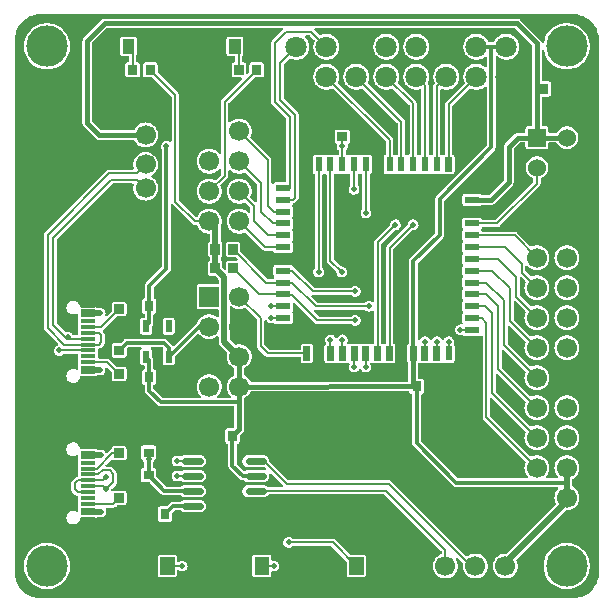
<source format=gtl>
G04 Layer: TopLayer*
G04 EasyEDA v6.5.9, 2022-07-22 04:57:57*
G04 840753d4bb104133846108dccaf676b4,987c639a94b84ffc8c6145f2c3ae8d38,10*
G04 Gerber Generator version 0.2*
G04 Scale: 100 percent, Rotated: No, Reflected: No *
G04 Dimensions in millimeters *
G04 leading zeros omitted , absolute positions ,4 integer and 5 decimal *
%FSLAX45Y45*%
%MOMM*%

%ADD10C,0.3000*%
%ADD11C,0.3500*%
%ADD12C,0.3900*%
%ADD13C,0.2000*%
%ADD14C,0.5000*%
%ADD15C,0.3990*%
%ADD16C,0.6300*%
%ADD17R,0.8000X0.9000*%
%ADD18R,0.6000X1.2500*%
%ADD19R,1.2500X0.6000*%
%ADD20R,1.3000X0.3000*%
%ADD21R,0.9000X0.8000*%
%ADD22R,0.8640X0.8065*%
%ADD23R,0.6000X1.0000*%
%ADD24C,3.1000*%
%ADD25C,1.7000*%
%ADD26C,1.8000*%
%ADD27R,1.7000X1.7000*%
%ADD28R,1.5240X1.5240*%
%ADD29C,1.5240*%
%ADD30C,3.5000*%
%ADD31C,0.5000*%
%ADD32C,1.2000*%
%ADD33C,0.0124*%

%LPD*%
G36*
X250291Y25908D02*
G01*
X230022Y26822D01*
X210667Y29413D01*
X191566Y33680D01*
X172923Y39624D01*
X154889Y47142D01*
X137566Y56184D01*
X121107Y66700D01*
X105613Y78638D01*
X91236Y91897D01*
X78079Y106324D01*
X66192Y121869D01*
X55727Y138328D01*
X46736Y155702D01*
X39319Y173786D01*
X33477Y192430D01*
X29260Y211531D01*
X26771Y230886D01*
X25908Y250748D01*
X25908Y4749241D01*
X26822Y4769967D01*
X29413Y4789322D01*
X33680Y4808423D01*
X39624Y4827016D01*
X47091Y4845100D01*
X56184Y4862423D01*
X66700Y4878882D01*
X78638Y4894326D01*
X91846Y4908753D01*
X106324Y4921910D01*
X121818Y4933797D01*
X138328Y4944262D01*
X155702Y4953254D01*
X173786Y4960670D01*
X192430Y4966512D01*
X211531Y4970729D01*
X230886Y4973218D01*
X250748Y4974082D01*
X4749241Y4974082D01*
X4769967Y4973167D01*
X4789322Y4970576D01*
X4808423Y4966309D01*
X4827016Y4960366D01*
X4845050Y4952847D01*
X4862372Y4943805D01*
X4878832Y4933289D01*
X4894326Y4921351D01*
X4908702Y4908092D01*
X4921910Y4893665D01*
X4933746Y4878120D01*
X4944211Y4861610D01*
X4953203Y4844288D01*
X4960670Y4826203D01*
X4966512Y4807559D01*
X4970729Y4788458D01*
X4973218Y4769053D01*
X4974082Y4749241D01*
X4974082Y250748D01*
X4973116Y230022D01*
X4970526Y210667D01*
X4966258Y191566D01*
X4960366Y172923D01*
X4952847Y154889D01*
X4943805Y137566D01*
X4933238Y121107D01*
X4921351Y105613D01*
X4908092Y91236D01*
X4893665Y78079D01*
X4878120Y66192D01*
X4861610Y55727D01*
X4844288Y46736D01*
X4826203Y39319D01*
X4807559Y33477D01*
X4788458Y29260D01*
X4769053Y26771D01*
X4749241Y25908D01*
G37*

%LPC*%
G36*
X299974Y104495D02*
G01*
X319125Y105460D01*
X338124Y108254D01*
X356717Y112928D01*
X374802Y119380D01*
X392125Y127609D01*
X408584Y137464D01*
X423976Y148894D01*
X438200Y161747D01*
X451104Y175971D01*
X462534Y191414D01*
X472389Y207822D01*
X480568Y225196D01*
X487019Y243230D01*
X491693Y261874D01*
X494538Y280822D01*
X495452Y299974D01*
X494538Y319176D01*
X491693Y338124D01*
X487019Y356768D01*
X480568Y374802D01*
X472389Y392125D01*
X462534Y408584D01*
X451104Y424027D01*
X438200Y438251D01*
X423976Y451104D01*
X408584Y462534D01*
X392125Y472389D01*
X374802Y480618D01*
X356717Y487070D01*
X338124Y491743D01*
X319125Y494538D01*
X299974Y495503D01*
X280822Y494538D01*
X261823Y491743D01*
X243230Y487070D01*
X225145Y480618D01*
X207822Y472389D01*
X191363Y462534D01*
X175971Y451104D01*
X161747Y438251D01*
X148844Y424027D01*
X137414Y408584D01*
X127558Y392125D01*
X119380Y374802D01*
X112928Y356768D01*
X108254Y338124D01*
X105410Y319176D01*
X104495Y299974D01*
X105410Y280822D01*
X108254Y261874D01*
X112928Y243230D01*
X119380Y225196D01*
X127558Y207822D01*
X137414Y191414D01*
X148844Y175971D01*
X161747Y161747D01*
X175971Y148894D01*
X191363Y137464D01*
X207822Y127609D01*
X225145Y119380D01*
X243230Y112928D01*
X261823Y108254D01*
X280822Y105460D01*
G37*
G36*
X4699965Y104495D02*
G01*
X4719116Y105460D01*
X4738116Y108254D01*
X4756708Y112928D01*
X4774793Y119380D01*
X4792116Y127609D01*
X4808575Y137464D01*
X4823968Y148894D01*
X4838192Y161747D01*
X4851095Y175971D01*
X4862525Y191414D01*
X4872380Y207822D01*
X4880559Y225196D01*
X4887061Y243230D01*
X4891684Y261874D01*
X4894529Y280822D01*
X4895443Y299974D01*
X4894529Y319176D01*
X4891684Y338124D01*
X4887061Y356768D01*
X4880559Y374802D01*
X4872380Y392125D01*
X4862525Y408584D01*
X4851095Y424027D01*
X4838192Y438251D01*
X4823968Y451104D01*
X4808575Y462534D01*
X4792116Y472389D01*
X4774793Y480618D01*
X4756708Y487070D01*
X4738116Y491743D01*
X4719116Y494538D01*
X4699965Y495503D01*
X4680813Y494538D01*
X4661814Y491743D01*
X4643221Y487070D01*
X4625187Y480618D01*
X4607814Y472389D01*
X4591354Y462534D01*
X4575962Y451104D01*
X4561738Y438251D01*
X4548886Y424027D01*
X4537456Y408584D01*
X4527550Y392125D01*
X4519371Y374802D01*
X4512919Y356768D01*
X4508246Y338124D01*
X4505452Y319176D01*
X4504486Y299974D01*
X4505452Y280822D01*
X4508246Y261874D01*
X4512919Y243230D01*
X4519371Y225196D01*
X4527550Y207822D01*
X4537456Y191414D01*
X4548886Y175971D01*
X4561738Y161747D01*
X4575962Y148894D01*
X4591354Y137464D01*
X4607814Y127609D01*
X4625187Y119380D01*
X4643221Y112928D01*
X4661814Y108254D01*
X4680813Y105460D01*
G37*
G36*
X3672992Y194513D02*
G01*
X3686759Y195427D01*
X3700272Y198120D01*
X3713327Y202539D01*
X3725722Y208635D01*
X3737203Y216306D01*
X3747566Y225399D01*
X3756660Y235762D01*
X3764330Y247243D01*
X3770426Y259638D01*
X3774846Y272694D01*
X3777538Y286207D01*
X3778453Y299974D01*
X3777538Y313740D01*
X3774846Y327304D01*
X3770426Y340360D01*
X3764330Y352755D01*
X3762095Y356057D01*
X3760520Y360019D01*
X3760724Y364236D01*
X3762603Y368046D01*
X3765905Y370738D01*
X3769969Y371856D01*
X3774186Y371195D01*
X3777742Y368909D01*
X3820312Y326288D01*
X3822242Y323646D01*
X3823208Y320446D01*
X3823106Y317144D01*
X3822395Y313740D01*
X3821531Y299974D01*
X3822395Y286207D01*
X3825087Y272694D01*
X3829558Y259638D01*
X3835654Y247243D01*
X3843324Y235762D01*
X3852418Y225399D01*
X3862781Y216306D01*
X3874262Y208635D01*
X3886606Y202539D01*
X3899662Y198120D01*
X3913225Y195427D01*
X3926992Y194513D01*
X3940759Y195427D01*
X3954272Y198120D01*
X3967327Y202539D01*
X3979722Y208635D01*
X3991203Y216306D01*
X4001566Y225399D01*
X4010660Y235762D01*
X4018330Y247243D01*
X4024426Y259638D01*
X4028846Y272694D01*
X4031538Y286207D01*
X4032453Y299974D01*
X4031538Y313740D01*
X4028846Y327304D01*
X4024426Y340360D01*
X4018330Y352755D01*
X4010660Y364185D01*
X4001566Y374599D01*
X3991203Y383692D01*
X3979722Y391363D01*
X3967327Y397459D01*
X3954272Y401878D01*
X3940759Y404571D01*
X3926992Y405485D01*
X3913225Y404571D01*
X3899662Y401878D01*
X3886606Y397459D01*
X3874262Y391363D01*
X3862679Y383590D01*
X3859428Y381660D01*
X3855669Y381101D01*
X3851960Y381914D01*
X3848811Y384048D01*
X3216757Y1016355D01*
X3212947Y1019606D01*
X3207308Y1022858D01*
X3201263Y1024839D01*
X3194405Y1025550D01*
X2346858Y1025550D01*
X2342997Y1026363D01*
X2339695Y1028547D01*
X2184958Y1183081D01*
X2182926Y1185976D01*
X2182012Y1189431D01*
X2181148Y1199540D01*
X2178812Y1208278D01*
X2175002Y1216456D01*
X2169769Y1223873D01*
X2163368Y1230325D01*
X2155952Y1235506D01*
X2147773Y1239316D01*
X2138984Y1241653D01*
X2129536Y1242517D01*
X2006904Y1242517D01*
X1997456Y1241653D01*
X1988718Y1239316D01*
X1980488Y1235506D01*
X1973072Y1230325D01*
X1966671Y1223873D01*
X1961489Y1216456D01*
X1957679Y1208278D01*
X1955292Y1199540D01*
X1954530Y1190498D01*
X1955292Y1181455D01*
X1957679Y1172718D01*
X1961489Y1164539D01*
X1966671Y1157122D01*
X1973072Y1150670D01*
X1980488Y1145489D01*
X1988718Y1141679D01*
X1997456Y1139342D01*
X2006904Y1138478D01*
X2129536Y1138478D01*
X2137460Y1139190D01*
X2141829Y1138631D01*
X2145487Y1136243D01*
X2150567Y1131214D01*
X2152954Y1127506D01*
X2153513Y1123137D01*
X2152192Y1118920D01*
X2149246Y1115669D01*
X2145182Y1113993D01*
X2140762Y1114196D01*
X2138984Y1114653D01*
X2129536Y1115517D01*
X2006904Y1115517D01*
X1997456Y1114653D01*
X1988718Y1112316D01*
X1980488Y1108506D01*
X1976424Y1105662D01*
X1973224Y1104138D01*
X1969719Y1103833D01*
X1966315Y1104747D01*
X1963420Y1106779D01*
X1908454Y1161745D01*
X1906270Y1164996D01*
X1905507Y1168908D01*
X1905507Y1324965D01*
X1906168Y1328623D01*
X1908048Y1331772D01*
X1910994Y1334008D01*
X1918817Y1336598D01*
X1922729Y1339037D01*
X1925929Y1342237D01*
X1928368Y1346149D01*
X1929892Y1350467D01*
X1930450Y1355547D01*
X1930450Y1399082D01*
X1931263Y1402943D01*
X1933448Y1406245D01*
X1955241Y1428038D01*
X1960575Y1434541D01*
X1964283Y1441551D01*
X1966620Y1449120D01*
X1967433Y1457502D01*
X1967433Y1715262D01*
X1968144Y1718970D01*
X1970125Y1722120D01*
X1973122Y1724406D01*
X1979726Y1727657D01*
X1991207Y1735328D01*
X2001570Y1744421D01*
X2010664Y1754784D01*
X2018334Y1766265D01*
X2021636Y1773021D01*
X2023922Y1776018D01*
X2027072Y1778000D01*
X2030780Y1778660D01*
X3359962Y1779574D01*
X3363569Y1778914D01*
X3366719Y1776984D01*
X3369005Y1774088D01*
X3371596Y1766112D01*
X3374034Y1762252D01*
X3377234Y1759000D01*
X3381146Y1756613D01*
X3385058Y1755190D01*
X3388614Y1753057D01*
X3391001Y1749704D01*
X3391865Y1745640D01*
X3391865Y1340510D01*
X3392627Y1332585D01*
X3394811Y1325473D01*
X3398316Y1318920D01*
X3403346Y1312773D01*
X3736390Y979982D01*
X3742537Y974953D01*
X3749090Y971448D01*
X3756202Y969264D01*
X3764127Y968502D01*
X4618075Y968502D01*
X4621834Y967790D01*
X4625086Y965657D01*
X4627321Y962558D01*
X4628235Y958799D01*
X4627626Y954989D01*
X4625695Y951636D01*
X4618329Y943203D01*
X4610658Y931722D01*
X4604562Y919378D01*
X4600092Y906322D01*
X4597400Y892759D01*
X4596485Y878992D01*
X4597400Y865225D01*
X4600092Y851712D01*
X4604562Y838657D01*
X4609439Y828649D01*
X4610506Y824585D01*
X4609795Y820470D01*
X4607560Y816965D01*
X4198366Y407822D01*
X4194759Y405485D01*
X4190492Y404825D01*
X4180992Y405485D01*
X4167225Y404571D01*
X4153662Y401878D01*
X4140606Y397459D01*
X4128262Y391363D01*
X4116781Y383692D01*
X4106418Y374599D01*
X4097324Y364185D01*
X4089654Y352755D01*
X4083558Y340360D01*
X4079087Y327304D01*
X4076395Y313740D01*
X4075531Y299974D01*
X4076395Y286207D01*
X4079087Y272694D01*
X4083558Y259638D01*
X4089654Y247243D01*
X4097324Y235762D01*
X4106418Y225399D01*
X4116781Y216306D01*
X4128262Y208635D01*
X4140606Y202539D01*
X4153662Y198120D01*
X4167225Y195427D01*
X4180992Y194513D01*
X4194759Y195427D01*
X4208272Y198120D01*
X4221327Y202539D01*
X4233722Y208635D01*
X4245203Y216306D01*
X4255566Y225399D01*
X4264660Y235762D01*
X4272330Y247243D01*
X4278426Y259638D01*
X4282846Y272694D01*
X4285538Y286207D01*
X4286453Y299974D01*
X4285538Y313740D01*
X4282846Y327304D01*
X4278426Y340360D01*
X4275429Y346456D01*
X4274413Y350469D01*
X4275074Y354634D01*
X4277360Y358089D01*
X4690110Y770839D01*
X4693716Y773176D01*
X4697933Y773785D01*
X4701997Y773531D01*
X4715764Y774446D01*
X4729276Y777138D01*
X4742332Y781558D01*
X4754727Y787654D01*
X4766208Y795324D01*
X4776571Y804418D01*
X4785664Y814781D01*
X4793335Y826262D01*
X4799431Y838657D01*
X4803851Y851712D01*
X4806543Y865225D01*
X4807458Y878992D01*
X4806543Y892759D01*
X4803851Y906322D01*
X4799431Y919378D01*
X4793335Y931722D01*
X4785664Y943203D01*
X4776571Y953566D01*
X4766208Y962660D01*
X4750155Y973378D01*
X4748174Y976528D01*
X4747463Y980236D01*
X4747463Y1031748D01*
X4748174Y1035456D01*
X4750155Y1038606D01*
X4766208Y1049324D01*
X4776571Y1058418D01*
X4785664Y1068781D01*
X4793335Y1080262D01*
X4799431Y1092657D01*
X4803851Y1105712D01*
X4806543Y1119225D01*
X4807458Y1132992D01*
X4806543Y1146759D01*
X4803851Y1160322D01*
X4799431Y1173378D01*
X4793335Y1185722D01*
X4785664Y1197203D01*
X4776571Y1207566D01*
X4766208Y1216660D01*
X4754727Y1224330D01*
X4742332Y1230426D01*
X4729276Y1234897D01*
X4715764Y1237589D01*
X4701997Y1238453D01*
X4688230Y1237589D01*
X4674666Y1234897D01*
X4661611Y1230426D01*
X4649266Y1224330D01*
X4637786Y1216660D01*
X4627422Y1207566D01*
X4618329Y1197203D01*
X4610658Y1185722D01*
X4604562Y1173378D01*
X4600092Y1160322D01*
X4597400Y1146759D01*
X4596485Y1132992D01*
X4597400Y1119225D01*
X4600092Y1105712D01*
X4604562Y1092657D01*
X4610658Y1080262D01*
X4618329Y1068781D01*
X4624832Y1061364D01*
X4626762Y1058011D01*
X4627321Y1054201D01*
X4626457Y1050442D01*
X4624222Y1047343D01*
X4620971Y1045210D01*
X4617161Y1044498D01*
X4532782Y1044498D01*
X4529023Y1045210D01*
X4525772Y1047343D01*
X4523536Y1050442D01*
X4522622Y1054201D01*
X4523181Y1058011D01*
X4525162Y1061364D01*
X4531664Y1068781D01*
X4539335Y1080262D01*
X4545431Y1092657D01*
X4549851Y1105712D01*
X4552543Y1119225D01*
X4553458Y1132992D01*
X4552543Y1146759D01*
X4549851Y1160322D01*
X4545431Y1173378D01*
X4539335Y1185722D01*
X4531664Y1197203D01*
X4522571Y1207566D01*
X4512208Y1216660D01*
X4500727Y1224330D01*
X4488332Y1230426D01*
X4475276Y1234897D01*
X4461764Y1237589D01*
X4447997Y1238453D01*
X4434230Y1237589D01*
X4420666Y1234897D01*
X4407611Y1230426D01*
X4404766Y1229004D01*
X4400702Y1227988D01*
X4396587Y1228648D01*
X4393082Y1230934D01*
X4053382Y1570634D01*
X4051198Y1573936D01*
X4050385Y1577848D01*
X4050385Y1716836D01*
X4051198Y1720697D01*
X4053382Y1723999D01*
X4056684Y1726234D01*
X4060545Y1726996D01*
X4064457Y1726234D01*
X4067759Y1723999D01*
X4349953Y1441805D01*
X4352239Y1438300D01*
X4352950Y1434185D01*
X4351883Y1430121D01*
X4350562Y1427378D01*
X4346092Y1414322D01*
X4343400Y1400759D01*
X4342485Y1386992D01*
X4343400Y1373225D01*
X4346092Y1359712D01*
X4350562Y1346657D01*
X4356658Y1334262D01*
X4364329Y1322781D01*
X4373422Y1312418D01*
X4383786Y1303324D01*
X4395266Y1295654D01*
X4407611Y1289558D01*
X4420666Y1285138D01*
X4434230Y1282446D01*
X4447997Y1281531D01*
X4461764Y1282446D01*
X4475276Y1285138D01*
X4488332Y1289558D01*
X4500727Y1295654D01*
X4512208Y1303324D01*
X4522571Y1312418D01*
X4531664Y1322781D01*
X4539335Y1334262D01*
X4545431Y1346657D01*
X4549851Y1359712D01*
X4552543Y1373225D01*
X4553458Y1386992D01*
X4552543Y1400759D01*
X4549851Y1414322D01*
X4545431Y1427378D01*
X4539335Y1439722D01*
X4531664Y1451203D01*
X4522571Y1461566D01*
X4512208Y1470660D01*
X4500727Y1478330D01*
X4488332Y1484426D01*
X4475276Y1488897D01*
X4461764Y1491589D01*
X4447997Y1492453D01*
X4434230Y1491589D01*
X4420666Y1488897D01*
X4407611Y1484426D01*
X4404766Y1483004D01*
X4400702Y1481988D01*
X4396587Y1482648D01*
X4393082Y1484934D01*
X4103420Y1774596D01*
X4101236Y1777898D01*
X4100423Y1781810D01*
X4100423Y1920798D01*
X4101236Y1924659D01*
X4103420Y1927961D01*
X4106722Y1930196D01*
X4110583Y1930958D01*
X4114495Y1930196D01*
X4117797Y1927961D01*
X4349953Y1695805D01*
X4352239Y1692300D01*
X4352950Y1688185D01*
X4351883Y1684121D01*
X4350562Y1681378D01*
X4346092Y1668322D01*
X4343400Y1654759D01*
X4342485Y1640992D01*
X4343400Y1627225D01*
X4346092Y1613712D01*
X4350562Y1600657D01*
X4356658Y1588262D01*
X4364329Y1576781D01*
X4373422Y1566418D01*
X4383786Y1557324D01*
X4395266Y1549654D01*
X4407611Y1543558D01*
X4420666Y1539138D01*
X4434230Y1536446D01*
X4447997Y1535531D01*
X4461764Y1536446D01*
X4475276Y1539138D01*
X4488332Y1543558D01*
X4500727Y1549654D01*
X4512208Y1557324D01*
X4522571Y1566418D01*
X4531664Y1576781D01*
X4539335Y1588262D01*
X4545431Y1600657D01*
X4549851Y1613712D01*
X4552543Y1627225D01*
X4553458Y1640992D01*
X4552543Y1654759D01*
X4549851Y1668322D01*
X4545431Y1681378D01*
X4539335Y1693722D01*
X4531664Y1705203D01*
X4522571Y1715566D01*
X4512208Y1724660D01*
X4500727Y1732330D01*
X4488332Y1738426D01*
X4475276Y1742897D01*
X4461764Y1745589D01*
X4447997Y1746453D01*
X4434230Y1745589D01*
X4420666Y1742897D01*
X4407611Y1738426D01*
X4404766Y1737004D01*
X4400702Y1735988D01*
X4396587Y1736648D01*
X4393082Y1738934D01*
X4153458Y1978558D01*
X4151274Y1981860D01*
X4150461Y1985772D01*
X4150461Y2124964D01*
X4151274Y2128875D01*
X4153458Y2132177D01*
X4156760Y2134362D01*
X4160621Y2135124D01*
X4164533Y2134362D01*
X4167835Y2132177D01*
X4350004Y1949856D01*
X4352290Y1946351D01*
X4352950Y1942185D01*
X4351934Y1938172D01*
X4350562Y1935378D01*
X4346092Y1922322D01*
X4343400Y1908759D01*
X4342485Y1894992D01*
X4343400Y1881225D01*
X4346092Y1867712D01*
X4350562Y1854657D01*
X4356658Y1842262D01*
X4364329Y1830781D01*
X4373422Y1820418D01*
X4383786Y1811324D01*
X4395266Y1803654D01*
X4407611Y1797557D01*
X4420666Y1793138D01*
X4434230Y1790446D01*
X4447997Y1789531D01*
X4461764Y1790446D01*
X4475276Y1793138D01*
X4488332Y1797557D01*
X4500727Y1803654D01*
X4512208Y1811324D01*
X4522571Y1820418D01*
X4531664Y1830781D01*
X4539335Y1842262D01*
X4545431Y1854657D01*
X4549851Y1867712D01*
X4552543Y1881225D01*
X4553458Y1894992D01*
X4552543Y1908759D01*
X4549851Y1922322D01*
X4545431Y1935378D01*
X4539335Y1947722D01*
X4531664Y1959203D01*
X4522571Y1969566D01*
X4512208Y1978660D01*
X4500727Y1986330D01*
X4488332Y1992426D01*
X4475276Y1996897D01*
X4461764Y1999589D01*
X4447997Y2000453D01*
X4434230Y1999589D01*
X4420666Y1996897D01*
X4407611Y1992426D01*
X4404766Y1991055D01*
X4400753Y1989988D01*
X4396587Y1990699D01*
X4393082Y1992985D01*
X4203496Y2182774D01*
X4201312Y2186076D01*
X4200499Y2189937D01*
X4200499Y2328926D01*
X4201312Y2332837D01*
X4203496Y2336139D01*
X4206798Y2338324D01*
X4210659Y2339086D01*
X4214571Y2338324D01*
X4217873Y2336139D01*
X4350004Y2203856D01*
X4352290Y2200351D01*
X4352950Y2196236D01*
X4351934Y2192172D01*
X4350562Y2189378D01*
X4346092Y2176322D01*
X4343400Y2162759D01*
X4342485Y2148992D01*
X4343400Y2135225D01*
X4346092Y2121712D01*
X4350562Y2108657D01*
X4356658Y2096262D01*
X4364329Y2084781D01*
X4373422Y2074418D01*
X4383786Y2065324D01*
X4395266Y2057654D01*
X4407611Y2051557D01*
X4420666Y2047138D01*
X4434230Y2044446D01*
X4447997Y2043531D01*
X4461764Y2044446D01*
X4475276Y2047138D01*
X4488332Y2051557D01*
X4500727Y2057654D01*
X4512208Y2065324D01*
X4522571Y2074418D01*
X4531664Y2084781D01*
X4539335Y2096262D01*
X4545431Y2108657D01*
X4549851Y2121712D01*
X4552543Y2135225D01*
X4553458Y2148992D01*
X4552543Y2162759D01*
X4549851Y2176322D01*
X4545431Y2189378D01*
X4539335Y2201722D01*
X4531664Y2213203D01*
X4522571Y2223566D01*
X4512208Y2232660D01*
X4500727Y2240330D01*
X4488332Y2246426D01*
X4475276Y2250897D01*
X4461764Y2253589D01*
X4447997Y2254453D01*
X4434230Y2253589D01*
X4420666Y2250897D01*
X4407611Y2246426D01*
X4404817Y2245055D01*
X4400753Y2244039D01*
X4396638Y2244699D01*
X4393133Y2246985D01*
X4253534Y2386736D01*
X4251350Y2390038D01*
X4250537Y2393899D01*
X4250537Y2532888D01*
X4251350Y2536799D01*
X4253534Y2540101D01*
X4256836Y2542286D01*
X4260697Y2543048D01*
X4264609Y2542286D01*
X4267911Y2540101D01*
X4350004Y2457856D01*
X4352290Y2454351D01*
X4352950Y2450236D01*
X4351934Y2446172D01*
X4350562Y2443378D01*
X4346092Y2430322D01*
X4343400Y2416759D01*
X4342485Y2402992D01*
X4343400Y2389225D01*
X4346092Y2375712D01*
X4350562Y2362657D01*
X4356658Y2350262D01*
X4364329Y2338781D01*
X4373422Y2328418D01*
X4383786Y2319324D01*
X4395266Y2311654D01*
X4407611Y2305558D01*
X4420666Y2301138D01*
X4434230Y2298446D01*
X4447997Y2297531D01*
X4461764Y2298446D01*
X4475276Y2301138D01*
X4488332Y2305558D01*
X4500727Y2311654D01*
X4512208Y2319324D01*
X4522571Y2328418D01*
X4531664Y2338781D01*
X4539335Y2350262D01*
X4545431Y2362657D01*
X4549851Y2375712D01*
X4552543Y2389225D01*
X4553458Y2402992D01*
X4552543Y2416759D01*
X4549851Y2430322D01*
X4545431Y2443378D01*
X4539335Y2455722D01*
X4531664Y2467203D01*
X4522571Y2477566D01*
X4512208Y2486660D01*
X4500727Y2494330D01*
X4488332Y2500426D01*
X4475276Y2504897D01*
X4461764Y2507589D01*
X4447997Y2508453D01*
X4434230Y2507589D01*
X4420666Y2504897D01*
X4407611Y2500426D01*
X4404817Y2499055D01*
X4400753Y2498039D01*
X4396638Y2498699D01*
X4393133Y2500985D01*
X4303572Y2590698D01*
X4301388Y2594000D01*
X4300575Y2597861D01*
X4300575Y2736646D01*
X4301388Y2740507D01*
X4303572Y2743809D01*
X4306874Y2746044D01*
X4310735Y2746806D01*
X4314647Y2746044D01*
X4317949Y2743809D01*
X4349953Y2711805D01*
X4352239Y2708300D01*
X4352950Y2704185D01*
X4351883Y2700121D01*
X4350562Y2697378D01*
X4346092Y2684322D01*
X4343400Y2670759D01*
X4342485Y2656992D01*
X4343400Y2643225D01*
X4346092Y2629712D01*
X4350562Y2616657D01*
X4356658Y2604262D01*
X4364329Y2592781D01*
X4373422Y2582418D01*
X4383786Y2573324D01*
X4395266Y2565654D01*
X4407611Y2559558D01*
X4420666Y2555138D01*
X4434230Y2552446D01*
X4447997Y2551531D01*
X4461764Y2552446D01*
X4475276Y2555138D01*
X4488332Y2559558D01*
X4500727Y2565654D01*
X4512208Y2573324D01*
X4522571Y2582418D01*
X4531664Y2592781D01*
X4539335Y2604262D01*
X4545431Y2616657D01*
X4549851Y2629712D01*
X4552543Y2643225D01*
X4553458Y2656992D01*
X4552543Y2670759D01*
X4549851Y2684322D01*
X4545431Y2697378D01*
X4539335Y2709722D01*
X4531664Y2721203D01*
X4522571Y2731566D01*
X4512208Y2740660D01*
X4500727Y2748330D01*
X4488332Y2754426D01*
X4475276Y2758897D01*
X4461764Y2761589D01*
X4447997Y2762453D01*
X4434230Y2761589D01*
X4420666Y2758897D01*
X4407611Y2754426D01*
X4404766Y2753004D01*
X4400702Y2751988D01*
X4396587Y2752648D01*
X4393082Y2754934D01*
X4353356Y2794660D01*
X4351172Y2797962D01*
X4350359Y2801874D01*
X4350359Y2835656D01*
X4351172Y2839669D01*
X4353509Y2843022D01*
X4356963Y2845206D01*
X4360976Y2845816D01*
X4364939Y2844850D01*
X4368190Y2842361D01*
X4373422Y2836418D01*
X4383786Y2827324D01*
X4395266Y2819654D01*
X4407611Y2813558D01*
X4420666Y2809138D01*
X4434230Y2806446D01*
X4447997Y2805531D01*
X4461764Y2806446D01*
X4475276Y2809138D01*
X4488332Y2813558D01*
X4500727Y2819654D01*
X4512208Y2827324D01*
X4522571Y2836418D01*
X4531664Y2846781D01*
X4539335Y2858262D01*
X4545431Y2870657D01*
X4549851Y2883712D01*
X4552543Y2897225D01*
X4553458Y2910992D01*
X4552543Y2924759D01*
X4549851Y2938322D01*
X4545431Y2951378D01*
X4539335Y2963722D01*
X4531664Y2975203D01*
X4522571Y2985566D01*
X4512208Y2994660D01*
X4500727Y3002330D01*
X4488332Y3008426D01*
X4475276Y3012897D01*
X4461764Y3015589D01*
X4447997Y3016453D01*
X4434230Y3015589D01*
X4420666Y3012897D01*
X4407611Y3008426D01*
X4404817Y3007055D01*
X4400753Y3006039D01*
X4396638Y3006699D01*
X4393133Y3008985D01*
X4280814Y3121304D01*
X4277004Y3124555D01*
X4271365Y3127806D01*
X4265320Y3129788D01*
X4258462Y3130499D01*
X3991051Y3130499D01*
X3986987Y3131362D01*
X3983583Y3133750D01*
X3981450Y3137306D01*
X3980891Y3138881D01*
X3976166Y3146094D01*
X3975404Y3150006D01*
X3976166Y3153867D01*
X3980891Y3161131D01*
X3981450Y3162706D01*
X3983583Y3166262D01*
X3986987Y3168650D01*
X3991051Y3169513D01*
X4109567Y3169513D01*
X4114596Y3169920D01*
X4120896Y3171596D01*
X4126585Y3174492D01*
X4131919Y3178810D01*
X4469282Y3516172D01*
X4472533Y3519982D01*
X4475784Y3525621D01*
X4477766Y3531666D01*
X4478477Y3538524D01*
X4478477Y3574287D01*
X4479340Y3578351D01*
X4481728Y3581704D01*
X4498238Y3590391D01*
X4509008Y3598011D01*
X4518660Y3607003D01*
X4526991Y3617264D01*
X4533849Y3628491D01*
X4539081Y3640632D01*
X4542637Y3653332D01*
X4544415Y3666388D01*
X4544415Y3679596D01*
X4542637Y3692651D01*
X4539081Y3705351D01*
X4533849Y3717493D01*
X4526991Y3728720D01*
X4518660Y3738981D01*
X4509008Y3747973D01*
X4498238Y3755593D01*
X4486503Y3761638D01*
X4474057Y3766058D01*
X4461154Y3768750D01*
X4447997Y3769664D01*
X4434840Y3768750D01*
X4421886Y3766058D01*
X4409490Y3761638D01*
X4397756Y3755593D01*
X4386986Y3747973D01*
X4377334Y3738981D01*
X4369003Y3728720D01*
X4362145Y3717493D01*
X4356912Y3705351D01*
X4353356Y3692651D01*
X4351528Y3679596D01*
X4351528Y3666388D01*
X4353356Y3653332D01*
X4356912Y3640632D01*
X4362145Y3628491D01*
X4369003Y3617264D01*
X4377334Y3607003D01*
X4386986Y3598011D01*
X4397756Y3590391D01*
X4414266Y3581704D01*
X4416653Y3578351D01*
X4417517Y3574287D01*
X4417517Y3554831D01*
X4416704Y3550970D01*
X4414520Y3547668D01*
X4100322Y3233470D01*
X4097020Y3231286D01*
X4093159Y3230473D01*
X3991051Y3230473D01*
X3986987Y3231337D01*
X3983583Y3233724D01*
X3981450Y3237280D01*
X3980891Y3238855D01*
X3978452Y3242767D01*
X3975201Y3245967D01*
X3971340Y3248406D01*
X3967022Y3249930D01*
X3961892Y3250488D01*
X3838041Y3250488D01*
X3832961Y3249930D01*
X3828643Y3248406D01*
X3824732Y3245967D01*
X3821531Y3242767D01*
X3819093Y3238855D01*
X3817569Y3234537D01*
X3817010Y3229457D01*
X3817010Y3170580D01*
X3817569Y3165449D01*
X3819093Y3161131D01*
X3823766Y3153867D01*
X3824579Y3150006D01*
X3823766Y3146094D01*
X3819093Y3138881D01*
X3817569Y3134563D01*
X3817010Y3129432D01*
X3817010Y3070555D01*
X3817569Y3065424D01*
X3819093Y3061106D01*
X3823766Y3053892D01*
X3824579Y3049981D01*
X3823766Y3046120D01*
X3819093Y3038856D01*
X3817569Y3034538D01*
X3817010Y3029407D01*
X3817010Y2970580D01*
X3817569Y2965450D01*
X3819093Y2961132D01*
X3823766Y2953867D01*
X3824579Y2950006D01*
X3823766Y2946095D01*
X3819093Y2938881D01*
X3817569Y2934563D01*
X3817010Y2929432D01*
X3817010Y2870555D01*
X3817569Y2865424D01*
X3819093Y2861106D01*
X3823766Y2853893D01*
X3824579Y2849981D01*
X3823766Y2846120D01*
X3819093Y2838856D01*
X3817569Y2834538D01*
X3817010Y2829407D01*
X3817010Y2770581D01*
X3817569Y2765450D01*
X3819093Y2761132D01*
X3823766Y2753868D01*
X3824579Y2750007D01*
X3823766Y2746095D01*
X3819093Y2738882D01*
X3817569Y2734564D01*
X3817010Y2729433D01*
X3817010Y2670556D01*
X3817569Y2665425D01*
X3819093Y2661107D01*
X3823766Y2653893D01*
X3824579Y2649982D01*
X3823766Y2646121D01*
X3819093Y2638856D01*
X3817569Y2634538D01*
X3817010Y2629408D01*
X3817010Y2570581D01*
X3817569Y2565450D01*
X3819093Y2561132D01*
X3823766Y2553868D01*
X3824579Y2550007D01*
X3823766Y2546096D01*
X3819093Y2538882D01*
X3817569Y2534564D01*
X3817010Y2529433D01*
X3817010Y2470556D01*
X3817569Y2465425D01*
X3819093Y2461107D01*
X3823766Y2453894D01*
X3824579Y2449982D01*
X3823766Y2446121D01*
X3819093Y2438857D01*
X3817569Y2434539D01*
X3817010Y2429408D01*
X3817010Y2370582D01*
X3817569Y2365451D01*
X3819093Y2361133D01*
X3821328Y2356154D01*
X3821328Y2352344D01*
X3819855Y2348788D01*
X3817213Y2346045D01*
X3813708Y2344470D01*
X3809898Y2344267D01*
X3802176Y2345385D01*
X3793540Y2344978D01*
X3785108Y2342946D01*
X3777284Y2339340D01*
X3770223Y2334361D01*
X3764279Y2328113D01*
X3759606Y2320798D01*
X3756406Y2312822D01*
X3754729Y2304338D01*
X3754729Y2295652D01*
X3756406Y2287168D01*
X3759606Y2279192D01*
X3764279Y2271877D01*
X3770223Y2265629D01*
X3777284Y2260650D01*
X3785108Y2257044D01*
X3793540Y2255012D01*
X3802176Y2254605D01*
X3810711Y2255824D01*
X3813810Y2256891D01*
X3817518Y2257450D01*
X3821176Y2256586D01*
X3824732Y2253996D01*
X3828643Y2251608D01*
X3832961Y2250084D01*
X3838041Y2249474D01*
X3961892Y2249474D01*
X3967022Y2250084D01*
X3971340Y2251608D01*
X3973829Y2253132D01*
X3977894Y2254605D01*
X3982161Y2254300D01*
X3985920Y2252218D01*
X3988511Y2248763D01*
X3989425Y2244547D01*
X3989425Y1561388D01*
X3989781Y1556359D01*
X3991508Y1550060D01*
X3994353Y1544421D01*
X3998722Y1539036D01*
X4349953Y1187805D01*
X4352239Y1184300D01*
X4352950Y1180185D01*
X4351883Y1176121D01*
X4350562Y1173378D01*
X4346092Y1160322D01*
X4343400Y1146759D01*
X4342485Y1132992D01*
X4343400Y1119225D01*
X4346092Y1105712D01*
X4350562Y1092657D01*
X4356658Y1080262D01*
X4364329Y1068781D01*
X4370832Y1061364D01*
X4372762Y1058011D01*
X4373321Y1054201D01*
X4372457Y1050442D01*
X4370222Y1047343D01*
X4366971Y1045210D01*
X4363161Y1044498D01*
X3783533Y1044498D01*
X3779672Y1045260D01*
X3776370Y1047496D01*
X3470859Y1352753D01*
X3468624Y1356055D01*
X3467862Y1359966D01*
X3467862Y1745538D01*
X3468725Y1749602D01*
X3471113Y1752955D01*
X3474669Y1755139D01*
X3478885Y1756613D01*
X3482746Y1759000D01*
X3485997Y1762252D01*
X3488385Y1766112D01*
X3489909Y1770430D01*
X3490518Y1775561D01*
X3490518Y1864410D01*
X3489909Y1869541D01*
X3488385Y1873859D01*
X3485997Y1877720D01*
X3482746Y1880971D01*
X3478885Y1883410D01*
X3474567Y1884934D01*
X3469436Y1885492D01*
X3450590Y1885492D01*
X3446678Y1886254D01*
X3443427Y1888489D01*
X3441192Y1891792D01*
X3440429Y1895652D01*
X3440429Y2013813D01*
X3441344Y2018030D01*
X3443935Y2021484D01*
X3447745Y2023567D01*
X3452063Y2023872D01*
X3456076Y2022348D01*
X3461156Y2019046D01*
X3465423Y2017572D01*
X3470554Y2017014D01*
X3529431Y2017014D01*
X3534511Y2017572D01*
X3538829Y2019096D01*
X3546094Y2023821D01*
X3550005Y2024583D01*
X3553866Y2023821D01*
X3561130Y2019096D01*
X3565448Y2017572D01*
X3570528Y2017014D01*
X3629406Y2017014D01*
X3634536Y2017572D01*
X3638854Y2019096D01*
X3646119Y2023821D01*
X3649979Y2024583D01*
X3653891Y2023821D01*
X3661105Y2019096D01*
X3665423Y2017572D01*
X3670554Y2017014D01*
X3729431Y2017014D01*
X3734511Y2017572D01*
X3738829Y2019096D01*
X3742740Y2021535D01*
X3745941Y2024735D01*
X3748379Y2028647D01*
X3749903Y2032965D01*
X3750462Y2038045D01*
X3750462Y2161946D01*
X3749903Y2167026D01*
X3748379Y2171344D01*
X3743451Y2178659D01*
X3742588Y2182114D01*
X3742944Y2185720D01*
X3744620Y2191410D01*
X3745433Y2199995D01*
X3744620Y2208580D01*
X3742182Y2216912D01*
X3738219Y2224582D01*
X3732885Y2231339D01*
X3726332Y2237028D01*
X3718864Y2241346D01*
X3710686Y2244191D01*
X3702151Y2245410D01*
X3693515Y2245004D01*
X3685133Y2242972D01*
X3677259Y2239365D01*
X3670249Y2234336D01*
X3664254Y2228088D01*
X3657295Y2217013D01*
X3654145Y2214778D01*
X3650437Y2213864D01*
X3646627Y2214422D01*
X3643274Y2216353D01*
X3640886Y2219401D01*
X3638245Y2224582D01*
X3632911Y2231339D01*
X3626358Y2237028D01*
X3618890Y2241346D01*
X3610711Y2244191D01*
X3602177Y2245410D01*
X3593541Y2245004D01*
X3585108Y2242972D01*
X3577285Y2239365D01*
X3570224Y2234336D01*
X3564280Y2228088D01*
X3557270Y2217013D01*
X3554171Y2214778D01*
X3550412Y2213864D01*
X3546601Y2214422D01*
X3543300Y2216353D01*
X3540912Y2219401D01*
X3538220Y2224582D01*
X3532886Y2231339D01*
X3526383Y2237028D01*
X3518865Y2241346D01*
X3510686Y2244191D01*
X3502151Y2245410D01*
X3493515Y2245004D01*
X3485134Y2242972D01*
X3477260Y2239365D01*
X3470249Y2234336D01*
X3464255Y2228088D01*
X3459581Y2220823D01*
X3457498Y2215540D01*
X3455314Y2212238D01*
X3452012Y2209952D01*
X3448100Y2209190D01*
X3444189Y2209901D01*
X3440887Y2212136D01*
X3438651Y2215438D01*
X3437890Y2219350D01*
X3437890Y2860040D01*
X3438651Y2863951D01*
X3440887Y2867253D01*
X3651453Y3077819D01*
X3656482Y3083966D01*
X3659987Y3090519D01*
X3662172Y3097631D01*
X3662934Y3105556D01*
X3662934Y3390137D01*
X3663696Y3394049D01*
X3665931Y3397351D01*
X4086555Y3817721D01*
X4091584Y3823868D01*
X4095089Y3830421D01*
X4097274Y3837533D01*
X4098036Y3845458D01*
X4098036Y4607407D01*
X4098747Y4611116D01*
X4100728Y4614316D01*
X4103776Y4616551D01*
X4107434Y4617567D01*
X4111193Y4617110D01*
X4114546Y4615383D01*
X4125772Y4606391D01*
X4137863Y4599076D01*
X4150817Y4593336D01*
X4164380Y4589272D01*
X4178401Y4587036D01*
X4192524Y4586579D01*
X4206595Y4587951D01*
X4220413Y4591100D01*
X4233722Y4595977D01*
X4246270Y4602530D01*
X4257852Y4610608D01*
X4268368Y4620158D01*
X4277512Y4630928D01*
X4285234Y4642764D01*
X4291380Y4655566D01*
X4295851Y4668977D01*
X4298543Y4682896D01*
X4299458Y4697018D01*
X4298543Y4711141D01*
X4295851Y4725009D01*
X4291380Y4738471D01*
X4285234Y4751222D01*
X4277512Y4763058D01*
X4268368Y4773879D01*
X4257852Y4783378D01*
X4246270Y4791456D01*
X4233722Y4798009D01*
X4220413Y4802886D01*
X4206595Y4806086D01*
X4192524Y4807407D01*
X4178401Y4806950D01*
X4164380Y4804714D01*
X4150817Y4800701D01*
X4137863Y4794961D01*
X4125772Y4787595D01*
X4114698Y4778806D01*
X4104843Y4768596D01*
X4096410Y4757267D01*
X4089450Y4744923D01*
X4087977Y4741367D01*
X4085793Y4738014D01*
X4082491Y4735779D01*
X4078579Y4735017D01*
X4045458Y4735017D01*
X4041749Y4735677D01*
X4038549Y4737709D01*
X4036263Y4740757D01*
X4031234Y4751222D01*
X4023512Y4763058D01*
X4014368Y4773879D01*
X4003852Y4783378D01*
X3992270Y4791456D01*
X3979722Y4798009D01*
X3966413Y4802886D01*
X3952595Y4806086D01*
X3938524Y4807407D01*
X3924401Y4806950D01*
X3910380Y4804714D01*
X3896817Y4800701D01*
X3883863Y4794961D01*
X3871772Y4787595D01*
X3860698Y4778806D01*
X3850843Y4768596D01*
X3842410Y4757267D01*
X3835450Y4744923D01*
X3830116Y4731816D01*
X3826560Y4718100D01*
X3824732Y4704080D01*
X3824732Y4689906D01*
X3826560Y4675886D01*
X3830116Y4662170D01*
X3835450Y4649063D01*
X3842410Y4636719D01*
X3850843Y4625390D01*
X3860698Y4615230D01*
X3871772Y4606391D01*
X3883863Y4599076D01*
X3896817Y4593336D01*
X3910380Y4589272D01*
X3924401Y4587036D01*
X3938524Y4586579D01*
X3952595Y4587951D01*
X3966413Y4591100D01*
X3979722Y4595977D01*
X3992270Y4602530D01*
X4008374Y4613706D01*
X4012184Y4614316D01*
X4015994Y4613452D01*
X4019194Y4611268D01*
X4021277Y4607966D01*
X4022039Y4604156D01*
X4022039Y4535830D01*
X4021277Y4532020D01*
X4019194Y4528769D01*
X4015994Y4526534D01*
X4012184Y4525670D01*
X4008374Y4526280D01*
X3992270Y4537456D01*
X3979722Y4544009D01*
X3966413Y4548886D01*
X3952595Y4552086D01*
X3938524Y4553407D01*
X3924401Y4552950D01*
X3910380Y4550714D01*
X3896817Y4546701D01*
X3883863Y4540961D01*
X3871772Y4533595D01*
X3860698Y4524806D01*
X3850843Y4514596D01*
X3842410Y4503267D01*
X3835450Y4490923D01*
X3830116Y4477816D01*
X3826560Y4464100D01*
X3824732Y4450080D01*
X3824732Y4435906D01*
X3826560Y4421886D01*
X3830116Y4408170D01*
X3835349Y4395266D01*
X3836111Y4391406D01*
X3835349Y4387545D01*
X3833114Y4384294D01*
X3678732Y4229862D01*
X3675481Y4226052D01*
X3672230Y4220413D01*
X3670249Y4214368D01*
X3669537Y4207510D01*
X3669537Y3791051D01*
X3668674Y3786987D01*
X3666286Y3783584D01*
X3662730Y3781450D01*
X3661156Y3780891D01*
X3653891Y3776218D01*
X3650030Y3775405D01*
X3646119Y3776218D01*
X3638854Y3780891D01*
X3637330Y3781450D01*
X3633774Y3783584D01*
X3631387Y3786987D01*
X3630523Y3791051D01*
X3630523Y4329379D01*
X3631234Y4333036D01*
X3633215Y4336237D01*
X3636213Y4338472D01*
X3639820Y4339488D01*
X3643579Y4339082D01*
X3656380Y4335272D01*
X3670401Y4333036D01*
X3684524Y4332579D01*
X3698595Y4333951D01*
X3712413Y4337100D01*
X3725722Y4341977D01*
X3738270Y4348530D01*
X3749852Y4356608D01*
X3760368Y4366158D01*
X3769512Y4376928D01*
X3777234Y4388764D01*
X3783380Y4401566D01*
X3787851Y4414977D01*
X3790543Y4428896D01*
X3791458Y4443018D01*
X3790543Y4457141D01*
X3787851Y4471009D01*
X3783380Y4484471D01*
X3777234Y4497222D01*
X3769512Y4509058D01*
X3760368Y4519879D01*
X3749852Y4529378D01*
X3738270Y4537456D01*
X3725722Y4544009D01*
X3712413Y4548886D01*
X3698595Y4552086D01*
X3684524Y4553407D01*
X3670401Y4552950D01*
X3656380Y4550714D01*
X3642817Y4546701D01*
X3629863Y4540961D01*
X3617772Y4533595D01*
X3606698Y4524806D01*
X3596843Y4514596D01*
X3588410Y4503267D01*
X3581450Y4490923D01*
X3576116Y4477816D01*
X3572560Y4464100D01*
X3570732Y4450080D01*
X3570732Y4435906D01*
X3572560Y4421886D01*
X3576116Y4408170D01*
X3581349Y4395266D01*
X3582111Y4391609D01*
X3581501Y4387951D01*
X3579622Y4384802D01*
X3575405Y4379976D01*
X3572205Y4374388D01*
X3570224Y4368342D01*
X3569512Y4361484D01*
X3569512Y3791051D01*
X3568649Y3786987D01*
X3566261Y3783584D01*
X3562705Y3781450D01*
X3561130Y3780891D01*
X3553917Y3776218D01*
X3550005Y3775405D01*
X3546144Y3776218D01*
X3538880Y3780891D01*
X3537305Y3781450D01*
X3533749Y3783584D01*
X3531362Y3786987D01*
X3530498Y3791051D01*
X3530498Y4369562D01*
X3530142Y4374591D01*
X3528415Y4380890D01*
X3526078Y4385462D01*
X3525113Y4388408D01*
X3525113Y4391507D01*
X3525977Y4394504D01*
X3529380Y4401566D01*
X3533851Y4414977D01*
X3536543Y4428896D01*
X3537458Y4443018D01*
X3536543Y4457141D01*
X3533851Y4471009D01*
X3529380Y4484471D01*
X3523234Y4497222D01*
X3515512Y4509058D01*
X3506368Y4519879D01*
X3495852Y4529378D01*
X3484270Y4537456D01*
X3471722Y4544009D01*
X3458413Y4548886D01*
X3444595Y4552086D01*
X3430524Y4553407D01*
X3416401Y4552950D01*
X3402380Y4550714D01*
X3388817Y4546701D01*
X3375863Y4540961D01*
X3363772Y4533595D01*
X3352698Y4524806D01*
X3342843Y4514596D01*
X3334410Y4503267D01*
X3327450Y4490923D01*
X3322116Y4477816D01*
X3318560Y4464100D01*
X3316732Y4450080D01*
X3316732Y4435906D01*
X3318560Y4421886D01*
X3322116Y4408170D01*
X3327450Y4395063D01*
X3334410Y4382719D01*
X3342843Y4371390D01*
X3352698Y4361230D01*
X3363772Y4352391D01*
X3375863Y4345076D01*
X3388817Y4339336D01*
X3402380Y4335272D01*
X3416401Y4333036D01*
X3430524Y4332579D01*
X3444595Y4333951D01*
X3457092Y4336796D01*
X3460699Y4336948D01*
X3464153Y4335830D01*
X3466998Y4333544D01*
X3468878Y4330446D01*
X3469538Y4326890D01*
X3469538Y3791051D01*
X3468674Y3786987D01*
X3466287Y3783584D01*
X3462731Y3781450D01*
X3461156Y3780891D01*
X3453892Y3776218D01*
X3450031Y3775405D01*
X3446119Y3776218D01*
X3438855Y3780891D01*
X3437280Y3781450D01*
X3433724Y3783584D01*
X3431336Y3786987D01*
X3430473Y3791051D01*
X3430473Y4215587D01*
X3430117Y4220616D01*
X3428390Y4226915D01*
X3425545Y4232554D01*
X3421176Y4237939D01*
X3274720Y4384446D01*
X3272434Y4387900D01*
X3271723Y4391964D01*
X3272739Y4396028D01*
X3275380Y4401566D01*
X3279851Y4414977D01*
X3282543Y4428896D01*
X3283458Y4443018D01*
X3282543Y4457141D01*
X3279851Y4471009D01*
X3275380Y4484471D01*
X3269234Y4497222D01*
X3261512Y4509058D01*
X3252368Y4519879D01*
X3241852Y4529378D01*
X3230270Y4537456D01*
X3217722Y4544009D01*
X3204413Y4548886D01*
X3190595Y4552086D01*
X3176524Y4553407D01*
X3162401Y4552950D01*
X3148380Y4550714D01*
X3134817Y4546701D01*
X3121863Y4540961D01*
X3109772Y4533595D01*
X3098698Y4524806D01*
X3088843Y4514596D01*
X3080410Y4503267D01*
X3073450Y4490923D01*
X3068116Y4477816D01*
X3064560Y4464100D01*
X3062732Y4450080D01*
X3062732Y4435906D01*
X3064560Y4421886D01*
X3068116Y4408170D01*
X3073450Y4395063D01*
X3080410Y4382719D01*
X3088843Y4371390D01*
X3098698Y4361230D01*
X3109772Y4352391D01*
X3121863Y4345076D01*
X3134817Y4339336D01*
X3148380Y4335272D01*
X3162401Y4333036D01*
X3176524Y4332579D01*
X3190595Y4333951D01*
X3204413Y4337100D01*
X3217722Y4341977D01*
X3219754Y4343044D01*
X3223869Y4344162D01*
X3228086Y4343552D01*
X3231642Y4341215D01*
X3366515Y4206341D01*
X3368700Y4203039D01*
X3369513Y4199178D01*
X3369513Y3791051D01*
X3368649Y3786987D01*
X3366262Y3783584D01*
X3362706Y3781450D01*
X3361131Y3780891D01*
X3353917Y3776218D01*
X3350006Y3775405D01*
X3346145Y3776218D01*
X3338880Y3780891D01*
X3337306Y3781450D01*
X3333750Y3783584D01*
X3331362Y3786987D01*
X3330498Y3791051D01*
X3330498Y4061612D01*
X3330092Y4066641D01*
X3328415Y4072890D01*
X3325520Y4078579D01*
X3321202Y4083913D01*
X3020720Y4384446D01*
X3018434Y4387900D01*
X3017723Y4391964D01*
X3018739Y4396028D01*
X3021380Y4401566D01*
X3025851Y4414977D01*
X3028543Y4428896D01*
X3029458Y4443018D01*
X3028543Y4457141D01*
X3025851Y4471009D01*
X3021380Y4484471D01*
X3015234Y4497222D01*
X3007512Y4509058D01*
X2998368Y4519879D01*
X2987852Y4529378D01*
X2976270Y4537456D01*
X2963722Y4544009D01*
X2950413Y4548886D01*
X2936595Y4552086D01*
X2922524Y4553407D01*
X2908401Y4552950D01*
X2894380Y4550714D01*
X2880817Y4546701D01*
X2867863Y4540961D01*
X2855772Y4533595D01*
X2844698Y4524806D01*
X2834843Y4514596D01*
X2826410Y4503267D01*
X2819450Y4490923D01*
X2814116Y4477816D01*
X2810560Y4464100D01*
X2808732Y4450080D01*
X2808732Y4435906D01*
X2810560Y4421886D01*
X2814116Y4408170D01*
X2819450Y4395063D01*
X2826410Y4382719D01*
X2834843Y4371390D01*
X2844698Y4361230D01*
X2855772Y4352391D01*
X2867863Y4345076D01*
X2880817Y4339336D01*
X2894380Y4335272D01*
X2908401Y4333036D01*
X2922524Y4332579D01*
X2936595Y4333951D01*
X2950413Y4337100D01*
X2963722Y4341977D01*
X2965754Y4343044D01*
X2969869Y4344162D01*
X2974086Y4343552D01*
X2977642Y4341215D01*
X3266541Y4052315D01*
X3268726Y4049064D01*
X3269488Y4045153D01*
X3269488Y3791051D01*
X3268624Y3786987D01*
X3266236Y3783584D01*
X3262680Y3781450D01*
X3261156Y3780891D01*
X3253892Y3776218D01*
X3250031Y3775405D01*
X3246120Y3776218D01*
X3238855Y3780891D01*
X3237280Y3781450D01*
X3233724Y3783584D01*
X3231337Y3786987D01*
X3230473Y3791051D01*
X3230473Y3907586D01*
X3230118Y3912615D01*
X3228390Y3918915D01*
X3225546Y3924554D01*
X3221177Y3929938D01*
X2766720Y4384446D01*
X2764434Y4387900D01*
X2763723Y4391964D01*
X2764739Y4396028D01*
X2767380Y4401566D01*
X2771851Y4414977D01*
X2774543Y4428896D01*
X2775458Y4443018D01*
X2774543Y4457141D01*
X2771851Y4471009D01*
X2767380Y4484471D01*
X2761234Y4497222D01*
X2753512Y4509058D01*
X2744368Y4519879D01*
X2733852Y4529378D01*
X2722270Y4537456D01*
X2709722Y4544009D01*
X2696413Y4548886D01*
X2682595Y4552086D01*
X2668524Y4553407D01*
X2654401Y4552950D01*
X2640380Y4550714D01*
X2626817Y4546701D01*
X2613863Y4540961D01*
X2601772Y4533595D01*
X2590698Y4524806D01*
X2580843Y4514596D01*
X2572410Y4503267D01*
X2565450Y4490923D01*
X2560116Y4477816D01*
X2556560Y4464100D01*
X2554732Y4450080D01*
X2554732Y4435906D01*
X2556560Y4421886D01*
X2560116Y4408170D01*
X2565450Y4395063D01*
X2572410Y4382719D01*
X2580843Y4371390D01*
X2590698Y4361230D01*
X2601772Y4352391D01*
X2613863Y4345076D01*
X2626817Y4339336D01*
X2640380Y4335272D01*
X2654401Y4333036D01*
X2668524Y4332579D01*
X2682595Y4333951D01*
X2696413Y4337100D01*
X2709722Y4341977D01*
X2711754Y4343044D01*
X2715869Y4344162D01*
X2720086Y4343552D01*
X2723642Y4341215D01*
X3166516Y3898341D01*
X3168700Y3895039D01*
X3169513Y3891178D01*
X3169513Y3791051D01*
X3168650Y3786987D01*
X3166262Y3783584D01*
X3162706Y3781450D01*
X3161131Y3780891D01*
X3157270Y3778504D01*
X3154019Y3775252D01*
X3151581Y3771392D01*
X3150108Y3767074D01*
X3149498Y3761943D01*
X3149498Y3638092D01*
X3150108Y3632962D01*
X3151581Y3628644D01*
X3154019Y3624783D01*
X3157270Y3621532D01*
X3161131Y3619093D01*
X3165449Y3617569D01*
X3170580Y3617010D01*
X3229457Y3617010D01*
X3234537Y3617569D01*
X3238855Y3619093D01*
X3246120Y3623818D01*
X3250031Y3624579D01*
X3253892Y3623818D01*
X3261156Y3619093D01*
X3265474Y3617569D01*
X3270605Y3617010D01*
X3329432Y3617010D01*
X3334562Y3617569D01*
X3338880Y3619093D01*
X3346145Y3623818D01*
X3350006Y3624579D01*
X3353917Y3623818D01*
X3361131Y3619093D01*
X3365449Y3617569D01*
X3370579Y3617010D01*
X3429457Y3617010D01*
X3434537Y3617569D01*
X3438855Y3619093D01*
X3446119Y3623818D01*
X3450031Y3624579D01*
X3453892Y3623818D01*
X3461156Y3619093D01*
X3465474Y3617569D01*
X3470605Y3617010D01*
X3529431Y3617010D01*
X3534562Y3617569D01*
X3538880Y3619093D01*
X3546144Y3623818D01*
X3550005Y3624579D01*
X3553917Y3623818D01*
X3561130Y3619093D01*
X3565448Y3617569D01*
X3570579Y3617010D01*
X3629456Y3617010D01*
X3634536Y3617569D01*
X3638854Y3619093D01*
X3646119Y3623818D01*
X3650030Y3624579D01*
X3653891Y3623818D01*
X3661156Y3619093D01*
X3665474Y3617569D01*
X3670604Y3617010D01*
X3729431Y3617010D01*
X3734562Y3617569D01*
X3738879Y3619093D01*
X3742740Y3621532D01*
X3745992Y3624783D01*
X3748430Y3628644D01*
X3749954Y3632962D01*
X3750513Y3638092D01*
X3750513Y3761943D01*
X3749954Y3767074D01*
X3748430Y3771392D01*
X3745992Y3775252D01*
X3742740Y3778504D01*
X3738879Y3780891D01*
X3737305Y3781450D01*
X3733749Y3783584D01*
X3731361Y3786987D01*
X3730498Y3791051D01*
X3730498Y4191203D01*
X3731310Y4195064D01*
X3733495Y4198366D01*
X3876395Y4341266D01*
X3879748Y4343501D01*
X3883710Y4344263D01*
X3887673Y4343349D01*
X3896817Y4339336D01*
X3910380Y4335272D01*
X3924401Y4333036D01*
X3938524Y4332579D01*
X3952595Y4333951D01*
X3966413Y4337100D01*
X3979722Y4341977D01*
X3992270Y4348530D01*
X4008374Y4359706D01*
X4012184Y4360316D01*
X4015994Y4359452D01*
X4019194Y4357268D01*
X4021277Y4353966D01*
X4022039Y4350156D01*
X4022039Y3864914D01*
X4021277Y3861003D01*
X4019042Y3857701D01*
X3598418Y3437331D01*
X3593388Y3431184D01*
X3589883Y3424631D01*
X3587699Y3417519D01*
X3586937Y3409594D01*
X3586937Y3125012D01*
X3586175Y3121101D01*
X3583940Y3117799D01*
X3373374Y2907233D01*
X3368344Y2901086D01*
X3364839Y2894533D01*
X3362655Y2887421D01*
X3361893Y2879496D01*
X3361893Y2186990D01*
X3361334Y2183688D01*
X3359708Y2180742D01*
X3354019Y2175256D01*
X3351580Y2171344D01*
X3350056Y2167026D01*
X3349498Y2161946D01*
X3349498Y2038045D01*
X3350056Y2032965D01*
X3351580Y2028647D01*
X3354019Y2024735D01*
X3356559Y2022195D01*
X3358743Y2018893D01*
X3359556Y2015032D01*
X3359556Y1870608D01*
X3358743Y1866747D01*
X3356559Y1863445D01*
X3353257Y1861210D01*
X3349396Y1860448D01*
X2030679Y1859584D01*
X2026970Y1860245D01*
X2023770Y1862226D01*
X2021535Y1865223D01*
X2018334Y1871725D01*
X2010664Y1883206D01*
X2001570Y1893570D01*
X1991207Y1902663D01*
X1979726Y1910334D01*
X1973122Y1913585D01*
X1970125Y1915871D01*
X1968144Y1919020D01*
X1967433Y1922729D01*
X1967433Y1969262D01*
X1968144Y1972970D01*
X1970125Y1976120D01*
X1973122Y1978406D01*
X1979726Y1981657D01*
X1991207Y1989328D01*
X2001570Y1998421D01*
X2010664Y2008784D01*
X2018334Y2020265D01*
X2024430Y2032609D01*
X2028850Y2045716D01*
X2031542Y2059228D01*
X2032457Y2072995D01*
X2031542Y2086762D01*
X2028850Y2100275D01*
X2024430Y2113381D01*
X2018334Y2125726D01*
X2010664Y2137206D01*
X2001570Y2147570D01*
X1991207Y2156663D01*
X1979726Y2164334D01*
X1967331Y2170430D01*
X1954275Y2174900D01*
X1940763Y2177592D01*
X1926996Y2178456D01*
X1913229Y2177592D01*
X1894332Y2173782D01*
X1890674Y2174646D01*
X1887575Y2176729D01*
X1848459Y2215845D01*
X1846275Y2219147D01*
X1845462Y2223058D01*
X1845462Y2490063D01*
X1846224Y2493822D01*
X1848307Y2497074D01*
X1851456Y2499309D01*
X1855216Y2500223D01*
X1859025Y2499664D01*
X1874266Y2489657D01*
X1886610Y2483561D01*
X1899666Y2479090D01*
X1913229Y2476449D01*
X1926996Y2475534D01*
X1940763Y2476449D01*
X1954275Y2479090D01*
X1967331Y2483561D01*
X1970176Y2484932D01*
X1974189Y2485999D01*
X1978355Y2485288D01*
X1981860Y2483002D01*
X2076500Y2388362D01*
X2078736Y2385060D01*
X2079498Y2381148D01*
X2079498Y2160422D01*
X2079904Y2155342D01*
X2081580Y2149094D01*
X2084476Y2143404D01*
X2088794Y2138070D01*
X2148128Y2078736D01*
X2151989Y2075434D01*
X2157577Y2072182D01*
X2163673Y2070201D01*
X2170531Y2069490D01*
X2439314Y2069490D01*
X2443226Y2068728D01*
X2446528Y2066543D01*
X2448712Y2063242D01*
X2449474Y2059330D01*
X2449474Y2038096D01*
X2450084Y2032965D01*
X2451557Y2028647D01*
X2453995Y2024786D01*
X2457246Y2021535D01*
X2461107Y2019096D01*
X2465425Y2017572D01*
X2470556Y2017014D01*
X2529433Y2017014D01*
X2534513Y2017572D01*
X2538831Y2019096D01*
X2542743Y2021535D01*
X2545943Y2024786D01*
X2548382Y2028647D01*
X2549906Y2032965D01*
X2550464Y2038096D01*
X2550464Y2161946D01*
X2549906Y2167077D01*
X2548382Y2171395D01*
X2545943Y2175256D01*
X2542743Y2178507D01*
X2538831Y2180894D01*
X2534513Y2182418D01*
X2529433Y2183028D01*
X2470556Y2183028D01*
X2465425Y2182418D01*
X2461107Y2180894D01*
X2457246Y2178507D01*
X2453995Y2175256D01*
X2451557Y2171395D01*
X2450084Y2167077D01*
X2449474Y2161946D01*
X2449474Y2140661D01*
X2448712Y2136749D01*
X2446528Y2133498D01*
X2443226Y2131263D01*
X2439314Y2130501D01*
X2186838Y2130501D01*
X2182926Y2131263D01*
X2179624Y2133498D01*
X2143455Y2169668D01*
X2141270Y2172970D01*
X2140508Y2176830D01*
X2140508Y2374290D01*
X2141423Y2378506D01*
X2144014Y2381961D01*
X2147773Y2384044D01*
X2152091Y2384348D01*
X2156155Y2382875D01*
X2159203Y2379776D01*
X2164283Y2371902D01*
X2170226Y2365654D01*
X2177288Y2360625D01*
X2185111Y2357018D01*
X2193544Y2354986D01*
X2202180Y2354580D01*
X2210714Y2355799D01*
X2213813Y2356866D01*
X2217521Y2357424D01*
X2221179Y2356612D01*
X2224735Y2354021D01*
X2228646Y2351582D01*
X2232964Y2350058D01*
X2238044Y2349500D01*
X2361895Y2349500D01*
X2367026Y2350058D01*
X2371344Y2351582D01*
X2375204Y2354021D01*
X2378456Y2357272D01*
X2380894Y2361133D01*
X2382418Y2365451D01*
X2382977Y2370582D01*
X2382977Y2429459D01*
X2382418Y2434539D01*
X2380894Y2438857D01*
X2376170Y2446121D01*
X2375408Y2449982D01*
X2376170Y2453894D01*
X2380894Y2461158D01*
X2382418Y2465476D01*
X2382977Y2470556D01*
X2382977Y2519324D01*
X2383739Y2523236D01*
X2385974Y2526538D01*
X2389276Y2528722D01*
X2393137Y2529484D01*
X2397048Y2528722D01*
X2400350Y2526538D01*
X2568143Y2358694D01*
X2572004Y2355443D01*
X2577642Y2352192D01*
X2583688Y2350211D01*
X2590546Y2349500D01*
X2872181Y2349500D01*
X2876194Y2348636D01*
X2887268Y2340610D01*
X2895092Y2337003D01*
X2903524Y2334971D01*
X2912160Y2334564D01*
X2920695Y2335784D01*
X2928874Y2338628D01*
X2936341Y2342946D01*
X2942894Y2348636D01*
X2948228Y2355392D01*
X2952191Y2363063D01*
X2954629Y2371394D01*
X2955442Y2379980D01*
X2954629Y2388565D01*
X2952191Y2396896D01*
X2948228Y2404567D01*
X2942894Y2411323D01*
X2936341Y2417013D01*
X2928874Y2421331D01*
X2920695Y2424176D01*
X2912160Y2425395D01*
X2903524Y2424988D01*
X2895092Y2422956D01*
X2887268Y2419350D01*
X2876194Y2411272D01*
X2872181Y2410460D01*
X2606852Y2410460D01*
X2602941Y2411272D01*
X2599639Y2413457D01*
X2560167Y2452979D01*
X2557881Y2456434D01*
X2557170Y2460498D01*
X2558186Y2464511D01*
X2560675Y2467813D01*
X2564282Y2469845D01*
X2568397Y2470251D01*
X2575509Y2469489D01*
X2987192Y2469489D01*
X2991205Y2468676D01*
X3002280Y2460650D01*
X3010103Y2457043D01*
X3018536Y2455011D01*
X3027172Y2454605D01*
X3035706Y2455824D01*
X3043885Y2458669D01*
X3051352Y2462987D01*
X3055975Y2466035D01*
X3059785Y2466594D01*
X3063544Y2465679D01*
X3066694Y2463444D01*
X3068777Y2460193D01*
X3069488Y2456434D01*
X3069488Y2191054D01*
X3068624Y2186990D01*
X3066237Y2183587D01*
X3062681Y2181453D01*
X3061106Y2180894D01*
X3053892Y2176221D01*
X3049981Y2175408D01*
X3046120Y2176221D01*
X3038856Y2180894D01*
X3034538Y2182418D01*
X3029407Y2183028D01*
X2970580Y2183028D01*
X2965450Y2182418D01*
X2961132Y2180894D01*
X2953867Y2176221D01*
X2950006Y2175408D01*
X2946095Y2176221D01*
X2938830Y2180894D01*
X2934512Y2182418D01*
X2929432Y2183028D01*
X2870555Y2183028D01*
X2865424Y2182418D01*
X2861106Y2180894D01*
X2854147Y2176322D01*
X2850591Y2175459D01*
X2846933Y2175916D01*
X2843682Y2177643D01*
X2841650Y2179218D01*
X2839364Y2181809D01*
X2838043Y2185060D01*
X2837891Y2188514D01*
X2838958Y2191816D01*
X2842158Y2198065D01*
X2844596Y2206396D01*
X2845409Y2214981D01*
X2844596Y2223566D01*
X2842158Y2231898D01*
X2838196Y2239568D01*
X2832862Y2246325D01*
X2826359Y2252014D01*
X2818841Y2256332D01*
X2810662Y2259177D01*
X2802128Y2260396D01*
X2793492Y2259990D01*
X2785110Y2257958D01*
X2777236Y2254351D01*
X2770225Y2249322D01*
X2764231Y2243074D01*
X2757220Y2231948D01*
X2754122Y2229713D01*
X2750362Y2228799D01*
X2746552Y2229358D01*
X2743200Y2231237D01*
X2740863Y2234285D01*
X2738120Y2239619D01*
X2732786Y2246376D01*
X2726232Y2252065D01*
X2718765Y2256383D01*
X2710586Y2259228D01*
X2702052Y2260447D01*
X2693416Y2260041D01*
X2684983Y2258009D01*
X2677160Y2254402D01*
X2670098Y2249373D01*
X2664155Y2243124D01*
X2659481Y2235860D01*
X2656281Y2227834D01*
X2654604Y2219350D01*
X2654604Y2210714D01*
X2656281Y2202230D01*
X2659481Y2194204D01*
X2660497Y2192629D01*
X2661920Y2188921D01*
X2661869Y2184908D01*
X2660243Y2181301D01*
X2653995Y2175256D01*
X2651556Y2171395D01*
X2650083Y2167077D01*
X2649474Y2161946D01*
X2649474Y2038096D01*
X2650083Y2032965D01*
X2651556Y2028647D01*
X2653995Y2024786D01*
X2657246Y2021535D01*
X2661107Y2019096D01*
X2665425Y2017572D01*
X2670556Y2017014D01*
X2729433Y2017014D01*
X2734513Y2017572D01*
X2738831Y2019096D01*
X2746095Y2023821D01*
X2750007Y2024583D01*
X2753868Y2023821D01*
X2761132Y2019096D01*
X2765450Y2017572D01*
X2770581Y2017014D01*
X2829407Y2017014D01*
X2834538Y2017572D01*
X2838856Y2019096D01*
X2845816Y2023668D01*
X2849422Y2024583D01*
X2853029Y2024125D01*
X2856280Y2022398D01*
X2858312Y2020773D01*
X2860751Y2017979D01*
X2862021Y2014474D01*
X2861970Y2010765D01*
X2859582Y2005787D01*
X2856382Y1997811D01*
X2854706Y1989328D01*
X2854706Y1980641D01*
X2856382Y1972157D01*
X2859582Y1964182D01*
X2864256Y1956866D01*
X2870200Y1950618D01*
X2877261Y1945639D01*
X2885084Y1942033D01*
X2893517Y1940001D01*
X2902153Y1939594D01*
X2910687Y1940814D01*
X2918866Y1943658D01*
X2926334Y1947976D01*
X2932887Y1953615D01*
X2938221Y1960422D01*
X2940913Y1965706D01*
X2943301Y1968703D01*
X2946654Y1970633D01*
X2950464Y1971192D01*
X2954172Y1970278D01*
X2957322Y1968042D01*
X2964383Y1956816D01*
X2970326Y1950567D01*
X2977388Y1945538D01*
X2985211Y1941931D01*
X2993644Y1939899D01*
X3002280Y1939493D01*
X3010814Y1940712D01*
X3018993Y1943557D01*
X3026460Y1947875D01*
X3033014Y1953564D01*
X3038348Y1960321D01*
X3042310Y1967992D01*
X3044748Y1976323D01*
X3045561Y1984908D01*
X3044748Y1993493D01*
X3042310Y2001824D01*
X3039008Y2008225D01*
X3037941Y2011527D01*
X3038094Y2014982D01*
X3039364Y2018233D01*
X3041700Y2020824D01*
X3043682Y2022348D01*
X3046933Y2024125D01*
X3050540Y2024583D01*
X3054146Y2023668D01*
X3061106Y2019096D01*
X3065424Y2017572D01*
X3070555Y2017014D01*
X3129432Y2017014D01*
X3134512Y2017572D01*
X3138830Y2019096D01*
X3146094Y2023821D01*
X3150006Y2024583D01*
X3153867Y2023821D01*
X3161131Y2019096D01*
X3165449Y2017572D01*
X3170580Y2017014D01*
X3229457Y2017014D01*
X3234537Y2017572D01*
X3238855Y2019096D01*
X3242767Y2021535D01*
X3245967Y2024786D01*
X3248406Y2028647D01*
X3249930Y2032965D01*
X3250488Y2038096D01*
X3250488Y2161946D01*
X3249930Y2167077D01*
X3248406Y2171395D01*
X3245967Y2175256D01*
X3242767Y2178507D01*
X3238855Y2180894D01*
X3237280Y2181453D01*
X3233775Y2183587D01*
X3231337Y2186990D01*
X3230524Y2191054D01*
X3230524Y2973171D01*
X3231286Y2977032D01*
X3233470Y2980334D01*
X3394760Y3141624D01*
X3398113Y3143859D01*
X3410712Y3145790D01*
X3418890Y3148634D01*
X3426358Y3152952D01*
X3432911Y3158642D01*
X3438245Y3165398D01*
X3442208Y3173069D01*
X3444646Y3181400D01*
X3445459Y3189986D01*
X3444646Y3198571D01*
X3442208Y3206902D01*
X3438245Y3214573D01*
X3432911Y3221329D01*
X3426358Y3227019D01*
X3418890Y3231337D01*
X3410712Y3234182D01*
X3402177Y3235401D01*
X3393541Y3234994D01*
X3385108Y3232962D01*
X3377285Y3229356D01*
X3370224Y3224326D01*
X3364280Y3218078D01*
X3359607Y3210814D01*
X3356406Y3202787D01*
X3354730Y3194304D01*
X3354730Y3192068D01*
X3353968Y3188208D01*
X3351784Y3184906D01*
X3178708Y3011830D01*
X3175457Y3008020D01*
X3172206Y3002381D01*
X3170224Y2996336D01*
X3169513Y2989478D01*
X3169513Y2191054D01*
X3168650Y2186990D01*
X3166262Y2183587D01*
X3162706Y2181453D01*
X3161131Y2180894D01*
X3153867Y2176170D01*
X3150006Y2175408D01*
X3146094Y2176170D01*
X3138830Y2180894D01*
X3137306Y2181453D01*
X3133750Y2183587D01*
X3131312Y2186990D01*
X3130499Y2191054D01*
X3130499Y3023158D01*
X3131261Y3027019D01*
X3133445Y3030321D01*
X3244748Y3141624D01*
X3248101Y3143859D01*
X3260699Y3145790D01*
X3268878Y3148634D01*
X3276346Y3152952D01*
X3282899Y3158642D01*
X3288233Y3165398D01*
X3292195Y3173069D01*
X3294634Y3181400D01*
X3295446Y3189986D01*
X3294634Y3198571D01*
X3292195Y3206902D01*
X3288233Y3214573D01*
X3282899Y3221329D01*
X3276346Y3227019D01*
X3268878Y3231337D01*
X3260699Y3234182D01*
X3252165Y3235401D01*
X3243529Y3234994D01*
X3235096Y3232962D01*
X3227273Y3229356D01*
X3220212Y3224326D01*
X3214268Y3218078D01*
X3209594Y3210814D01*
X3206394Y3202787D01*
X3204718Y3194304D01*
X3204718Y3192068D01*
X3203956Y3188208D01*
X3201771Y3184906D01*
X3078683Y3061817D01*
X3075432Y3058007D01*
X3072180Y3052368D01*
X3070199Y3046323D01*
X3069488Y3039465D01*
X3069488Y2543556D01*
X3068777Y2539796D01*
X3066694Y2536545D01*
X3063544Y2534310D01*
X3059785Y2533396D01*
X3055975Y2533954D01*
X3051352Y2537002D01*
X3043885Y2541320D01*
X3035706Y2544165D01*
X3027172Y2545384D01*
X3018536Y2544978D01*
X3010103Y2542946D01*
X3002280Y2539339D01*
X2991205Y2531313D01*
X2987192Y2530500D01*
X2591816Y2530500D01*
X2587955Y2531262D01*
X2584653Y2533446D01*
X2540762Y2577338D01*
X2538476Y2580843D01*
X2537764Y2584907D01*
X2538730Y2588920D01*
X2541270Y2592222D01*
X2544876Y2594254D01*
X2548991Y2594660D01*
X2550515Y2594508D01*
X2872181Y2594508D01*
X2876194Y2593644D01*
X2887268Y2585618D01*
X2895092Y2582011D01*
X2903524Y2579979D01*
X2912160Y2579573D01*
X2920695Y2580792D01*
X2928874Y2583637D01*
X2936341Y2587955D01*
X2942894Y2593644D01*
X2948228Y2600401D01*
X2952191Y2608072D01*
X2954629Y2616403D01*
X2955442Y2624988D01*
X2954629Y2633573D01*
X2952191Y2641904D01*
X2948228Y2649575D01*
X2942894Y2656332D01*
X2936341Y2662021D01*
X2928874Y2666339D01*
X2920695Y2669184D01*
X2912160Y2670403D01*
X2903524Y2669997D01*
X2895092Y2667965D01*
X2887268Y2664358D01*
X2876194Y2656281D01*
X2872181Y2655468D01*
X2566822Y2655468D01*
X2562961Y2656281D01*
X2559659Y2658465D01*
X2396845Y2821279D01*
X2392984Y2824581D01*
X2387295Y2827832D01*
X2384552Y2830169D01*
X2382774Y2833319D01*
X2380894Y2838907D01*
X2378456Y2842768D01*
X2375204Y2845968D01*
X2371344Y2848406D01*
X2367026Y2849930D01*
X2361895Y2850489D01*
X2238044Y2850489D01*
X2232964Y2849930D01*
X2228646Y2848406D01*
X2224735Y2845968D01*
X2221534Y2842768D01*
X2219096Y2838856D01*
X2217572Y2834538D01*
X2217013Y2829458D01*
X2217013Y2770581D01*
X2217572Y2765450D01*
X2219096Y2761132D01*
X2223770Y2753868D01*
X2224582Y2750007D01*
X2223770Y2746095D01*
X2219096Y2738882D01*
X2218537Y2737307D01*
X2216404Y2733751D01*
X2213000Y2731363D01*
X2208936Y2730500D01*
X2172157Y2730500D01*
X2168296Y2731262D01*
X2164994Y2733497D01*
X1939086Y2959354D01*
X1936902Y2962656D01*
X1936140Y2966516D01*
X1936140Y3022650D01*
X1935530Y3027730D01*
X1934057Y3032048D01*
X1931619Y3035960D01*
X1928368Y3039160D01*
X1924507Y3041599D01*
X1920189Y3043123D01*
X1915058Y3043682D01*
X1835556Y3043682D01*
X1830425Y3043123D01*
X1826107Y3041599D01*
X1822246Y3039160D01*
X1818995Y3035960D01*
X1816557Y3032048D01*
X1815084Y3027730D01*
X1814474Y3022650D01*
X1814474Y2937357D01*
X1815084Y2932226D01*
X1816557Y2927908D01*
X1818995Y2924048D01*
X1822246Y2920847D01*
X1826107Y2918409D01*
X1830425Y2916885D01*
X1835556Y2916275D01*
X1891690Y2916275D01*
X1895551Y2915513D01*
X1898853Y2913329D01*
X1911146Y2901035D01*
X1913331Y2897733D01*
X1914143Y2893872D01*
X1913331Y2889961D01*
X1911146Y2886659D01*
X1907844Y2884474D01*
X1903984Y2883712D01*
X1835556Y2883712D01*
X1830425Y2883103D01*
X1826107Y2881630D01*
X1822246Y2879191D01*
X1818995Y2875940D01*
X1816557Y2872079D01*
X1815084Y2867761D01*
X1814474Y2862630D01*
X1814474Y2819044D01*
X1813712Y2815132D01*
X1811528Y2811830D01*
X1808225Y2809646D01*
X1804314Y2808884D01*
X1800453Y2809646D01*
X1797151Y2811830D01*
X1788464Y2820517D01*
X1786280Y2823819D01*
X1785467Y2827731D01*
X1785467Y2862630D01*
X1784908Y2867761D01*
X1783384Y2872079D01*
X1780946Y2875940D01*
X1777746Y2879191D01*
X1774901Y2880969D01*
X1772361Y2883204D01*
X1770735Y2886202D01*
X1770125Y2889554D01*
X1770125Y2910433D01*
X1770735Y2913786D01*
X1772361Y2916783D01*
X1774901Y2919069D01*
X1777746Y2920847D01*
X1780946Y2924048D01*
X1783384Y2927908D01*
X1784908Y2932226D01*
X1785467Y2937357D01*
X1785467Y3022650D01*
X1784908Y3027730D01*
X1783384Y3032048D01*
X1780946Y3035960D01*
X1777746Y3039160D01*
X1774901Y3040938D01*
X1772361Y3043224D01*
X1770735Y3046171D01*
X1770125Y3049574D01*
X1770125Y3166872D01*
X1769516Y3173425D01*
X1770024Y3177692D01*
X1774850Y3191713D01*
X1777542Y3205226D01*
X1778457Y3218992D01*
X1777542Y3232759D01*
X1774850Y3246272D01*
X1770430Y3259378D01*
X1764334Y3271723D01*
X1756664Y3283204D01*
X1747570Y3293567D01*
X1737207Y3302660D01*
X1725726Y3310331D01*
X1713331Y3316427D01*
X1700275Y3320897D01*
X1686763Y3323590D01*
X1672996Y3324453D01*
X1659229Y3323590D01*
X1645666Y3320897D01*
X1632610Y3316427D01*
X1620266Y3310331D01*
X1608785Y3302660D01*
X1598422Y3293567D01*
X1589328Y3283204D01*
X1581658Y3271723D01*
X1575562Y3259378D01*
X1573225Y3255111D01*
X1569923Y3252673D01*
X1565960Y3251758D01*
X1561896Y3252470D01*
X1558493Y3254756D01*
X1418386Y3394608D01*
X1416202Y3397910D01*
X1415389Y3401822D01*
X1415389Y4289806D01*
X1415034Y4294835D01*
X1413357Y4301083D01*
X1410462Y4306773D01*
X1406093Y4312158D01*
X1239113Y4479340D01*
X1236878Y4482642D01*
X1236116Y4486554D01*
X1236116Y4542637D01*
X1235557Y4547768D01*
X1234033Y4552086D01*
X1231595Y4555947D01*
X1228394Y4559198D01*
X1224483Y4561586D01*
X1220165Y4563110D01*
X1215085Y4563719D01*
X1135532Y4563719D01*
X1130452Y4563110D01*
X1126134Y4561586D01*
X1122222Y4559198D01*
X1119022Y4555947D01*
X1116584Y4552086D01*
X1115060Y4547768D01*
X1114501Y4542637D01*
X1114501Y4457344D01*
X1115060Y4452264D01*
X1116584Y4447946D01*
X1119022Y4444034D01*
X1122222Y4440834D01*
X1126134Y4438396D01*
X1130452Y4436872D01*
X1135532Y4436313D01*
X1191666Y4436313D01*
X1195578Y4435551D01*
X1198880Y4433316D01*
X1351432Y4280560D01*
X1353616Y4277258D01*
X1354429Y4273397D01*
X1354429Y3898595D01*
X1353667Y3894836D01*
X1351584Y3891584D01*
X1348486Y3889349D01*
X1344726Y3888435D01*
X1340916Y3888994D01*
X1336344Y3891991D01*
X1328877Y3896309D01*
X1320698Y3899154D01*
X1312164Y3900373D01*
X1303528Y3899966D01*
X1295095Y3897934D01*
X1287272Y3894328D01*
X1280210Y3889349D01*
X1274267Y3883101D01*
X1269593Y3875786D01*
X1266393Y3867810D01*
X1264716Y3859326D01*
X1264716Y3850640D01*
X1266393Y3842156D01*
X1269593Y3834180D01*
X1271574Y3830320D01*
X1271981Y3827424D01*
X1271981Y2834944D01*
X1271219Y2831033D01*
X1268984Y2827731D01*
X1138428Y2697175D01*
X1133398Y2691028D01*
X1129893Y2684475D01*
X1127709Y2677363D01*
X1126947Y2669438D01*
X1126947Y2574391D01*
X1126083Y2570327D01*
X1123696Y2566924D01*
X1120140Y2564790D01*
X1116126Y2563418D01*
X1112266Y2560980D01*
X1109014Y2557729D01*
X1106576Y2553868D01*
X1105052Y2549550D01*
X1104493Y2544419D01*
X1104493Y2455570D01*
X1105052Y2450439D01*
X1106576Y2446121D01*
X1109014Y2442260D01*
X1112266Y2439009D01*
X1116126Y2436571D01*
X1124000Y2433980D01*
X1126896Y2431745D01*
X1128826Y2428595D01*
X1129487Y2424988D01*
X1129487Y2410663D01*
X1128725Y2406751D01*
X1126490Y2403500D01*
X1123188Y2401265D01*
X1119327Y2400503D01*
X1110589Y2400503D01*
X1105458Y2399944D01*
X1101140Y2398420D01*
X1097280Y2395982D01*
X1094028Y2392730D01*
X1091590Y2388870D01*
X1090066Y2384552D01*
X1089507Y2379421D01*
X1089507Y2280564D01*
X1090066Y2275433D01*
X1091590Y2271115D01*
X1094028Y2267254D01*
X1097280Y2264054D01*
X1101140Y2261616D01*
X1105458Y2260092D01*
X1110589Y2259482D01*
X1169416Y2259482D01*
X1174546Y2260092D01*
X1178864Y2261616D01*
X1182725Y2264054D01*
X1185976Y2267254D01*
X1188415Y2271115D01*
X1189939Y2275433D01*
X1190498Y2280564D01*
X1190498Y2326741D01*
X1191056Y2330043D01*
X1192631Y2332990D01*
X1194663Y2335580D01*
X1198067Y2342286D01*
X1199997Y2349601D01*
X1200454Y2355392D01*
X1200454Y2424988D01*
X1201166Y2428595D01*
X1203045Y2431745D01*
X1205992Y2433980D01*
X1213866Y2436571D01*
X1217726Y2439009D01*
X1220978Y2442260D01*
X1223416Y2446121D01*
X1224940Y2450439D01*
X1225499Y2455570D01*
X1225499Y2544419D01*
X1224940Y2549550D01*
X1223416Y2553868D01*
X1220978Y2557729D01*
X1217726Y2560980D01*
X1213866Y2563418D01*
X1209751Y2564841D01*
X1206195Y2566974D01*
X1203807Y2570378D01*
X1202944Y2574442D01*
X1202944Y2649982D01*
X1203706Y2653893D01*
X1205941Y2657195D01*
X1336497Y2787751D01*
X1341526Y2793898D01*
X1345031Y2800451D01*
X1347216Y2807563D01*
X1347978Y2815488D01*
X1347978Y3354222D01*
X1348740Y3358134D01*
X1350975Y3361436D01*
X1354226Y3363620D01*
X1358138Y3364382D01*
X1361998Y3363620D01*
X1365300Y3361436D01*
X1529181Y3197809D01*
X1532991Y3194558D01*
X1538630Y3191306D01*
X1544675Y3189325D01*
X1551533Y3188614D01*
X1564894Y3188614D01*
X1568958Y3187750D01*
X1572361Y3185312D01*
X1574495Y3181705D01*
X1575562Y3178657D01*
X1581658Y3166262D01*
X1589328Y3154781D01*
X1598422Y3144418D01*
X1608785Y3135325D01*
X1620266Y3127654D01*
X1632610Y3121558D01*
X1645666Y3117138D01*
X1659229Y3114446D01*
X1669643Y3113735D01*
X1673352Y3112770D01*
X1676400Y3110534D01*
X1678432Y3107334D01*
X1679143Y3103626D01*
X1679143Y3049524D01*
X1678584Y3046171D01*
X1676958Y3043224D01*
X1674418Y3040938D01*
X1671574Y3039160D01*
X1668373Y3035960D01*
X1665935Y3032048D01*
X1664411Y3027730D01*
X1663852Y3022650D01*
X1663852Y2937357D01*
X1664411Y2932226D01*
X1665935Y2927908D01*
X1668373Y2924048D01*
X1671574Y2920847D01*
X1674418Y2919069D01*
X1676958Y2916783D01*
X1678584Y2913837D01*
X1679143Y2910484D01*
X1679143Y2889554D01*
X1678584Y2886202D01*
X1676958Y2883204D01*
X1674418Y2880918D01*
X1671574Y2879191D01*
X1668373Y2875940D01*
X1665935Y2872079D01*
X1664411Y2867761D01*
X1663852Y2862630D01*
X1663852Y2777388D01*
X1664411Y2772257D01*
X1665935Y2767939D01*
X1668373Y2764078D01*
X1671574Y2760827D01*
X1675485Y2758389D01*
X1679803Y2756865D01*
X1684934Y2756306D01*
X1719783Y2756306D01*
X1723694Y2755544D01*
X1726996Y2753309D01*
X1751533Y2728772D01*
X1753717Y2725521D01*
X1754479Y2721610D01*
X1754479Y2696667D01*
X1753717Y2692755D01*
X1751533Y2689453D01*
X1748231Y2687269D01*
X1744319Y2686507D01*
X1588566Y2686507D01*
X1583436Y2685897D01*
X1579118Y2684424D01*
X1575257Y2681986D01*
X1572006Y2678734D01*
X1569567Y2674874D01*
X1568043Y2670556D01*
X1567484Y2665425D01*
X1567484Y2496566D01*
X1568043Y2491435D01*
X1569567Y2487117D01*
X1572006Y2483256D01*
X1575257Y2480005D01*
X1579118Y2477566D01*
X1583436Y2476093D01*
X1588566Y2475484D01*
X1744319Y2475484D01*
X1748231Y2474722D01*
X1751533Y2472537D01*
X1753717Y2469235D01*
X1754479Y2465324D01*
X1754479Y2417927D01*
X1753768Y2414168D01*
X1751685Y2410917D01*
X1748536Y2408682D01*
X1744776Y2407767D01*
X1740966Y2408326D01*
X1725726Y2418334D01*
X1713331Y2424430D01*
X1700275Y2428900D01*
X1686763Y2431592D01*
X1672996Y2432456D01*
X1659229Y2431592D01*
X1645666Y2428900D01*
X1632610Y2424430D01*
X1620266Y2418334D01*
X1608785Y2410663D01*
X1598422Y2401570D01*
X1589328Y2391206D01*
X1581658Y2379726D01*
X1575562Y2367381D01*
X1574139Y2363266D01*
X1572412Y2360117D01*
X1569669Y2357780D01*
X1566062Y2355646D01*
X1561592Y2351836D01*
X1376172Y2166366D01*
X1373174Y2164334D01*
X1369669Y2163419D01*
X1366012Y2163876D01*
X1362811Y2165553D01*
X1360373Y2168245D01*
X1358747Y2170836D01*
X1354886Y2175408D01*
X1315669Y2214626D01*
X1309471Y2219604D01*
X1302867Y2222957D01*
X1295603Y2224938D01*
X1289761Y2225395D01*
X975715Y2225395D01*
X967841Y2224532D01*
X960780Y2222246D01*
X954278Y2218486D01*
X949807Y2214727D01*
X923594Y2188464D01*
X920292Y2186279D01*
X916432Y2185517D01*
X867359Y2185517D01*
X862228Y2184908D01*
X857910Y2183384D01*
X854049Y2180996D01*
X850798Y2177745D01*
X848360Y2173884D01*
X846886Y2169566D01*
X846277Y2164435D01*
X846277Y2084933D01*
X846886Y2079802D01*
X848360Y2075484D01*
X850798Y2071624D01*
X854049Y2068372D01*
X857910Y2065934D01*
X862228Y2064410D01*
X867359Y2063851D01*
X952601Y2063851D01*
X957732Y2064410D01*
X962050Y2065934D01*
X965911Y2068372D01*
X969162Y2071624D01*
X971600Y2075484D01*
X973124Y2079802D01*
X973683Y2084933D01*
X973683Y2133955D01*
X974445Y2137816D01*
X976680Y2141118D01*
X986942Y2151430D01*
X990244Y2153615D01*
X994105Y2154377D01*
X1091285Y2154377D01*
X1095197Y2153615D01*
X1098499Y2151380D01*
X1100683Y2148027D01*
X1101445Y2144115D01*
X1100632Y2140204D01*
X1098346Y2136952D01*
X1093978Y2132685D01*
X1091590Y2128875D01*
X1090066Y2124557D01*
X1089507Y2119426D01*
X1089507Y2020570D01*
X1090066Y2015439D01*
X1091590Y2011121D01*
X1094028Y2007260D01*
X1097229Y2004009D01*
X1101140Y2001570D01*
X1105458Y2000097D01*
X1110538Y1999488D01*
X1119327Y1999488D01*
X1123188Y1998725D01*
X1126490Y1996541D01*
X1128725Y1993239D01*
X1129487Y1989328D01*
X1129487Y1975002D01*
X1128826Y1971395D01*
X1126896Y1968246D01*
X1124000Y1966010D01*
X1116126Y1963420D01*
X1112266Y1960981D01*
X1109014Y1957730D01*
X1106576Y1953869D01*
X1105052Y1949551D01*
X1104493Y1944420D01*
X1104493Y1855571D01*
X1105052Y1850440D01*
X1106576Y1846122D01*
X1109014Y1842262D01*
X1112266Y1839010D01*
X1116126Y1836572D01*
X1123950Y1833981D01*
X1126845Y1831746D01*
X1128776Y1828596D01*
X1129436Y1824989D01*
X1129436Y1785518D01*
X1130300Y1777644D01*
X1132586Y1770583D01*
X1136345Y1764080D01*
X1140104Y1759610D01*
X1236980Y1662734D01*
X1243177Y1657756D01*
X1249781Y1654403D01*
X1257046Y1652422D01*
X1262888Y1651965D01*
X1876399Y1651965D01*
X1880260Y1651203D01*
X1883562Y1649018D01*
X1885746Y1645716D01*
X1886559Y1641805D01*
X1886559Y1477975D01*
X1885746Y1474063D01*
X1883562Y1470761D01*
X1881276Y1468475D01*
X1877974Y1466291D01*
X1874062Y1465478D01*
X1830527Y1465478D01*
X1825447Y1464919D01*
X1821129Y1463395D01*
X1817217Y1460957D01*
X1814017Y1457756D01*
X1811578Y1453845D01*
X1810054Y1449527D01*
X1809496Y1444447D01*
X1809496Y1355547D01*
X1810054Y1350467D01*
X1811578Y1346149D01*
X1814017Y1342237D01*
X1817217Y1339037D01*
X1821129Y1336598D01*
X1829003Y1334008D01*
X1831898Y1331722D01*
X1833829Y1328623D01*
X1834489Y1324965D01*
X1834489Y1150518D01*
X1835302Y1142644D01*
X1837588Y1135583D01*
X1841398Y1129030D01*
X1845157Y1124610D01*
X1931009Y1038758D01*
X1937207Y1033780D01*
X1943760Y1030427D01*
X1951075Y1028446D01*
X1956866Y1027988D01*
X1964588Y1027988D01*
X1968449Y1027226D01*
X1971751Y1025042D01*
X1973072Y1023670D01*
X1980488Y1018489D01*
X1988718Y1014679D01*
X1997456Y1012342D01*
X2006904Y1011478D01*
X2129536Y1011478D01*
X2138984Y1012342D01*
X2147773Y1014679D01*
X2155952Y1018489D01*
X2163368Y1023670D01*
X2169769Y1030122D01*
X2175002Y1037539D01*
X2178812Y1045718D01*
X2181148Y1054455D01*
X2181961Y1063498D01*
X2181148Y1072540D01*
X2180640Y1074369D01*
X2180488Y1078788D01*
X2182164Y1082802D01*
X2185365Y1085799D01*
X2189581Y1087120D01*
X2193950Y1086561D01*
X2197658Y1084173D01*
X2297734Y984250D01*
X2299919Y980948D01*
X2300732Y977036D01*
X2299919Y973175D01*
X2297734Y969873D01*
X2294432Y967689D01*
X2290572Y966876D01*
X2176983Y966876D01*
X2173122Y967689D01*
X2169820Y969873D01*
X2163368Y976325D01*
X2155952Y981506D01*
X2147773Y985316D01*
X2138984Y987653D01*
X2129536Y988517D01*
X2006904Y988517D01*
X1997456Y987653D01*
X1988718Y985316D01*
X1980488Y981506D01*
X1973072Y976325D01*
X1966671Y969873D01*
X1961489Y962456D01*
X1957679Y954278D01*
X1955292Y945540D01*
X1954530Y936498D01*
X1955292Y927455D01*
X1957679Y918718D01*
X1961489Y910539D01*
X1966671Y903122D01*
X1973072Y896670D01*
X1980488Y891489D01*
X1988718Y887679D01*
X1997456Y885342D01*
X2006904Y884478D01*
X2129536Y884478D01*
X2138984Y885342D01*
X2147773Y887679D01*
X2155952Y891489D01*
X2163368Y896670D01*
X2169617Y902919D01*
X2172919Y905103D01*
X2176780Y905916D01*
X3156712Y905916D01*
X3160623Y905103D01*
X3163925Y902919D01*
X3639464Y427380D01*
X3641648Y424078D01*
X3642461Y420166D01*
X3642461Y408076D01*
X3641598Y403961D01*
X3639159Y400558D01*
X3635552Y398424D01*
X3632606Y397459D01*
X3620262Y391363D01*
X3608781Y383692D01*
X3598418Y374599D01*
X3589324Y364185D01*
X3581654Y352755D01*
X3575558Y340360D01*
X3571087Y327304D01*
X3568395Y313740D01*
X3567531Y299974D01*
X3568395Y286207D01*
X3571087Y272694D01*
X3575558Y259638D01*
X3581654Y247243D01*
X3589324Y235762D01*
X3598418Y225399D01*
X3608781Y216306D01*
X3620262Y208635D01*
X3632606Y202539D01*
X3645662Y198120D01*
X3659225Y195427D01*
G37*
G36*
X2057552Y204520D02*
G01*
X2179421Y204520D01*
X2184552Y205079D01*
X2188870Y206603D01*
X2192731Y209042D01*
X2195982Y212242D01*
X2198420Y216154D01*
X2199894Y220471D01*
X2200503Y225552D01*
X2200503Y245160D01*
X2201164Y248716D01*
X2203043Y251866D01*
X2205888Y254152D01*
X2209393Y255219D01*
X2222246Y254457D01*
X2230780Y255676D01*
X2238959Y258521D01*
X2246426Y262839D01*
X2252980Y268528D01*
X2258314Y275285D01*
X2262276Y282956D01*
X2264714Y291287D01*
X2265527Y299872D01*
X2264714Y308457D01*
X2262276Y316788D01*
X2258314Y324459D01*
X2252980Y331216D01*
X2246426Y336905D01*
X2238959Y341223D01*
X2230780Y344068D01*
X2222246Y345287D01*
X2209393Y344525D01*
X2205888Y345592D01*
X2203043Y347878D01*
X2201164Y351028D01*
X2200503Y354584D01*
X2200503Y374446D01*
X2199894Y379526D01*
X2198420Y383844D01*
X2195982Y387756D01*
X2192731Y390956D01*
X2188870Y393395D01*
X2184552Y394919D01*
X2179421Y395478D01*
X2057552Y395478D01*
X2052421Y394919D01*
X2048103Y393395D01*
X2044242Y390956D01*
X2040991Y387756D01*
X2038553Y383844D01*
X2037080Y379526D01*
X2036470Y374446D01*
X2036470Y225552D01*
X2037080Y220471D01*
X2038553Y216154D01*
X2040991Y212242D01*
X2044242Y209042D01*
X2048103Y206603D01*
X2052421Y205079D01*
G37*
G36*
X1257554Y204520D02*
G01*
X1379423Y204520D01*
X1384554Y205079D01*
X1388872Y206603D01*
X1392732Y209042D01*
X1395984Y212242D01*
X1398371Y216154D01*
X1399895Y220471D01*
X1400505Y225552D01*
X1400505Y256438D01*
X1401419Y260756D01*
X1404162Y264210D01*
X1408074Y266242D01*
X1412494Y266446D01*
X1416558Y264718D01*
X1422247Y260654D01*
X1430121Y257048D01*
X1438503Y255016D01*
X1447139Y254609D01*
X1455674Y255828D01*
X1463852Y258673D01*
X1471371Y262991D01*
X1477873Y268630D01*
X1483207Y275437D01*
X1487170Y283108D01*
X1489608Y291388D01*
X1490421Y299974D01*
X1489608Y308610D01*
X1487170Y316890D01*
X1483207Y324561D01*
X1477873Y331368D01*
X1471371Y337007D01*
X1463852Y341325D01*
X1455674Y344170D01*
X1447139Y345389D01*
X1438503Y344982D01*
X1430121Y342950D01*
X1422247Y339344D01*
X1416558Y335280D01*
X1412494Y333552D01*
X1408074Y333756D01*
X1404162Y335788D01*
X1401419Y339242D01*
X1400505Y343560D01*
X1400505Y374446D01*
X1399895Y379526D01*
X1398371Y383844D01*
X1395984Y387756D01*
X1392732Y390956D01*
X1388872Y393395D01*
X1384554Y394919D01*
X1379423Y395478D01*
X1257554Y395478D01*
X1252423Y394919D01*
X1248105Y393395D01*
X1244244Y390956D01*
X1240993Y387756D01*
X1238554Y383844D01*
X1237081Y379526D01*
X1236472Y374446D01*
X1236472Y225552D01*
X1237081Y220471D01*
X1238554Y216154D01*
X1240993Y212242D01*
X1244244Y209042D01*
X1248105Y206603D01*
X1252423Y205079D01*
G37*
G36*
X2857550Y204520D02*
G01*
X2979420Y204520D01*
X2984550Y205079D01*
X2988868Y206603D01*
X2992729Y209042D01*
X2995980Y212242D01*
X2998419Y216154D01*
X2999892Y220471D01*
X3000502Y225552D01*
X3000502Y374446D01*
X2999892Y379526D01*
X2998419Y383844D01*
X2995980Y387756D01*
X2992729Y390956D01*
X2988868Y393395D01*
X2984550Y394919D01*
X2979420Y395478D01*
X2870301Y395478D01*
X2866440Y396290D01*
X2863138Y398475D01*
X2740304Y521309D01*
X2736443Y524560D01*
X2730804Y527812D01*
X2724759Y529793D01*
X2717901Y530504D01*
X2382723Y530504D01*
X2379167Y531164D01*
X2376068Y532993D01*
X2371394Y537057D01*
X2363927Y541375D01*
X2355748Y544220D01*
X2347214Y545439D01*
X2338578Y545033D01*
X2330145Y543001D01*
X2322322Y539394D01*
X2315260Y534365D01*
X2309317Y528116D01*
X2304643Y520852D01*
X2301443Y512826D01*
X2299766Y504342D01*
X2299766Y495706D01*
X2301443Y487222D01*
X2304643Y479196D01*
X2309317Y471932D01*
X2315260Y465683D01*
X2322322Y460654D01*
X2330145Y457047D01*
X2338578Y455015D01*
X2347214Y454609D01*
X2355748Y455828D01*
X2363927Y458673D01*
X2371394Y462991D01*
X2376068Y467055D01*
X2379167Y468884D01*
X2382723Y469544D01*
X2701594Y469544D01*
X2705506Y468731D01*
X2708808Y466547D01*
X2833522Y341833D01*
X2835706Y338531D01*
X2836468Y334670D01*
X2836468Y225552D01*
X2837078Y220471D01*
X2838551Y216154D01*
X2840990Y212242D01*
X2844241Y209042D01*
X2848102Y206603D01*
X2852420Y205079D01*
G37*
G36*
X524001Y652119D02*
G01*
X533755Y653338D01*
X543153Y656234D01*
X551942Y660654D01*
X559866Y666496D01*
X566674Y673608D01*
X572160Y681736D01*
X576224Y690676D01*
X579678Y703834D01*
X581964Y706831D01*
X585114Y708812D01*
X588822Y709472D01*
X712825Y709472D01*
X717956Y710082D01*
X722274Y711555D01*
X726998Y714095D01*
X729843Y714502D01*
X756920Y714552D01*
X765505Y715721D01*
X771601Y717651D01*
X773734Y718566D01*
X779068Y721410D01*
X781253Y722833D01*
X785723Y726490D01*
X787857Y728522D01*
X791362Y732637D01*
X793191Y735330D01*
X795731Y739800D01*
X797204Y743051D01*
X798728Y747572D01*
X799642Y751332D01*
X800303Y755802D01*
X800455Y759968D01*
X800303Y764184D01*
X799642Y768604D01*
X798728Y772414D01*
X797204Y776935D01*
X795731Y780186D01*
X794867Y784098D01*
X795578Y788060D01*
X797763Y791413D01*
X801065Y793699D01*
X805027Y794512D01*
X859231Y794512D01*
X864260Y794867D01*
X870559Y796594D01*
X876198Y799439D01*
X881583Y803808D01*
X889304Y811530D01*
X892606Y813714D01*
X896467Y814476D01*
X952601Y814476D01*
X957732Y815086D01*
X962050Y816610D01*
X965911Y818997D01*
X969162Y822248D01*
X971600Y826109D01*
X973124Y830427D01*
X973683Y835558D01*
X973683Y915060D01*
X973124Y920191D01*
X971600Y924509D01*
X969162Y928369D01*
X965911Y931621D01*
X962050Y934059D01*
X957732Y935583D01*
X952601Y936142D01*
X867359Y936142D01*
X862228Y935583D01*
X858418Y934212D01*
X854405Y933653D01*
X850493Y934719D01*
X847293Y937209D01*
X845362Y940765D01*
X844905Y944778D01*
X845362Y949096D01*
X846277Y952449D01*
X848258Y955294D01*
X881176Y988212D01*
X884428Y992022D01*
X887679Y997661D01*
X889660Y1003706D01*
X890371Y1010564D01*
X890371Y1079500D01*
X890016Y1084529D01*
X888288Y1090828D01*
X885444Y1096467D01*
X881075Y1101852D01*
X851763Y1131163D01*
X847953Y1134414D01*
X842314Y1137666D01*
X836269Y1139647D01*
X829411Y1140358D01*
X802944Y1140358D01*
X799084Y1141171D01*
X795782Y1143355D01*
X793546Y1146657D01*
X792784Y1150518D01*
X793597Y1154430D01*
X795782Y1157732D01*
X838098Y1199946D01*
X841400Y1202182D01*
X845261Y1202944D01*
X849172Y1202182D01*
X852474Y1199946D01*
X854049Y1198372D01*
X857910Y1195933D01*
X862228Y1194409D01*
X867359Y1193850D01*
X952601Y1193850D01*
X957732Y1194409D01*
X962050Y1195933D01*
X965911Y1198372D01*
X969162Y1201623D01*
X971600Y1205484D01*
X973124Y1209802D01*
X973683Y1214932D01*
X973683Y1294434D01*
X973124Y1299565D01*
X971600Y1303883D01*
X969162Y1307744D01*
X965911Y1310995D01*
X962050Y1313383D01*
X957732Y1314907D01*
X952601Y1315516D01*
X867359Y1315516D01*
X862228Y1314907D01*
X857910Y1313383D01*
X854049Y1310995D01*
X850798Y1307744D01*
X848360Y1303883D01*
X846886Y1299565D01*
X846277Y1292860D01*
X845362Y1288592D01*
X842721Y1285138D01*
X833170Y1280210D01*
X827786Y1275892D01*
X811072Y1259179D01*
X808024Y1257096D01*
X804418Y1256233D01*
X800709Y1256741D01*
X797458Y1258519D01*
X795070Y1261364D01*
X791362Y1267307D01*
X787857Y1271473D01*
X785723Y1273505D01*
X781253Y1277112D01*
X779068Y1278585D01*
X773734Y1281430D01*
X771601Y1282344D01*
X763676Y1284630D01*
X754532Y1285494D01*
X729792Y1285494D01*
X726998Y1285900D01*
X722274Y1288389D01*
X717956Y1289913D01*
X712825Y1290472D01*
X588822Y1290472D01*
X585114Y1291183D01*
X581964Y1293164D01*
X579678Y1296162D01*
X576224Y1309319D01*
X572160Y1318260D01*
X566674Y1326388D01*
X559866Y1333500D01*
X551942Y1339342D01*
X543153Y1343761D01*
X533755Y1346657D01*
X524001Y1347876D01*
X514197Y1347470D01*
X504596Y1345387D01*
X495452Y1341729D01*
X487121Y1336598D01*
X479704Y1330096D01*
X473557Y1322425D01*
X468731Y1313840D01*
X465480Y1304594D01*
X463804Y1294892D01*
X463804Y1285087D01*
X465480Y1275384D01*
X468731Y1266139D01*
X473557Y1257554D01*
X479704Y1249883D01*
X487121Y1243380D01*
X495452Y1238250D01*
X504596Y1234592D01*
X514197Y1232509D01*
X524001Y1232103D01*
X533755Y1233322D01*
X543153Y1236218D01*
X548182Y1238707D01*
X552145Y1239774D01*
X556209Y1239215D01*
X559714Y1237030D01*
X562051Y1233678D01*
X562914Y1229664D01*
X562914Y1210564D01*
X563473Y1205484D01*
X564794Y1199997D01*
X563473Y1194562D01*
X562914Y1189431D01*
X562914Y1160576D01*
X563473Y1155446D01*
X564794Y1150010D01*
X563473Y1144524D01*
X562914Y1139444D01*
X562914Y1110538D01*
X563473Y1105458D01*
X564794Y1099972D01*
X563473Y1094536D01*
X562914Y1089456D01*
X562914Y1064920D01*
X561949Y1060602D01*
X559257Y1057148D01*
X555396Y1055116D01*
X549097Y1053388D01*
X543407Y1050544D01*
X538022Y1046175D01*
X513689Y1021842D01*
X510438Y1017981D01*
X507187Y1012393D01*
X505206Y1006348D01*
X504494Y999439D01*
X504494Y950417D01*
X504901Y945387D01*
X506577Y939088D01*
X509473Y933399D01*
X513791Y928065D01*
X538124Y903732D01*
X541985Y900430D01*
X547624Y897178D01*
X557377Y894130D01*
X560273Y891895D01*
X562203Y888746D01*
X562914Y885088D01*
X562914Y860602D01*
X563473Y855471D01*
X564794Y849985D01*
X563473Y844550D01*
X562914Y839419D01*
X562914Y810564D01*
X563473Y805434D01*
X564794Y799998D01*
X563473Y794562D01*
X562914Y789432D01*
X562914Y770331D01*
X562051Y766318D01*
X559714Y762965D01*
X556209Y760780D01*
X552145Y760222D01*
X548182Y761288D01*
X543153Y763778D01*
X533755Y766673D01*
X524001Y767892D01*
X514197Y767486D01*
X504596Y765403D01*
X495452Y761746D01*
X487121Y756615D01*
X479704Y750112D01*
X473557Y742442D01*
X468731Y733856D01*
X465480Y724611D01*
X463804Y714908D01*
X463804Y705104D01*
X465480Y695401D01*
X468731Y686155D01*
X473557Y677570D01*
X479704Y669899D01*
X487121Y663397D01*
X495452Y658266D01*
X504596Y654608D01*
X514197Y652526D01*
G37*
G36*
X1260551Y674522D02*
G01*
X1339392Y674522D01*
X1344523Y675081D01*
X1348841Y676605D01*
X1352702Y679043D01*
X1355953Y682244D01*
X1358392Y686155D01*
X1359916Y690473D01*
X1360474Y695553D01*
X1360474Y746048D01*
X1361236Y749960D01*
X1363472Y753262D01*
X1381201Y771042D01*
X1384503Y773226D01*
X1388414Y773988D01*
X1428089Y773988D01*
X1431950Y773226D01*
X1435252Y771042D01*
X1436573Y769670D01*
X1443990Y764489D01*
X1452219Y760679D01*
X1460957Y758342D01*
X1470406Y757478D01*
X1593037Y757478D01*
X1602486Y758342D01*
X1611274Y760679D01*
X1619453Y764489D01*
X1626870Y769670D01*
X1633270Y776122D01*
X1638503Y783539D01*
X1642313Y791718D01*
X1644650Y800455D01*
X1645462Y809498D01*
X1644650Y818540D01*
X1642313Y827278D01*
X1638503Y835456D01*
X1633270Y842873D01*
X1626870Y849325D01*
X1619453Y854506D01*
X1611274Y858316D01*
X1602486Y860653D01*
X1593037Y861517D01*
X1470406Y861517D01*
X1460957Y860653D01*
X1452219Y858316D01*
X1443990Y854506D01*
X1436573Y849325D01*
X1435252Y847953D01*
X1431950Y845769D01*
X1428089Y845007D01*
X1370025Y845007D01*
X1362100Y844143D01*
X1355090Y841857D01*
X1348536Y838098D01*
X1344117Y834339D01*
X1318260Y808482D01*
X1314958Y806246D01*
X1311097Y805484D01*
X1260551Y805484D01*
X1255420Y804926D01*
X1251102Y803402D01*
X1247241Y800963D01*
X1243990Y797763D01*
X1241552Y793851D01*
X1240078Y789533D01*
X1239469Y784402D01*
X1239469Y695553D01*
X1240078Y690473D01*
X1241552Y686155D01*
X1243990Y682244D01*
X1247241Y679043D01*
X1251102Y676605D01*
X1255420Y675081D01*
G37*
G36*
X1470406Y884478D02*
G01*
X1593037Y884478D01*
X1602486Y885342D01*
X1611274Y887679D01*
X1619453Y891489D01*
X1626870Y896670D01*
X1633270Y903122D01*
X1638503Y910539D01*
X1642313Y918718D01*
X1644650Y927455D01*
X1645462Y936498D01*
X1644650Y945540D01*
X1642313Y954278D01*
X1638503Y962456D01*
X1633270Y969873D01*
X1626870Y976325D01*
X1619453Y981506D01*
X1611274Y985316D01*
X1602486Y987653D01*
X1593037Y988517D01*
X1470406Y988517D01*
X1460957Y987653D01*
X1452219Y985316D01*
X1443990Y981506D01*
X1436573Y976325D01*
X1435252Y974953D01*
X1431950Y972769D01*
X1428089Y972007D01*
X1312418Y972007D01*
X1308506Y972769D01*
X1305204Y974953D01*
X1228445Y1051712D01*
X1226261Y1055014D01*
X1225499Y1058926D01*
X1225499Y1109421D01*
X1224889Y1114552D01*
X1223416Y1118870D01*
X1220978Y1122730D01*
X1217726Y1125982D01*
X1213866Y1128420D01*
X1209548Y1129893D01*
X1204518Y1130452D01*
X1200962Y1131519D01*
X1198067Y1133805D01*
X1196136Y1136954D01*
X1195476Y1140561D01*
X1195476Y1172667D01*
X1196035Y1176020D01*
X1198219Y1179677D01*
X1202182Y1187348D01*
X1204061Y1193698D01*
X1205433Y1196543D01*
X1207617Y1198880D01*
X1210411Y1200404D01*
X1213866Y1201572D01*
X1217726Y1204010D01*
X1220978Y1207262D01*
X1223416Y1211122D01*
X1224889Y1215440D01*
X1225499Y1220571D01*
X1225499Y1299413D01*
X1224889Y1304544D01*
X1223416Y1308862D01*
X1220978Y1312722D01*
X1217726Y1315974D01*
X1213866Y1318412D01*
X1209548Y1319936D01*
X1204417Y1320495D01*
X1115568Y1320495D01*
X1110437Y1319936D01*
X1106119Y1318412D01*
X1102258Y1315974D01*
X1099007Y1312722D01*
X1096568Y1308862D01*
X1095044Y1304544D01*
X1094486Y1299413D01*
X1094486Y1220571D01*
X1095044Y1215440D01*
X1096568Y1211122D01*
X1099007Y1207262D01*
X1102258Y1204010D01*
X1106119Y1201572D01*
X1109522Y1200404D01*
X1112570Y1198676D01*
X1114856Y1196035D01*
X1116380Y1191463D01*
X1119581Y1183436D01*
X1122883Y1178306D01*
X1124051Y1175715D01*
X1124508Y1172819D01*
X1124508Y1140561D01*
X1123797Y1136954D01*
X1121918Y1133805D01*
X1118971Y1131519D01*
X1115466Y1130452D01*
X1110437Y1129893D01*
X1106119Y1128420D01*
X1102258Y1125982D01*
X1099007Y1122730D01*
X1096568Y1118870D01*
X1095044Y1114552D01*
X1094486Y1109421D01*
X1094486Y1030579D01*
X1095044Y1025448D01*
X1096568Y1021130D01*
X1099007Y1017269D01*
X1102258Y1014018D01*
X1106119Y1011580D01*
X1110437Y1010056D01*
X1115568Y1009497D01*
X1166063Y1009497D01*
X1169974Y1008735D01*
X1173276Y1006500D01*
X1268018Y911758D01*
X1274165Y906780D01*
X1280769Y903427D01*
X1288084Y901446D01*
X1293876Y900988D01*
X1428089Y900988D01*
X1431950Y900226D01*
X1435252Y898042D01*
X1436573Y896670D01*
X1443990Y891489D01*
X1452219Y887679D01*
X1460957Y885342D01*
G37*
G36*
X1470406Y1011478D02*
G01*
X1593037Y1011478D01*
X1602486Y1012342D01*
X1611274Y1014679D01*
X1619453Y1018489D01*
X1626870Y1023670D01*
X1633270Y1030122D01*
X1638503Y1037539D01*
X1642313Y1045718D01*
X1644650Y1054455D01*
X1645462Y1063498D01*
X1644650Y1072540D01*
X1642313Y1081278D01*
X1638503Y1089456D01*
X1633270Y1096873D01*
X1626870Y1103325D01*
X1619453Y1108506D01*
X1611274Y1112316D01*
X1602486Y1114653D01*
X1593037Y1115517D01*
X1470406Y1115517D01*
X1460957Y1114653D01*
X1452219Y1112316D01*
X1443990Y1108506D01*
X1436268Y1102969D01*
X1432560Y1100632D01*
X1428191Y1100023D01*
X1423974Y1101344D01*
X1418844Y1104341D01*
X1410665Y1107186D01*
X1402130Y1108405D01*
X1393494Y1107998D01*
X1385112Y1105966D01*
X1377238Y1102360D01*
X1370228Y1097330D01*
X1364234Y1091082D01*
X1359560Y1083818D01*
X1356360Y1075791D01*
X1354734Y1067308D01*
X1354734Y1058672D01*
X1356360Y1050188D01*
X1359560Y1042162D01*
X1364234Y1034897D01*
X1370228Y1028649D01*
X1377238Y1023619D01*
X1385112Y1020013D01*
X1393494Y1017981D01*
X1402130Y1017574D01*
X1410665Y1018794D01*
X1418844Y1021638D01*
X1424635Y1024991D01*
X1428292Y1026261D01*
X1432102Y1026058D01*
X1435608Y1024483D01*
X1444040Y1018489D01*
X1452219Y1014679D01*
X1460957Y1012342D01*
G37*
G36*
X1470406Y1138478D02*
G01*
X1593037Y1138478D01*
X1602486Y1139342D01*
X1611274Y1141679D01*
X1619453Y1145489D01*
X1626870Y1150670D01*
X1633270Y1157122D01*
X1638503Y1164539D01*
X1642313Y1172718D01*
X1644650Y1181455D01*
X1645462Y1190498D01*
X1644650Y1199540D01*
X1642313Y1208278D01*
X1638503Y1216456D01*
X1633270Y1223873D01*
X1626870Y1230325D01*
X1619453Y1235506D01*
X1611274Y1239316D01*
X1602486Y1241653D01*
X1593037Y1242517D01*
X1470406Y1242517D01*
X1460957Y1241653D01*
X1452219Y1239316D01*
X1443990Y1235506D01*
X1436268Y1229969D01*
X1432560Y1227632D01*
X1428191Y1227023D01*
X1423974Y1228344D01*
X1418844Y1231341D01*
X1410665Y1234186D01*
X1402130Y1235405D01*
X1393494Y1234998D01*
X1385112Y1232966D01*
X1377238Y1229360D01*
X1370228Y1224330D01*
X1364234Y1218082D01*
X1359560Y1210818D01*
X1356360Y1202791D01*
X1354734Y1194308D01*
X1354734Y1185672D01*
X1356360Y1177188D01*
X1359560Y1169162D01*
X1364234Y1161897D01*
X1370228Y1155649D01*
X1377238Y1150620D01*
X1385112Y1147013D01*
X1393494Y1144981D01*
X1402130Y1144574D01*
X1410665Y1145794D01*
X1418844Y1148638D01*
X1424635Y1151991D01*
X1428292Y1153261D01*
X1432102Y1153058D01*
X1435608Y1151483D01*
X1444040Y1145489D01*
X1452219Y1141679D01*
X1460957Y1139342D01*
G37*
G36*
X4701997Y1281531D02*
G01*
X4715764Y1282446D01*
X4729276Y1285138D01*
X4742332Y1289558D01*
X4754727Y1295654D01*
X4766208Y1303324D01*
X4776571Y1312418D01*
X4785664Y1322781D01*
X4793335Y1334262D01*
X4799431Y1346657D01*
X4803851Y1359712D01*
X4806543Y1373225D01*
X4807458Y1386992D01*
X4806543Y1400759D01*
X4803851Y1414322D01*
X4799431Y1427378D01*
X4793335Y1439722D01*
X4785664Y1451203D01*
X4776571Y1461566D01*
X4766208Y1470660D01*
X4754727Y1478330D01*
X4742332Y1484426D01*
X4729276Y1488897D01*
X4715764Y1491589D01*
X4701997Y1492453D01*
X4688230Y1491589D01*
X4674666Y1488897D01*
X4661611Y1484426D01*
X4649266Y1478330D01*
X4637786Y1470660D01*
X4627422Y1461566D01*
X4618329Y1451203D01*
X4610658Y1439722D01*
X4604562Y1427378D01*
X4600092Y1414322D01*
X4597400Y1400759D01*
X4596485Y1386992D01*
X4597400Y1373225D01*
X4600092Y1359712D01*
X4604562Y1346657D01*
X4610658Y1334262D01*
X4618329Y1322781D01*
X4627422Y1312418D01*
X4637786Y1303324D01*
X4649266Y1295654D01*
X4661611Y1289558D01*
X4674666Y1285138D01*
X4688230Y1282446D01*
G37*
G36*
X4701997Y1535531D02*
G01*
X4715764Y1536446D01*
X4729276Y1539138D01*
X4742332Y1543558D01*
X4754727Y1549654D01*
X4766208Y1557324D01*
X4776571Y1566418D01*
X4785664Y1576781D01*
X4793335Y1588262D01*
X4799431Y1600657D01*
X4803851Y1613712D01*
X4806543Y1627225D01*
X4807458Y1640992D01*
X4806543Y1654759D01*
X4803851Y1668322D01*
X4799431Y1681378D01*
X4793335Y1693722D01*
X4785664Y1705203D01*
X4776571Y1715566D01*
X4766208Y1724660D01*
X4754727Y1732330D01*
X4742332Y1738426D01*
X4729276Y1742897D01*
X4715764Y1745589D01*
X4701997Y1746453D01*
X4688230Y1745589D01*
X4674666Y1742897D01*
X4661611Y1738426D01*
X4649266Y1732330D01*
X4637786Y1724660D01*
X4627422Y1715566D01*
X4618329Y1705203D01*
X4610658Y1693722D01*
X4604562Y1681378D01*
X4600092Y1668322D01*
X4597400Y1654759D01*
X4596485Y1640992D01*
X4597400Y1627225D01*
X4600092Y1613712D01*
X4604562Y1600657D01*
X4610658Y1588262D01*
X4618329Y1576781D01*
X4627422Y1566418D01*
X4637786Y1557324D01*
X4649266Y1549654D01*
X4661611Y1543558D01*
X4674666Y1539138D01*
X4688230Y1536446D01*
G37*
G36*
X524001Y1852117D02*
G01*
X533755Y1853336D01*
X543153Y1856232D01*
X551942Y1860651D01*
X559866Y1866493D01*
X566674Y1873605D01*
X572160Y1881733D01*
X576224Y1890674D01*
X579678Y1903831D01*
X581964Y1906828D01*
X585114Y1908810D01*
X588822Y1909470D01*
X712825Y1909470D01*
X717956Y1910080D01*
X722274Y1911604D01*
X726998Y1914093D01*
X729792Y1914499D01*
X751890Y1914550D01*
X758545Y1915312D01*
X766572Y1917649D01*
X774090Y1921408D01*
X780745Y1926437D01*
X782828Y1928520D01*
X786333Y1932635D01*
X788212Y1935327D01*
X790752Y1939747D01*
X792175Y1943049D01*
X793750Y1947570D01*
X794664Y1951329D01*
X795274Y1955800D01*
X795477Y1959965D01*
X795274Y1964182D01*
X793953Y1971649D01*
X793851Y1976018D01*
X795629Y1979980D01*
X798880Y1982876D01*
X803046Y1984146D01*
X807364Y1983536D01*
X811022Y1981200D01*
X843330Y1948891D01*
X845515Y1945589D01*
X846277Y1941677D01*
X846277Y1885594D01*
X846886Y1880463D01*
X848360Y1876145D01*
X850798Y1872234D01*
X854049Y1869033D01*
X857910Y1866595D01*
X862228Y1865071D01*
X867359Y1864512D01*
X952601Y1864512D01*
X957732Y1865071D01*
X962050Y1866595D01*
X965911Y1869033D01*
X969162Y1872234D01*
X971600Y1876145D01*
X973124Y1880463D01*
X973683Y1885594D01*
X973683Y1965096D01*
X973124Y1970176D01*
X971600Y1974494D01*
X969162Y1978406D01*
X965911Y1981606D01*
X962050Y1984044D01*
X957732Y1985568D01*
X952601Y1986127D01*
X896518Y1986127D01*
X892606Y1986940D01*
X889355Y1989124D01*
X832154Y2046274D01*
X828344Y2049576D01*
X822706Y2052777D01*
X816660Y2054758D01*
X809802Y2055469D01*
X744067Y2055469D01*
X740156Y2056282D01*
X736854Y2058466D01*
X734669Y2061768D01*
X733907Y2065629D01*
X733907Y2089454D01*
X733298Y2094585D01*
X732028Y2100021D01*
X733298Y2105456D01*
X733907Y2110587D01*
X733907Y2134666D01*
X734618Y2138375D01*
X736600Y2141575D01*
X739648Y2143810D01*
X744626Y2144877D01*
X750925Y2146604D01*
X756564Y2149449D01*
X761949Y2153818D01*
X781253Y2173122D01*
X784555Y2176983D01*
X787806Y2182622D01*
X789736Y2188667D01*
X790498Y2195525D01*
X790498Y2254605D01*
X790092Y2259634D01*
X788416Y2265883D01*
X785520Y2271572D01*
X781151Y2276957D01*
X774700Y2283409D01*
X772363Y2287016D01*
X771753Y2291181D01*
X772871Y2295296D01*
X775614Y2298598D01*
X782320Y2303830D01*
X889355Y2410866D01*
X892606Y2413101D01*
X896518Y2413863D01*
X952601Y2413863D01*
X957732Y2414422D01*
X962050Y2415946D01*
X965911Y2418384D01*
X969162Y2421636D01*
X971600Y2425496D01*
X973124Y2429814D01*
X973683Y2434945D01*
X973683Y2514447D01*
X973124Y2519527D01*
X971600Y2523845D01*
X969162Y2527757D01*
X965911Y2530957D01*
X962050Y2533396D01*
X957732Y2534920D01*
X952601Y2535478D01*
X867359Y2535478D01*
X862228Y2534920D01*
X857910Y2533396D01*
X854049Y2530957D01*
X850798Y2527757D01*
X848360Y2523845D01*
X846886Y2519527D01*
X846277Y2514447D01*
X846277Y2458313D01*
X845515Y2454402D01*
X843330Y2451100D01*
X811022Y2418842D01*
X807364Y2416454D01*
X803046Y2415895D01*
X798880Y2417114D01*
X795629Y2420010D01*
X793851Y2423972D01*
X793953Y2428341D01*
X795274Y2435809D01*
X795477Y2439974D01*
X795274Y2444140D01*
X794664Y2448610D01*
X793750Y2452370D01*
X792175Y2456942D01*
X790752Y2460193D01*
X788212Y2464663D01*
X786333Y2467305D01*
X782828Y2471470D01*
X780745Y2473502D01*
X776274Y2477109D01*
X774090Y2478582D01*
X768756Y2481427D01*
X760526Y2484221D01*
X751992Y2485440D01*
X729843Y2485491D01*
X727049Y2485847D01*
X722274Y2488387D01*
X717956Y2489911D01*
X712825Y2490470D01*
X588822Y2490470D01*
X585114Y2491181D01*
X581964Y2493162D01*
X579678Y2496159D01*
X576224Y2509316D01*
X572160Y2518257D01*
X566674Y2526385D01*
X559866Y2533497D01*
X551942Y2539339D01*
X543153Y2543759D01*
X533755Y2546654D01*
X524001Y2547874D01*
X514197Y2547467D01*
X504596Y2545384D01*
X495452Y2541727D01*
X487121Y2536596D01*
X479704Y2530094D01*
X473557Y2522423D01*
X468731Y2513838D01*
X465480Y2504592D01*
X463804Y2494889D01*
X463804Y2485085D01*
X465480Y2475382D01*
X468731Y2466136D01*
X473557Y2457551D01*
X479704Y2449880D01*
X487121Y2443378D01*
X495452Y2438247D01*
X504596Y2434590D01*
X514197Y2432507D01*
X524001Y2432100D01*
X533755Y2433320D01*
X543153Y2436215D01*
X548182Y2438704D01*
X552145Y2439771D01*
X556209Y2439212D01*
X559714Y2437028D01*
X562051Y2433675D01*
X562914Y2429662D01*
X562914Y2410561D01*
X563473Y2405481D01*
X564794Y2399995D01*
X563473Y2394559D01*
X562914Y2389428D01*
X562914Y2360574D01*
X563473Y2355443D01*
X564794Y2350008D01*
X563473Y2344521D01*
X562914Y2339441D01*
X562914Y2310587D01*
X563473Y2305456D01*
X564794Y2299970D01*
X563473Y2294534D01*
X562914Y2289454D01*
X562914Y2265578D01*
X562152Y2261717D01*
X559917Y2258415D01*
X556615Y2256231D01*
X552754Y2255418D01*
X524103Y2255418D01*
X520496Y2256129D01*
X517347Y2258009D01*
X515112Y2260955D01*
X513232Y2264562D01*
X507898Y2271369D01*
X501345Y2277008D01*
X493877Y2281326D01*
X485698Y2284171D01*
X477164Y2285390D01*
X468528Y2284984D01*
X461619Y2283307D01*
X458216Y2283104D01*
X454863Y2284018D01*
X452069Y2286000D01*
X388416Y2349652D01*
X386232Y2352954D01*
X385419Y2356866D01*
X385419Y3063036D01*
X386232Y3066948D01*
X388416Y3070250D01*
X854557Y3536391D01*
X857859Y3538575D01*
X861771Y3539388D01*
X1023619Y3539388D01*
X1027937Y3538372D01*
X1031494Y3535679D01*
X1033475Y3531666D01*
X1033576Y3527247D01*
X1030884Y3513785D01*
X1030020Y3500018D01*
X1030884Y3486251D01*
X1033576Y3472687D01*
X1038047Y3459632D01*
X1044143Y3447237D01*
X1051814Y3435807D01*
X1060907Y3425393D01*
X1071270Y3416300D01*
X1082751Y3408629D01*
X1095095Y3402533D01*
X1108202Y3398113D01*
X1121714Y3395421D01*
X1135481Y3394506D01*
X1149248Y3395421D01*
X1162761Y3398113D01*
X1175816Y3402533D01*
X1188212Y3408629D01*
X1199692Y3416300D01*
X1210056Y3425393D01*
X1219149Y3435807D01*
X1226820Y3447237D01*
X1232916Y3459632D01*
X1237335Y3472687D01*
X1240028Y3486251D01*
X1240942Y3500018D01*
X1240028Y3513785D01*
X1237335Y3527298D01*
X1232916Y3540353D01*
X1226820Y3552748D01*
X1219149Y3564229D01*
X1210056Y3574592D01*
X1199692Y3583686D01*
X1187907Y3591560D01*
X1185113Y3594354D01*
X1183589Y3598011D01*
X1183589Y3601974D01*
X1185113Y3605631D01*
X1187907Y3608425D01*
X1199692Y3616299D01*
X1210056Y3625392D01*
X1219149Y3635806D01*
X1226820Y3647236D01*
X1232916Y3659632D01*
X1237335Y3672687D01*
X1240028Y3686251D01*
X1240942Y3700018D01*
X1240028Y3713784D01*
X1237335Y3727297D01*
X1232916Y3740353D01*
X1226820Y3752748D01*
X1219149Y3764229D01*
X1210056Y3774592D01*
X1199692Y3783685D01*
X1188212Y3791356D01*
X1175816Y3797452D01*
X1162761Y3801872D01*
X1149248Y3804564D01*
X1135481Y3805478D01*
X1121714Y3804564D01*
X1108202Y3801872D01*
X1095095Y3797452D01*
X1082751Y3791356D01*
X1071270Y3783685D01*
X1060907Y3774592D01*
X1051814Y3764229D01*
X1044143Y3752748D01*
X1038047Y3740353D01*
X1033576Y3727297D01*
X1030884Y3713784D01*
X1030020Y3700018D01*
X1030884Y3686251D01*
X1033576Y3672687D01*
X1034897Y3668928D01*
X1035405Y3665118D01*
X1034491Y3661410D01*
X1032256Y3658260D01*
X1029004Y3656228D01*
X1025245Y3655466D01*
X825500Y3655466D01*
X820470Y3655110D01*
X814171Y3653383D01*
X808532Y3650538D01*
X803148Y3646170D01*
X283616Y3126892D01*
X280365Y3123082D01*
X277114Y3117443D01*
X275132Y3111398D01*
X274421Y3104540D01*
X274421Y2315514D01*
X274777Y2310485D01*
X276453Y2304237D01*
X279349Y2298547D01*
X283718Y2293162D01*
X392582Y2184146D01*
X394716Y2180894D01*
X395528Y2177084D01*
X394817Y2173274D01*
X392734Y2169972D01*
X389585Y2167686D01*
X382270Y2164334D01*
X375208Y2159355D01*
X369265Y2153107D01*
X364591Y2145792D01*
X361391Y2137816D01*
X359714Y2129332D01*
X359714Y2120646D01*
X361391Y2112162D01*
X364591Y2104186D01*
X369265Y2096871D01*
X375208Y2090623D01*
X382270Y2085644D01*
X390093Y2082038D01*
X398526Y2080006D01*
X407162Y2079599D01*
X415696Y2080818D01*
X423875Y2083663D01*
X431342Y2087981D01*
X436016Y2091994D01*
X439115Y2093874D01*
X442671Y2094484D01*
X552754Y2094484D01*
X556615Y2093722D01*
X559917Y2091537D01*
X562152Y2088235D01*
X562914Y2084324D01*
X562914Y2060600D01*
X563473Y2055469D01*
X564794Y2050034D01*
X563473Y2044547D01*
X562914Y2039416D01*
X562914Y2010562D01*
X563473Y2005431D01*
X564794Y1999996D01*
X563473Y1994560D01*
X562914Y1989429D01*
X562914Y1970328D01*
X562051Y1966315D01*
X559714Y1962962D01*
X556209Y1960778D01*
X552145Y1960219D01*
X548182Y1961286D01*
X543153Y1963775D01*
X533755Y1966671D01*
X524001Y1967890D01*
X514197Y1967484D01*
X504596Y1965401D01*
X495452Y1961743D01*
X487121Y1956612D01*
X479704Y1950110D01*
X473557Y1942439D01*
X468731Y1933854D01*
X465480Y1924608D01*
X463804Y1914906D01*
X463804Y1905101D01*
X465480Y1895398D01*
X468731Y1886153D01*
X473557Y1877568D01*
X479704Y1869897D01*
X487121Y1863394D01*
X495452Y1858264D01*
X504596Y1854606D01*
X514197Y1852523D01*
G37*
G36*
X4701997Y2043531D02*
G01*
X4715764Y2044446D01*
X4729276Y2047138D01*
X4742332Y2051557D01*
X4754727Y2057654D01*
X4766208Y2065324D01*
X4776571Y2074418D01*
X4785664Y2084781D01*
X4793335Y2096262D01*
X4799431Y2108657D01*
X4803851Y2121712D01*
X4806543Y2135225D01*
X4807458Y2148992D01*
X4806543Y2162759D01*
X4803851Y2176322D01*
X4799431Y2189378D01*
X4793335Y2201722D01*
X4785664Y2213203D01*
X4776571Y2223566D01*
X4766208Y2232660D01*
X4754727Y2240330D01*
X4742332Y2246426D01*
X4729276Y2250897D01*
X4715764Y2253589D01*
X4701997Y2254453D01*
X4688230Y2253589D01*
X4674666Y2250897D01*
X4661611Y2246426D01*
X4649266Y2240330D01*
X4637786Y2232660D01*
X4627422Y2223566D01*
X4618329Y2213203D01*
X4610658Y2201722D01*
X4604562Y2189378D01*
X4600092Y2176322D01*
X4597400Y2162759D01*
X4596485Y2148992D01*
X4597400Y2135225D01*
X4600092Y2121712D01*
X4604562Y2108657D01*
X4610658Y2096262D01*
X4618329Y2084781D01*
X4627422Y2074418D01*
X4637786Y2065324D01*
X4649266Y2057654D01*
X4661611Y2051557D01*
X4674666Y2047138D01*
X4688230Y2044446D01*
G37*
G36*
X1300581Y2259482D02*
G01*
X1359408Y2259482D01*
X1364538Y2260092D01*
X1368856Y2261565D01*
X1372717Y2264003D01*
X1375968Y2267254D01*
X1378407Y2271115D01*
X1379931Y2275433D01*
X1380490Y2280564D01*
X1380490Y2379421D01*
X1379931Y2384552D01*
X1378407Y2388870D01*
X1375968Y2392730D01*
X1372717Y2395982D01*
X1368856Y2398420D01*
X1364538Y2399893D01*
X1359408Y2400503D01*
X1300581Y2400503D01*
X1295450Y2399893D01*
X1291132Y2398420D01*
X1287272Y2395982D01*
X1284020Y2392730D01*
X1281582Y2388870D01*
X1280058Y2384552D01*
X1279499Y2379421D01*
X1279499Y2280564D01*
X1280058Y2275433D01*
X1281582Y2271115D01*
X1284020Y2267254D01*
X1287272Y2264003D01*
X1291132Y2261565D01*
X1295450Y2260092D01*
G37*
G36*
X4701997Y2297531D02*
G01*
X4715764Y2298446D01*
X4729276Y2301138D01*
X4742332Y2305558D01*
X4754727Y2311654D01*
X4766208Y2319324D01*
X4776571Y2328418D01*
X4785664Y2338781D01*
X4793335Y2350262D01*
X4799431Y2362657D01*
X4803851Y2375712D01*
X4806543Y2389225D01*
X4807458Y2402992D01*
X4806543Y2416759D01*
X4803851Y2430322D01*
X4799431Y2443378D01*
X4793335Y2455722D01*
X4785664Y2467203D01*
X4776571Y2477566D01*
X4766208Y2486660D01*
X4754727Y2494330D01*
X4742332Y2500426D01*
X4729276Y2504897D01*
X4715764Y2507589D01*
X4701997Y2508453D01*
X4688230Y2507589D01*
X4674666Y2504897D01*
X4661611Y2500426D01*
X4649266Y2494330D01*
X4637786Y2486660D01*
X4627422Y2477566D01*
X4618329Y2467203D01*
X4610658Y2455722D01*
X4604562Y2443378D01*
X4600092Y2430322D01*
X4597400Y2416759D01*
X4596485Y2402992D01*
X4597400Y2389225D01*
X4600092Y2375712D01*
X4604562Y2362657D01*
X4610658Y2350262D01*
X4618329Y2338781D01*
X4627422Y2328418D01*
X4637786Y2319324D01*
X4649266Y2311654D01*
X4661611Y2305558D01*
X4674666Y2301138D01*
X4688230Y2298446D01*
G37*
G36*
X4701997Y2551531D02*
G01*
X4715764Y2552446D01*
X4729276Y2555138D01*
X4742332Y2559558D01*
X4754727Y2565654D01*
X4766208Y2573324D01*
X4776571Y2582418D01*
X4785664Y2592781D01*
X4793335Y2604262D01*
X4799431Y2616657D01*
X4803851Y2629712D01*
X4806543Y2643225D01*
X4807458Y2656992D01*
X4806543Y2670759D01*
X4803851Y2684322D01*
X4799431Y2697378D01*
X4793335Y2709722D01*
X4785664Y2721203D01*
X4776571Y2731566D01*
X4766208Y2740660D01*
X4754727Y2748330D01*
X4742332Y2754426D01*
X4729276Y2758897D01*
X4715764Y2761589D01*
X4701997Y2762453D01*
X4688230Y2761589D01*
X4674666Y2758897D01*
X4661611Y2754426D01*
X4649266Y2748330D01*
X4637786Y2740660D01*
X4627422Y2731566D01*
X4618329Y2721203D01*
X4610658Y2709722D01*
X4604562Y2697378D01*
X4600092Y2684322D01*
X4597400Y2670759D01*
X4596485Y2656992D01*
X4597400Y2643225D01*
X4600092Y2629712D01*
X4604562Y2616657D01*
X4610658Y2604262D01*
X4618329Y2592781D01*
X4627422Y2582418D01*
X4637786Y2573324D01*
X4649266Y2565654D01*
X4661611Y2559558D01*
X4674666Y2555138D01*
X4688230Y2552446D01*
G37*
G36*
X2602128Y2744571D02*
G01*
X2610662Y2745790D01*
X2618841Y2748635D01*
X2626309Y2752953D01*
X2632862Y2758643D01*
X2638196Y2765399D01*
X2642158Y2773070D01*
X2644597Y2781401D01*
X2645410Y2789986D01*
X2644597Y2798572D01*
X2642158Y2806903D01*
X2638196Y2814574D01*
X2632659Y2821635D01*
X2631033Y2824581D01*
X2630474Y2827883D01*
X2630474Y3608933D01*
X2631338Y3612997D01*
X2633726Y3616401D01*
X2637282Y3618534D01*
X2638856Y3619093D01*
X2646121Y3623818D01*
X2649982Y3624579D01*
X2653893Y3623818D01*
X2661107Y3619093D01*
X2662682Y3618534D01*
X2666238Y3616401D01*
X2668625Y3612997D01*
X2669489Y3608933D01*
X2669489Y2885389D01*
X2669895Y2880360D01*
X2671572Y2874111D01*
X2674467Y2868422D01*
X2678785Y2863037D01*
X2746756Y2795066D01*
X2748991Y2791764D01*
X2749753Y2787904D01*
X2749753Y2785668D01*
X2751378Y2777185D01*
X2754579Y2769158D01*
X2759252Y2761894D01*
X2765247Y2755646D01*
X2772257Y2750616D01*
X2780131Y2747010D01*
X2788513Y2744978D01*
X2797149Y2744571D01*
X2805684Y2745790D01*
X2813862Y2748635D01*
X2821381Y2752953D01*
X2827883Y2758643D01*
X2833217Y2765399D01*
X2837180Y2773070D01*
X2839618Y2781401D01*
X2840431Y2789986D01*
X2839618Y2798572D01*
X2837180Y2806903D01*
X2833217Y2814574D01*
X2827883Y2821330D01*
X2821381Y2827020D01*
X2813862Y2831338D01*
X2805684Y2834182D01*
X2793136Y2836113D01*
X2789732Y2838348D01*
X2733446Y2894634D01*
X2731262Y2897936D01*
X2730500Y2901848D01*
X2730500Y3608933D01*
X2731312Y3612997D01*
X2733751Y3616401D01*
X2737256Y3618534D01*
X2738831Y3619093D01*
X2746095Y3623818D01*
X2750007Y3624579D01*
X2753868Y3623818D01*
X2761132Y3619093D01*
X2765450Y3617569D01*
X2770581Y3617010D01*
X2829407Y3617010D01*
X2834538Y3617569D01*
X2838856Y3619093D01*
X2846120Y3623818D01*
X2849981Y3624579D01*
X2853893Y3623818D01*
X2861106Y3619093D01*
X2862681Y3618534D01*
X2866237Y3616401D01*
X2868625Y3612997D01*
X2869488Y3608933D01*
X2869488Y3527653D01*
X2868777Y3523894D01*
X2866694Y3520643D01*
X2864256Y3518103D01*
X2859582Y3510787D01*
X2856382Y3502812D01*
X2854706Y3494328D01*
X2854706Y3485642D01*
X2856382Y3477158D01*
X2859582Y3469182D01*
X2864256Y3461867D01*
X2870200Y3455619D01*
X2877261Y3450640D01*
X2885084Y3447034D01*
X2893517Y3445001D01*
X2902153Y3444595D01*
X2910687Y3445814D01*
X2918866Y3448659D01*
X2926334Y3452977D01*
X2932887Y3458616D01*
X2938221Y3465423D01*
X2942183Y3473094D01*
X2944622Y3481374D01*
X2945434Y3489960D01*
X2944622Y3498596D01*
X2942183Y3506876D01*
X2938221Y3514547D01*
X2932633Y3521608D01*
X2931058Y3524605D01*
X2930499Y3527907D01*
X2930499Y3608933D01*
X2931312Y3612997D01*
X2933750Y3616401D01*
X2937256Y3618534D01*
X2938830Y3619093D01*
X2946095Y3623818D01*
X2950006Y3624579D01*
X2953867Y3623818D01*
X2961132Y3619093D01*
X2962808Y3618534D01*
X2966364Y3616350D01*
X2968752Y3612997D01*
X2969615Y3608933D01*
X2969615Y3327755D01*
X2968853Y3323996D01*
X2966770Y3320745D01*
X2964230Y3318103D01*
X2959557Y3310788D01*
X2956356Y3302812D01*
X2954731Y3294329D01*
X2954731Y3285642D01*
X2956356Y3277158D01*
X2959557Y3269183D01*
X2964230Y3261867D01*
X2970225Y3255619D01*
X2977235Y3250641D01*
X2985109Y3247034D01*
X2993491Y3245002D01*
X3002127Y3244596D01*
X3010662Y3245815D01*
X3018840Y3248660D01*
X3026359Y3252978D01*
X3032861Y3258616D01*
X3038195Y3265424D01*
X3042158Y3273094D01*
X3044596Y3281375D01*
X3045409Y3289960D01*
X3044596Y3298596D01*
X3042158Y3306876D01*
X3038195Y3314547D01*
X3032760Y3321456D01*
X3031134Y3324453D01*
X3030575Y3327755D01*
X3030575Y3608984D01*
X3031439Y3613048D01*
X3033826Y3616451D01*
X3037382Y3618585D01*
X3038856Y3619093D01*
X3042767Y3621532D01*
X3045968Y3624783D01*
X3048406Y3628644D01*
X3049930Y3632962D01*
X3050489Y3638092D01*
X3050489Y3761943D01*
X3049930Y3767074D01*
X3048406Y3771392D01*
X3045968Y3775252D01*
X3042767Y3778504D01*
X3038856Y3780891D01*
X3034538Y3782415D01*
X3029458Y3783025D01*
X2970580Y3783025D01*
X2965450Y3782415D01*
X2961132Y3780891D01*
X2953867Y3776167D01*
X2950006Y3775405D01*
X2946095Y3776167D01*
X2938830Y3780891D01*
X2934512Y3782415D01*
X2929432Y3783025D01*
X2870555Y3783025D01*
X2865424Y3782415D01*
X2861106Y3780891D01*
X2853893Y3776218D01*
X2849981Y3775405D01*
X2846120Y3776218D01*
X2838856Y3780891D01*
X2837281Y3781450D01*
X2833725Y3783584D01*
X2831338Y3786987D01*
X2830474Y3791051D01*
X2830474Y3814673D01*
X2831033Y3817975D01*
X2832658Y3820922D01*
X2838246Y3828034D01*
X2842209Y3835704D01*
X2844647Y3843985D01*
X2845460Y3852570D01*
X2844647Y3861206D01*
X2844088Y3862933D01*
X2843733Y3866743D01*
X2844800Y3870451D01*
X2847187Y3873449D01*
X2852064Y3875938D01*
X2855925Y3878376D01*
X2859176Y3881628D01*
X2861614Y3885488D01*
X2863088Y3889806D01*
X2863697Y3894937D01*
X2863697Y3974439D01*
X2863088Y3979570D01*
X2861614Y3983888D01*
X2859176Y3987749D01*
X2855925Y3991000D01*
X2852064Y3993387D01*
X2847746Y3994912D01*
X2842615Y3995521D01*
X2757373Y3995521D01*
X2752242Y3994912D01*
X2747924Y3993387D01*
X2744063Y3991000D01*
X2740812Y3987749D01*
X2738374Y3983888D01*
X2736850Y3979570D01*
X2736291Y3974439D01*
X2736291Y3894937D01*
X2736850Y3889806D01*
X2738374Y3885488D01*
X2740812Y3881628D01*
X2744063Y3878376D01*
X2747924Y3875938D01*
X2752598Y3873652D01*
X2754934Y3870858D01*
X2756154Y3867505D01*
X2756103Y3863898D01*
X2754731Y3856939D01*
X2754731Y3848252D01*
X2756408Y3839768D01*
X2759608Y3831793D01*
X2764282Y3824478D01*
X2766669Y3821988D01*
X2768752Y3818737D01*
X2769463Y3814978D01*
X2769463Y3791051D01*
X2768650Y3786987D01*
X2766212Y3783584D01*
X2762656Y3781450D01*
X2761132Y3780891D01*
X2753868Y3776218D01*
X2750007Y3775405D01*
X2746095Y3776218D01*
X2738831Y3780891D01*
X2734513Y3782415D01*
X2729433Y3783025D01*
X2670556Y3783025D01*
X2665425Y3782415D01*
X2661107Y3780891D01*
X2653893Y3776218D01*
X2649982Y3775405D01*
X2646121Y3776218D01*
X2638856Y3780891D01*
X2634538Y3782415D01*
X2629408Y3783025D01*
X2570581Y3783025D01*
X2565450Y3782415D01*
X2561132Y3780891D01*
X2557272Y3778504D01*
X2554020Y3775252D01*
X2551582Y3771392D01*
X2550058Y3767074D01*
X2549499Y3761943D01*
X2549499Y3638092D01*
X2550058Y3632962D01*
X2551582Y3628644D01*
X2554020Y3624783D01*
X2557272Y3621532D01*
X2561132Y3619093D01*
X2562656Y3618534D01*
X2566212Y3616401D01*
X2568651Y3612997D01*
X2569464Y3608933D01*
X2569464Y2827629D01*
X2568752Y2823870D01*
X2566670Y2820619D01*
X2564231Y2818079D01*
X2559558Y2810814D01*
X2556357Y2802788D01*
X2554732Y2794304D01*
X2554732Y2785668D01*
X2556357Y2777185D01*
X2559558Y2769158D01*
X2564231Y2761894D01*
X2570226Y2755646D01*
X2577236Y2750616D01*
X2585110Y2747010D01*
X2593492Y2744978D01*
G37*
G36*
X4701997Y2805531D02*
G01*
X4715764Y2806446D01*
X4729276Y2809138D01*
X4742332Y2813558D01*
X4754727Y2819654D01*
X4766208Y2827324D01*
X4776571Y2836418D01*
X4785664Y2846781D01*
X4793335Y2858262D01*
X4799431Y2870657D01*
X4803851Y2883712D01*
X4806543Y2897225D01*
X4807458Y2910992D01*
X4806543Y2924759D01*
X4803851Y2938322D01*
X4799431Y2951378D01*
X4793335Y2963722D01*
X4785664Y2975203D01*
X4776571Y2985566D01*
X4766208Y2994660D01*
X4754727Y3002330D01*
X4742332Y3008426D01*
X4729276Y3012897D01*
X4715764Y3015589D01*
X4701997Y3016453D01*
X4688230Y3015589D01*
X4674666Y3012897D01*
X4661611Y3008426D01*
X4649266Y3002330D01*
X4637786Y2994660D01*
X4627422Y2985566D01*
X4618329Y2975203D01*
X4610658Y2963722D01*
X4604562Y2951378D01*
X4600092Y2938322D01*
X4597400Y2924759D01*
X4596485Y2910992D01*
X4597400Y2897225D01*
X4600092Y2883712D01*
X4604562Y2870657D01*
X4610658Y2858262D01*
X4618329Y2846781D01*
X4627422Y2836418D01*
X4637786Y2827324D01*
X4649266Y2819654D01*
X4661611Y2813558D01*
X4674666Y2809138D01*
X4688230Y2806446D01*
G37*
G36*
X2238044Y2949498D02*
G01*
X2361895Y2949498D01*
X2367026Y2950057D01*
X2371344Y2951581D01*
X2375204Y2954020D01*
X2378456Y2957271D01*
X2380894Y2961132D01*
X2382418Y2965450D01*
X2382977Y2970580D01*
X2382977Y3029458D01*
X2382418Y3034538D01*
X2380894Y3038856D01*
X2376170Y3046120D01*
X2375408Y3050032D01*
X2376170Y3053892D01*
X2380894Y3061157D01*
X2382418Y3065475D01*
X2382977Y3070606D01*
X2382977Y3129483D01*
X2382418Y3134563D01*
X2380894Y3138881D01*
X2376170Y3146145D01*
X2375408Y3150006D01*
X2376170Y3153918D01*
X2380894Y3161182D01*
X2382418Y3165500D01*
X2382977Y3170580D01*
X2382977Y3229457D01*
X2382418Y3234588D01*
X2380894Y3238906D01*
X2376170Y3246120D01*
X2375408Y3250031D01*
X2376170Y3253892D01*
X2380894Y3261156D01*
X2382418Y3265474D01*
X2382977Y3270605D01*
X2382977Y3329482D01*
X2382418Y3334562D01*
X2380894Y3338880D01*
X2376170Y3346145D01*
X2375408Y3350006D01*
X2376170Y3353917D01*
X2380894Y3361182D01*
X2382062Y3364534D01*
X2383637Y3367430D01*
X2386025Y3369614D01*
X2391156Y3371596D01*
X2396845Y3374542D01*
X2402179Y3378911D01*
X2421229Y3398215D01*
X2425547Y3403600D01*
X2428392Y3409289D01*
X2430018Y3415588D01*
X2430373Y3420414D01*
X2430373Y4119626D01*
X2430018Y4124655D01*
X2428290Y4130954D01*
X2425446Y4136593D01*
X2421077Y4141978D01*
X2308402Y4254652D01*
X2306218Y4257954D01*
X2305405Y4261866D01*
X2305405Y4544110D01*
X2306218Y4548022D01*
X2308402Y4551324D01*
X2352344Y4595266D01*
X2355748Y4597501D01*
X2359710Y4598263D01*
X2363673Y4597400D01*
X2372817Y4593336D01*
X2386380Y4589272D01*
X2400401Y4587036D01*
X2414524Y4586579D01*
X2428595Y4587951D01*
X2442413Y4591100D01*
X2455722Y4595977D01*
X2468270Y4602530D01*
X2479852Y4610608D01*
X2490368Y4620158D01*
X2499512Y4630928D01*
X2507234Y4642764D01*
X2513380Y4655566D01*
X2517851Y4668977D01*
X2520543Y4682896D01*
X2521458Y4697018D01*
X2520543Y4711141D01*
X2517851Y4725009D01*
X2513380Y4738471D01*
X2507234Y4751222D01*
X2499512Y4763058D01*
X2490368Y4773879D01*
X2487218Y4776724D01*
X2484831Y4779975D01*
X2483866Y4783886D01*
X2484577Y4787900D01*
X2486761Y4791303D01*
X2490063Y4793589D01*
X2494026Y4794402D01*
X2520238Y4794402D01*
X2524099Y4793589D01*
X2527401Y4791405D01*
X2563114Y4755743D01*
X2565349Y4752492D01*
X2566111Y4748631D01*
X2565400Y4744770D01*
X2560116Y4731816D01*
X2556560Y4718100D01*
X2554732Y4704080D01*
X2554732Y4689906D01*
X2556560Y4675886D01*
X2560116Y4662170D01*
X2565450Y4649063D01*
X2572410Y4636719D01*
X2580843Y4625390D01*
X2590698Y4615230D01*
X2601772Y4606391D01*
X2613863Y4599076D01*
X2626817Y4593336D01*
X2640380Y4589272D01*
X2654401Y4587036D01*
X2668524Y4586579D01*
X2682595Y4587951D01*
X2696413Y4591100D01*
X2709722Y4595977D01*
X2722270Y4602530D01*
X2733852Y4610608D01*
X2744368Y4620158D01*
X2753512Y4630928D01*
X2761234Y4642764D01*
X2767380Y4655566D01*
X2771851Y4668977D01*
X2774543Y4682896D01*
X2775458Y4697018D01*
X2774543Y4711141D01*
X2771851Y4725009D01*
X2767380Y4738471D01*
X2761234Y4751222D01*
X2753512Y4763058D01*
X2744368Y4773879D01*
X2733852Y4783378D01*
X2722270Y4791456D01*
X2709722Y4798009D01*
X2696413Y4802886D01*
X2682595Y4806086D01*
X2668524Y4807407D01*
X2654401Y4806950D01*
X2640380Y4804714D01*
X2626817Y4800701D01*
X2617724Y4796637D01*
X2613761Y4795774D01*
X2609799Y4796536D01*
X2606395Y4798720D01*
X2567432Y4837633D01*
X2565247Y4840935D01*
X2564485Y4844846D01*
X2565247Y4848707D01*
X2567432Y4852009D01*
X2570734Y4854194D01*
X2574645Y4855006D01*
X4259224Y4855006D01*
X4263085Y4854194D01*
X4266387Y4852009D01*
X4405020Y4713376D01*
X4407204Y4710074D01*
X4408017Y4706213D01*
X4408017Y4033824D01*
X4407204Y4029964D01*
X4405020Y4026662D01*
X4401718Y4024477D01*
X4397857Y4023664D01*
X4372356Y4023664D01*
X4367225Y4023106D01*
X4362907Y4021582D01*
X4359046Y4019143D01*
X4355795Y4015943D01*
X4353407Y4012082D01*
X4351883Y4007764D01*
X4351274Y4002633D01*
X4351274Y3977589D01*
X4350512Y3973728D01*
X4348327Y3970426D01*
X4345025Y3968191D01*
X4341114Y3967429D01*
X4287367Y3967429D01*
X4278985Y3966616D01*
X4271416Y3964330D01*
X4264406Y3960571D01*
X4257903Y3955237D01*
X4181652Y3878986D01*
X4176318Y3872484D01*
X4172559Y3865473D01*
X4170273Y3857904D01*
X4169460Y3849522D01*
X4169460Y3570986D01*
X4168698Y3567125D01*
X4166463Y3563823D01*
X4046220Y3443376D01*
X4042918Y3441141D01*
X4039057Y3440379D01*
X3985056Y3440379D01*
X3981145Y3441141D01*
X3977843Y3443376D01*
X3975201Y3446018D01*
X3971340Y3448456D01*
X3967022Y3449929D01*
X3961892Y3450539D01*
X3838041Y3450539D01*
X3832961Y3449929D01*
X3828643Y3448456D01*
X3824732Y3446018D01*
X3821531Y3442766D01*
X3819093Y3438906D01*
X3817569Y3434587D01*
X3817010Y3429457D01*
X3817010Y3370579D01*
X3817569Y3365500D01*
X3819093Y3361182D01*
X3821531Y3357270D01*
X3824732Y3354070D01*
X3828643Y3351631D01*
X3832961Y3350107D01*
X3838041Y3349548D01*
X3961892Y3349548D01*
X3967022Y3350107D01*
X3971340Y3351631D01*
X3975201Y3354070D01*
X3977690Y3356508D01*
X3980992Y3358743D01*
X3984853Y3359505D01*
X4059529Y3359505D01*
X4067911Y3360318D01*
X4075480Y3362604D01*
X4082491Y3366363D01*
X4088993Y3371697D01*
X4238193Y3521151D01*
X4243476Y3527602D01*
X4247235Y3534613D01*
X4249521Y3542182D01*
X4250334Y3550564D01*
X4250334Y3829050D01*
X4251096Y3832961D01*
X4253331Y3836263D01*
X4300626Y3883558D01*
X4303928Y3885793D01*
X4307840Y3886555D01*
X4341114Y3886555D01*
X4345025Y3885793D01*
X4348327Y3883558D01*
X4350512Y3880256D01*
X4351274Y3876395D01*
X4351274Y3851351D01*
X4351883Y3846220D01*
X4353407Y3841902D01*
X4355795Y3838041D01*
X4359046Y3834841D01*
X4362907Y3832402D01*
X4367225Y3830878D01*
X4372356Y3830269D01*
X4523638Y3830269D01*
X4528718Y3830878D01*
X4533036Y3832402D01*
X4536948Y3834841D01*
X4540148Y3838041D01*
X4542586Y3841902D01*
X4544110Y3846220D01*
X4544669Y3851351D01*
X4544669Y3876395D01*
X4545482Y3880256D01*
X4547666Y3883558D01*
X4550968Y3885793D01*
X4554829Y3886555D01*
X4608017Y3886555D01*
X4611420Y3885946D01*
X4614418Y3884269D01*
X4616653Y3881678D01*
X4623003Y3871264D01*
X4631334Y3861003D01*
X4640986Y3852011D01*
X4651756Y3844391D01*
X4663490Y3838346D01*
X4675886Y3833926D01*
X4688840Y3831234D01*
X4701997Y3830320D01*
X4715154Y3831234D01*
X4728057Y3833926D01*
X4740503Y3838346D01*
X4752238Y3844391D01*
X4763008Y3852011D01*
X4772660Y3861003D01*
X4780991Y3871264D01*
X4787849Y3882491D01*
X4793081Y3894632D01*
X4796637Y3907332D01*
X4798415Y3920388D01*
X4798415Y3933596D01*
X4796637Y3946651D01*
X4793081Y3959351D01*
X4787849Y3971493D01*
X4780991Y3982720D01*
X4772660Y3992981D01*
X4763008Y4001973D01*
X4752238Y4009593D01*
X4740503Y4015638D01*
X4728057Y4020058D01*
X4715154Y4022750D01*
X4701997Y4023664D01*
X4688840Y4022750D01*
X4675886Y4020058D01*
X4663490Y4015638D01*
X4651756Y4009593D01*
X4640986Y4001973D01*
X4631334Y3992981D01*
X4623003Y3982720D01*
X4616653Y3972306D01*
X4614418Y3969715D01*
X4611420Y3968038D01*
X4608017Y3967429D01*
X4554829Y3967429D01*
X4550968Y3968191D01*
X4547666Y3970426D01*
X4545482Y3973728D01*
X4544669Y3977589D01*
X4544669Y4002633D01*
X4544110Y4007764D01*
X4542586Y4012082D01*
X4540148Y4015943D01*
X4536948Y4019143D01*
X4533036Y4021582D01*
X4528718Y4023106D01*
X4523638Y4023664D01*
X4498136Y4023664D01*
X4494276Y4024477D01*
X4490974Y4026662D01*
X4488738Y4029964D01*
X4487976Y4033824D01*
X4487976Y4264355D01*
X4488738Y4268216D01*
X4490974Y4271518D01*
X4494276Y4273702D01*
X4498136Y4274515D01*
X4544415Y4274515D01*
X4549546Y4275074D01*
X4553864Y4276598D01*
X4557725Y4279036D01*
X4560976Y4282236D01*
X4563414Y4286097D01*
X4564888Y4290466D01*
X4565497Y4295546D01*
X4565497Y4384395D01*
X4564888Y4389526D01*
X4563414Y4393844D01*
X4560976Y4397705D01*
X4557725Y4400956D01*
X4553864Y4403394D01*
X4549546Y4404918D01*
X4544415Y4405477D01*
X4498136Y4405477D01*
X4494276Y4406239D01*
X4490974Y4408474D01*
X4488738Y4411776D01*
X4487976Y4415637D01*
X4487976Y4660696D01*
X4488891Y4664913D01*
X4491482Y4668367D01*
X4495292Y4670399D01*
X4499559Y4670755D01*
X4503623Y4669231D01*
X4506671Y4666183D01*
X4508246Y4661865D01*
X4512919Y4643272D01*
X4519371Y4625187D01*
X4527550Y4607864D01*
X4537456Y4591405D01*
X4548886Y4576013D01*
X4561738Y4561789D01*
X4575962Y4548886D01*
X4591354Y4537456D01*
X4607814Y4527600D01*
X4625187Y4519422D01*
X4643221Y4512919D01*
X4661814Y4508296D01*
X4680813Y4505452D01*
X4699965Y4504537D01*
X4719116Y4505452D01*
X4738116Y4508296D01*
X4756708Y4512919D01*
X4774793Y4519422D01*
X4792116Y4527600D01*
X4808575Y4537456D01*
X4823968Y4548886D01*
X4838192Y4561789D01*
X4851095Y4576013D01*
X4862525Y4591405D01*
X4872380Y4607864D01*
X4880559Y4625187D01*
X4887061Y4643272D01*
X4891684Y4661865D01*
X4894529Y4680864D01*
X4895443Y4700016D01*
X4894529Y4719167D01*
X4891684Y4738116D01*
X4887061Y4756759D01*
X4880559Y4774793D01*
X4872380Y4792167D01*
X4862525Y4808626D01*
X4851095Y4824018D01*
X4838192Y4838242D01*
X4823968Y4851095D01*
X4808575Y4862525D01*
X4792116Y4872380D01*
X4774793Y4880610D01*
X4756708Y4887061D01*
X4738116Y4891735D01*
X4719116Y4894529D01*
X4699965Y4895494D01*
X4680813Y4894529D01*
X4661814Y4891735D01*
X4643221Y4887061D01*
X4625187Y4880610D01*
X4607814Y4872380D01*
X4591354Y4862525D01*
X4575962Y4851095D01*
X4561738Y4838242D01*
X4548886Y4824018D01*
X4537456Y4808626D01*
X4527550Y4792167D01*
X4519371Y4774793D01*
X4512919Y4756759D01*
X4508246Y4738116D01*
X4507484Y4732934D01*
X4506010Y4728972D01*
X4503115Y4725974D01*
X4499254Y4724400D01*
X4495088Y4724501D01*
X4491329Y4726279D01*
X4488535Y4729429D01*
X4487164Y4734763D01*
X4484878Y4742281D01*
X4481220Y4749190D01*
X4475937Y4755591D01*
X4308602Y4922926D01*
X4302150Y4928209D01*
X4295241Y4931918D01*
X4287774Y4934153D01*
X4279493Y4934966D01*
X790498Y4934966D01*
X782167Y4934153D01*
X774700Y4931918D01*
X767791Y4928209D01*
X761339Y4922926D01*
X612038Y4773625D01*
X606755Y4767173D01*
X603097Y4760264D01*
X600811Y4752797D01*
X599998Y4744466D01*
X599998Y4050487D01*
X600811Y4042206D01*
X603097Y4034688D01*
X606755Y4027779D01*
X612038Y4021378D01*
X711301Y3922064D01*
X717753Y3916781D01*
X724662Y3913124D01*
X732180Y3910837D01*
X740460Y3910025D01*
X1031544Y3910025D01*
X1035202Y3909314D01*
X1038402Y3907332D01*
X1040637Y3904335D01*
X1044143Y3897274D01*
X1051814Y3885793D01*
X1060907Y3875430D01*
X1071270Y3866337D01*
X1082751Y3858666D01*
X1095095Y3852570D01*
X1108202Y3848100D01*
X1121714Y3845407D01*
X1135481Y3844544D01*
X1149248Y3845407D01*
X1162761Y3848100D01*
X1175816Y3852570D01*
X1188212Y3858666D01*
X1199692Y3866337D01*
X1210056Y3875430D01*
X1219149Y3885793D01*
X1226820Y3897274D01*
X1232916Y3909618D01*
X1237335Y3922674D01*
X1240028Y3936237D01*
X1240942Y3950004D01*
X1240028Y3963771D01*
X1237335Y3977284D01*
X1232916Y3990340D01*
X1226820Y4002735D01*
X1219149Y4014215D01*
X1210056Y4024579D01*
X1199692Y4033672D01*
X1188212Y4041343D01*
X1175816Y4047439D01*
X1162761Y4051858D01*
X1149248Y4054551D01*
X1135481Y4055465D01*
X1121714Y4054551D01*
X1108202Y4051858D01*
X1095095Y4047439D01*
X1082751Y4041343D01*
X1071270Y4033672D01*
X1060907Y4024579D01*
X1051814Y4014215D01*
X1044143Y4002735D01*
X1040637Y3995674D01*
X1038402Y3992676D01*
X1035202Y3990695D01*
X1031544Y3990035D01*
X760730Y3990035D01*
X756869Y3990797D01*
X753567Y3992981D01*
X682955Y4063593D01*
X680770Y4066895D01*
X679958Y4070756D01*
X679958Y4724196D01*
X680770Y4728108D01*
X682955Y4731410D01*
X803554Y4852009D01*
X806856Y4854194D01*
X810768Y4855006D01*
X2287422Y4855006D01*
X2291283Y4854194D01*
X2294585Y4852009D01*
X2296820Y4848707D01*
X2297582Y4844846D01*
X2296820Y4840935D01*
X2294585Y4837633D01*
X2208682Y4751730D01*
X2205431Y4747920D01*
X2202180Y4742281D01*
X2200198Y4736236D01*
X2199487Y4729378D01*
X2199487Y4225340D01*
X2199843Y4220311D01*
X2201570Y4214012D01*
X2204415Y4208373D01*
X2208784Y4202988D01*
X2321458Y4090314D01*
X2323642Y4087012D01*
X2324455Y4083100D01*
X2324455Y3560673D01*
X2323642Y3556812D01*
X2321458Y3553510D01*
X2318156Y3551275D01*
X2314295Y3550513D01*
X2238044Y3550513D01*
X2232964Y3549954D01*
X2228646Y3548430D01*
X2224735Y3545992D01*
X2221534Y3542792D01*
X2219299Y3539236D01*
X2216251Y3536137D01*
X2212187Y3534562D01*
X2207869Y3534867D01*
X2204059Y3536950D01*
X2201468Y3540404D01*
X2200503Y3544620D01*
X2200503Y3737610D01*
X2200148Y3742639D01*
X2198420Y3748938D01*
X2195576Y3754577D01*
X2191207Y3759962D01*
X2024989Y3926179D01*
X2022703Y3929684D01*
X2022043Y3933799D01*
X2023059Y3937863D01*
X2024430Y3940657D01*
X2028850Y3953713D01*
X2031542Y3967226D01*
X2032457Y3980992D01*
X2031542Y3994759D01*
X2028850Y4008272D01*
X2024430Y4021378D01*
X2018334Y4033723D01*
X2010664Y4045204D01*
X2001570Y4055567D01*
X1991207Y4064660D01*
X1979726Y4072331D01*
X1967331Y4078427D01*
X1954275Y4082897D01*
X1940763Y4085590D01*
X1926996Y4086453D01*
X1913229Y4085590D01*
X1899666Y4082897D01*
X1886610Y4078427D01*
X1874266Y4072331D01*
X1862785Y4064660D01*
X1852371Y4055567D01*
X1849069Y4053636D01*
X1845259Y4053027D01*
X1841500Y4053941D01*
X1838350Y4056176D01*
X1836267Y4059428D01*
X1835505Y4063187D01*
X1835505Y4212894D01*
X1836318Y4216806D01*
X1838502Y4220108D01*
X2051710Y4433316D01*
X2055012Y4435551D01*
X2058924Y4436313D01*
X2115058Y4436313D01*
X2120188Y4436872D01*
X2124506Y4438396D01*
X2128367Y4440834D01*
X2131618Y4444034D01*
X2134057Y4447946D01*
X2135530Y4452264D01*
X2136140Y4457344D01*
X2136140Y4542637D01*
X2135530Y4547768D01*
X2134057Y4552086D01*
X2131618Y4555947D01*
X2128367Y4559198D01*
X2124506Y4561586D01*
X2120188Y4563110D01*
X2115058Y4563719D01*
X2035556Y4563719D01*
X2030425Y4563110D01*
X2026107Y4561586D01*
X2022246Y4559198D01*
X2018995Y4555947D01*
X2016556Y4552086D01*
X2015083Y4547768D01*
X2014474Y4542637D01*
X2014474Y4486554D01*
X2013712Y4482693D01*
X2011527Y4479391D01*
X2002840Y4470704D01*
X1999538Y4468469D01*
X1995627Y4467707D01*
X1991766Y4468469D01*
X1988464Y4470704D01*
X1986280Y4474006D01*
X1985467Y4477867D01*
X1985467Y4542637D01*
X1984908Y4547768D01*
X1983384Y4552086D01*
X1980946Y4555947D01*
X1977745Y4559198D01*
X1973834Y4561586D01*
X1969516Y4563110D01*
X1964182Y4563719D01*
X1960625Y4564786D01*
X1957730Y4567072D01*
X1955800Y4570222D01*
X1955139Y4573828D01*
X1955139Y4620514D01*
X1955546Y4623358D01*
X1958390Y4628642D01*
X1959914Y4632960D01*
X1960473Y4638090D01*
X1960473Y4761941D01*
X1959914Y4767021D01*
X1958390Y4771339D01*
X1955952Y4775250D01*
X1952752Y4778451D01*
X1948840Y4780889D01*
X1944522Y4782413D01*
X1939442Y4782972D01*
X1840585Y4782972D01*
X1835454Y4782413D01*
X1831136Y4780889D01*
X1827275Y4778451D01*
X1824024Y4775250D01*
X1821586Y4771339D01*
X1820062Y4767021D01*
X1819503Y4761941D01*
X1819503Y4638090D01*
X1820062Y4632960D01*
X1821586Y4628642D01*
X1824024Y4624781D01*
X1827275Y4621530D01*
X1831136Y4619091D01*
X1835454Y4617567D01*
X1840585Y4617008D01*
X1883968Y4617008D01*
X1887880Y4616246D01*
X1891182Y4614011D01*
X1893366Y4610709D01*
X1894128Y4606848D01*
X1894128Y4573828D01*
X1893468Y4570171D01*
X1891588Y4567072D01*
X1888642Y4564786D01*
X1885137Y4563719D01*
X1879803Y4563110D01*
X1875485Y4561586D01*
X1871573Y4559198D01*
X1868373Y4555947D01*
X1865934Y4552086D01*
X1864410Y4547768D01*
X1863852Y4542637D01*
X1863852Y4457344D01*
X1864410Y4452264D01*
X1865934Y4447946D01*
X1868373Y4444034D01*
X1871573Y4440834D01*
X1875485Y4438396D01*
X1879803Y4436872D01*
X1884934Y4436313D01*
X1943912Y4436313D01*
X1947773Y4435551D01*
X1951075Y4433316D01*
X1953310Y4430014D01*
X1954072Y4426153D01*
X1953310Y4422241D01*
X1951075Y4418939D01*
X1783740Y4251604D01*
X1780489Y4247794D01*
X1777238Y4242155D01*
X1775256Y4236110D01*
X1774545Y4229252D01*
X1774545Y3797808D01*
X1773732Y3793845D01*
X1771396Y3790492D01*
X1767941Y3788308D01*
X1763928Y3787698D01*
X1759966Y3788664D01*
X1756714Y3791153D01*
X1747570Y3801567D01*
X1737207Y3810660D01*
X1725726Y3818331D01*
X1713331Y3824427D01*
X1700275Y3828897D01*
X1686763Y3831590D01*
X1672996Y3832453D01*
X1659229Y3831590D01*
X1645666Y3828897D01*
X1632610Y3824427D01*
X1620266Y3818331D01*
X1608785Y3810660D01*
X1598422Y3801567D01*
X1589328Y3791204D01*
X1581658Y3779723D01*
X1575562Y3767378D01*
X1571091Y3754272D01*
X1568399Y3740759D01*
X1567484Y3726992D01*
X1568399Y3713226D01*
X1571091Y3699713D01*
X1575562Y3686657D01*
X1581658Y3674262D01*
X1589328Y3662781D01*
X1598422Y3652418D01*
X1608785Y3643325D01*
X1620266Y3635654D01*
X1632610Y3629558D01*
X1645666Y3625138D01*
X1659229Y3622446D01*
X1672996Y3621532D01*
X1686763Y3622446D01*
X1700275Y3625138D01*
X1713331Y3629558D01*
X1725726Y3635654D01*
X1737207Y3643325D01*
X1747570Y3652418D01*
X1756714Y3662883D01*
X1759966Y3665321D01*
X1763928Y3666337D01*
X1767941Y3665677D01*
X1771396Y3663492D01*
X1773732Y3660140D01*
X1774545Y3656177D01*
X1774545Y3621786D01*
X1773732Y3617874D01*
X1771548Y3614572D01*
X1727860Y3570986D01*
X1724355Y3568700D01*
X1720240Y3568039D01*
X1716176Y3569055D01*
X1713331Y3570427D01*
X1700275Y3574897D01*
X1686763Y3577590D01*
X1672996Y3578453D01*
X1659229Y3577590D01*
X1645666Y3574897D01*
X1632610Y3570427D01*
X1620266Y3564331D01*
X1608785Y3556660D01*
X1598422Y3547567D01*
X1589328Y3537204D01*
X1581658Y3525723D01*
X1575562Y3513378D01*
X1571091Y3500272D01*
X1568399Y3486759D01*
X1567484Y3472992D01*
X1568399Y3459226D01*
X1571091Y3445713D01*
X1575562Y3432657D01*
X1581658Y3420262D01*
X1589328Y3408781D01*
X1598422Y3398418D01*
X1608785Y3389325D01*
X1620266Y3381654D01*
X1632610Y3375558D01*
X1645666Y3371138D01*
X1659229Y3368446D01*
X1672996Y3367532D01*
X1686763Y3368446D01*
X1700275Y3371138D01*
X1713331Y3375558D01*
X1725726Y3381654D01*
X1737207Y3389325D01*
X1747570Y3398418D01*
X1756664Y3408781D01*
X1764334Y3420262D01*
X1770430Y3432657D01*
X1774850Y3445713D01*
X1777542Y3459226D01*
X1778457Y3472992D01*
X1777542Y3486759D01*
X1774850Y3500272D01*
X1770430Y3513378D01*
X1769059Y3516172D01*
X1767992Y3520236D01*
X1768703Y3524351D01*
X1770989Y3527856D01*
X1826310Y3583025D01*
X1829612Y3586937D01*
X1832813Y3592525D01*
X1834794Y3598570D01*
X1835505Y3605428D01*
X1835505Y3644798D01*
X1836267Y3648557D01*
X1838350Y3651808D01*
X1841500Y3654044D01*
X1845259Y3654958D01*
X1849069Y3654399D01*
X1852371Y3652418D01*
X1862785Y3643325D01*
X1874266Y3635654D01*
X1886610Y3629558D01*
X1899666Y3625138D01*
X1913229Y3622446D01*
X1926996Y3621532D01*
X1940763Y3622446D01*
X1954275Y3625138D01*
X1967331Y3629558D01*
X1970176Y3630980D01*
X1974240Y3631996D01*
X1978355Y3631336D01*
X1981860Y3629050D01*
X2076602Y3534308D01*
X2078786Y3531006D01*
X2079599Y3527094D01*
X2079599Y3387902D01*
X2078786Y3383991D01*
X2076602Y3380689D01*
X2073300Y3378504D01*
X2069439Y3377742D01*
X2065528Y3378504D01*
X2062225Y3380689D01*
X2024938Y3418078D01*
X2022652Y3421583D01*
X2021992Y3425698D01*
X2023008Y3429762D01*
X2024430Y3432657D01*
X2028850Y3445713D01*
X2031542Y3459226D01*
X2032457Y3472992D01*
X2031542Y3486759D01*
X2028850Y3500272D01*
X2024430Y3513378D01*
X2018334Y3525723D01*
X2010664Y3537204D01*
X2001570Y3547567D01*
X1991207Y3556660D01*
X1979726Y3564331D01*
X1967331Y3570427D01*
X1954275Y3574897D01*
X1940763Y3577590D01*
X1926996Y3578453D01*
X1913229Y3577590D01*
X1899666Y3574897D01*
X1886610Y3570427D01*
X1874266Y3564331D01*
X1862785Y3556660D01*
X1852422Y3547567D01*
X1843328Y3537204D01*
X1835657Y3525723D01*
X1829562Y3513378D01*
X1825091Y3500272D01*
X1822399Y3486759D01*
X1821484Y3472992D01*
X1822399Y3459226D01*
X1825091Y3445713D01*
X1829562Y3432657D01*
X1835657Y3420262D01*
X1843328Y3408781D01*
X1852422Y3398418D01*
X1862785Y3389325D01*
X1874266Y3381654D01*
X1886610Y3375558D01*
X1899666Y3371138D01*
X1913229Y3368446D01*
X1926996Y3367532D01*
X1940763Y3368446D01*
X1954275Y3371138D01*
X1967331Y3375558D01*
X1970074Y3376929D01*
X1974138Y3377946D01*
X1978253Y3377285D01*
X1981758Y3374948D01*
X2016404Y3340252D01*
X2018588Y3336950D01*
X2019401Y3333089D01*
X2019401Y3300272D01*
X2018588Y3296259D01*
X2016252Y3292906D01*
X2012797Y3290773D01*
X2008784Y3290112D01*
X2004822Y3291078D01*
X2001570Y3293567D01*
X1991207Y3302660D01*
X1979726Y3310331D01*
X1967331Y3316427D01*
X1954275Y3320897D01*
X1940763Y3323590D01*
X1926996Y3324453D01*
X1913229Y3323590D01*
X1899666Y3320897D01*
X1886610Y3316427D01*
X1874266Y3310331D01*
X1862785Y3302660D01*
X1852422Y3293567D01*
X1843328Y3283204D01*
X1835657Y3271723D01*
X1829562Y3259378D01*
X1825091Y3246272D01*
X1822399Y3232759D01*
X1821484Y3218992D01*
X1822399Y3205226D01*
X1825091Y3191713D01*
X1829562Y3178657D01*
X1835657Y3166262D01*
X1843328Y3154781D01*
X1852422Y3144418D01*
X1862785Y3135325D01*
X1874266Y3127654D01*
X1886610Y3121558D01*
X1899666Y3117138D01*
X1913229Y3114446D01*
X1926996Y3113532D01*
X1940763Y3114446D01*
X1954275Y3117138D01*
X1967331Y3121558D01*
X1970176Y3122930D01*
X1974189Y3123996D01*
X1978355Y3123285D01*
X1981860Y3120999D01*
X2124151Y2978708D01*
X2127961Y2975457D01*
X2133600Y2972206D01*
X2139645Y2970225D01*
X2146503Y2969514D01*
X2208936Y2969514D01*
X2213000Y2968650D01*
X2216404Y2966262D01*
X2218537Y2962706D01*
X2219096Y2961132D01*
X2221534Y2957271D01*
X2224735Y2954020D01*
X2228646Y2951581D01*
X2232964Y2950057D01*
G37*
G36*
X984910Y4436313D02*
G01*
X1064412Y4436313D01*
X1069543Y4436872D01*
X1073861Y4438396D01*
X1077722Y4440834D01*
X1080973Y4444034D01*
X1083411Y4447946D01*
X1084884Y4452264D01*
X1085494Y4457344D01*
X1085494Y4542637D01*
X1084884Y4547768D01*
X1083411Y4552086D01*
X1080973Y4555947D01*
X1077722Y4559198D01*
X1073861Y4561586D01*
X1069543Y4563110D01*
X1064158Y4563719D01*
X1060653Y4564786D01*
X1057706Y4567072D01*
X1055827Y4570222D01*
X1055166Y4573828D01*
X1055166Y4620514D01*
X1055522Y4623358D01*
X1058418Y4628642D01*
X1059891Y4632960D01*
X1060500Y4638090D01*
X1060500Y4761941D01*
X1059891Y4767021D01*
X1058418Y4771339D01*
X1055979Y4775250D01*
X1052728Y4778451D01*
X1048867Y4780889D01*
X1044549Y4782413D01*
X1039418Y4782972D01*
X940562Y4782972D01*
X935431Y4782413D01*
X931113Y4780889D01*
X927252Y4778451D01*
X924001Y4775250D01*
X921562Y4771339D01*
X920089Y4767021D01*
X919480Y4761941D01*
X919480Y4638090D01*
X920089Y4632960D01*
X921562Y4628642D01*
X924001Y4624781D01*
X927252Y4621530D01*
X931113Y4619091D01*
X935431Y4617567D01*
X940562Y4617008D01*
X983996Y4617008D01*
X987856Y4616246D01*
X991158Y4614011D01*
X993394Y4610709D01*
X994156Y4606848D01*
X994156Y4573828D01*
X993495Y4570171D01*
X991565Y4567072D01*
X988669Y4564786D01*
X985113Y4563719D01*
X979779Y4563110D01*
X975461Y4561586D01*
X971600Y4559198D01*
X968349Y4555947D01*
X965911Y4552086D01*
X964437Y4547768D01*
X963828Y4542637D01*
X963828Y4457344D01*
X964437Y4452264D01*
X965911Y4447946D01*
X968349Y4444034D01*
X971600Y4440834D01*
X975461Y4438396D01*
X979779Y4436872D01*
G37*
G36*
X299974Y4504537D02*
G01*
X319125Y4505452D01*
X338124Y4508296D01*
X356717Y4512919D01*
X374802Y4519422D01*
X392125Y4527600D01*
X408584Y4537456D01*
X423976Y4548886D01*
X438200Y4561789D01*
X451104Y4576013D01*
X462534Y4591405D01*
X472389Y4607864D01*
X480568Y4625187D01*
X487019Y4643272D01*
X491693Y4661865D01*
X494538Y4680864D01*
X495452Y4700016D01*
X494538Y4719167D01*
X491693Y4738116D01*
X487019Y4756759D01*
X480568Y4774793D01*
X472389Y4792167D01*
X462534Y4808626D01*
X451104Y4824018D01*
X438200Y4838242D01*
X423976Y4851095D01*
X408584Y4862525D01*
X392125Y4872380D01*
X374802Y4880610D01*
X356717Y4887061D01*
X338124Y4891735D01*
X319125Y4894529D01*
X299974Y4895494D01*
X280822Y4894529D01*
X261823Y4891735D01*
X243230Y4887061D01*
X225145Y4880610D01*
X207822Y4872380D01*
X191363Y4862525D01*
X175971Y4851095D01*
X161747Y4838242D01*
X148844Y4824018D01*
X137414Y4808626D01*
X127558Y4792167D01*
X119380Y4774793D01*
X112928Y4756759D01*
X108254Y4738116D01*
X105410Y4719167D01*
X104495Y4700016D01*
X105410Y4680864D01*
X108254Y4661865D01*
X112928Y4643272D01*
X119380Y4625187D01*
X127558Y4607864D01*
X137414Y4591405D01*
X148844Y4576013D01*
X161747Y4561789D01*
X175971Y4548886D01*
X191363Y4537456D01*
X207822Y4527600D01*
X225145Y4519422D01*
X243230Y4512919D01*
X261823Y4508296D01*
X280822Y4505452D01*
G37*
G36*
X3430524Y4586579D02*
G01*
X3444595Y4587951D01*
X3458413Y4591100D01*
X3471722Y4595977D01*
X3484270Y4602530D01*
X3495852Y4610608D01*
X3506368Y4620158D01*
X3515512Y4630928D01*
X3523234Y4642764D01*
X3529380Y4655566D01*
X3533851Y4668977D01*
X3536543Y4682896D01*
X3537458Y4697018D01*
X3536543Y4711141D01*
X3533851Y4725009D01*
X3529380Y4738471D01*
X3523234Y4751222D01*
X3515512Y4763058D01*
X3506368Y4773879D01*
X3495852Y4783378D01*
X3484270Y4791456D01*
X3471722Y4798009D01*
X3458413Y4802886D01*
X3444595Y4806086D01*
X3430524Y4807407D01*
X3416401Y4806950D01*
X3402380Y4804714D01*
X3388817Y4800701D01*
X3375863Y4794961D01*
X3363772Y4787595D01*
X3352698Y4778806D01*
X3342843Y4768596D01*
X3334410Y4757267D01*
X3327450Y4744923D01*
X3322116Y4731816D01*
X3318560Y4718100D01*
X3316732Y4704080D01*
X3316732Y4689906D01*
X3318560Y4675886D01*
X3322116Y4662170D01*
X3327450Y4649063D01*
X3334410Y4636719D01*
X3342843Y4625390D01*
X3352698Y4615230D01*
X3363772Y4606391D01*
X3375863Y4599076D01*
X3388817Y4593336D01*
X3402380Y4589272D01*
X3416401Y4587036D01*
G37*
G36*
X3176524Y4586579D02*
G01*
X3190595Y4587951D01*
X3204413Y4591100D01*
X3217722Y4595977D01*
X3230270Y4602530D01*
X3241852Y4610608D01*
X3252368Y4620158D01*
X3261512Y4630928D01*
X3269234Y4642764D01*
X3275380Y4655566D01*
X3279851Y4668977D01*
X3282543Y4682896D01*
X3283458Y4697018D01*
X3282543Y4711141D01*
X3279851Y4725009D01*
X3275380Y4738471D01*
X3269234Y4751222D01*
X3261512Y4763058D01*
X3252368Y4773879D01*
X3241852Y4783378D01*
X3230270Y4791456D01*
X3217722Y4798009D01*
X3204413Y4802886D01*
X3190595Y4806086D01*
X3176524Y4807407D01*
X3162401Y4806950D01*
X3148380Y4804714D01*
X3134817Y4800701D01*
X3121863Y4794961D01*
X3109772Y4787595D01*
X3098698Y4778806D01*
X3088843Y4768596D01*
X3080410Y4757267D01*
X3073450Y4744923D01*
X3068116Y4731816D01*
X3064560Y4718100D01*
X3062732Y4704080D01*
X3062732Y4689906D01*
X3064560Y4675886D01*
X3068116Y4662170D01*
X3073450Y4649063D01*
X3080410Y4636719D01*
X3088843Y4625390D01*
X3098698Y4615230D01*
X3109772Y4606391D01*
X3121863Y4599076D01*
X3134817Y4593336D01*
X3148380Y4589272D01*
X3162401Y4587036D01*
G37*

%LPD*%
G36*
X1281379Y1722983D02*
G01*
X1277518Y1723745D01*
X1274216Y1725930D01*
X1203401Y1796745D01*
X1201216Y1800047D01*
X1200454Y1803907D01*
X1200454Y1824989D01*
X1201115Y1828596D01*
X1203045Y1831746D01*
X1205941Y1833981D01*
X1213866Y1836572D01*
X1217726Y1839010D01*
X1220978Y1842262D01*
X1223416Y1846122D01*
X1224940Y1850440D01*
X1225499Y1855571D01*
X1225499Y1944420D01*
X1224940Y1949551D01*
X1223416Y1953869D01*
X1220978Y1957730D01*
X1217726Y1960981D01*
X1213866Y1963420D01*
X1205992Y1966010D01*
X1203045Y1968246D01*
X1201166Y1971395D01*
X1200454Y1975002D01*
X1200454Y2044446D01*
X1199642Y2052370D01*
X1197305Y2059533D01*
X1194765Y2064257D01*
X1192631Y2067001D01*
X1191056Y2069947D01*
X1190498Y2073249D01*
X1190498Y2119426D01*
X1189888Y2124557D01*
X1188415Y2128875D01*
X1185976Y2132685D01*
X1181608Y2136952D01*
X1179372Y2140204D01*
X1178560Y2144115D01*
X1179271Y2148027D01*
X1181455Y2151380D01*
X1184808Y2153615D01*
X1188720Y2154377D01*
X1271270Y2154377D01*
X1275130Y2153615D01*
X1278432Y2151430D01*
X1283360Y2146452D01*
X1285341Y2143658D01*
X1286306Y2140407D01*
X1286103Y2136952D01*
X1284732Y2133803D01*
X1281531Y2128824D01*
X1280058Y2124557D01*
X1279499Y2119426D01*
X1279499Y2020570D01*
X1280058Y2015439D01*
X1281582Y2011121D01*
X1284020Y2007260D01*
X1287221Y2004009D01*
X1291132Y2001570D01*
X1295450Y2000097D01*
X1300530Y1999488D01*
X1359408Y1999488D01*
X1364538Y2000097D01*
X1368856Y2001570D01*
X1372717Y2004009D01*
X1375968Y2007260D01*
X1378407Y2011121D01*
X1379880Y2015439D01*
X1380490Y2020570D01*
X1380490Y2066086D01*
X1381252Y2069947D01*
X1383436Y2073249D01*
X1574038Y2263800D01*
X1577441Y2266086D01*
X1581556Y2266797D01*
X1585569Y2265832D01*
X1588820Y2263343D01*
X1598422Y2252421D01*
X1608785Y2243328D01*
X1620266Y2235657D01*
X1632610Y2229561D01*
X1645666Y2225090D01*
X1659229Y2222449D01*
X1672996Y2221534D01*
X1686763Y2222449D01*
X1700275Y2225090D01*
X1713331Y2229561D01*
X1725726Y2235657D01*
X1737614Y2243683D01*
X1740966Y2245664D01*
X1744776Y2246223D01*
X1748536Y2245309D01*
X1751685Y2243074D01*
X1753768Y2239822D01*
X1754479Y2236063D01*
X1754530Y2198268D01*
X1755749Y2189581D01*
X1758391Y2181656D01*
X1762506Y2174290D01*
X1768144Y2167483D01*
X1823212Y2112416D01*
X1825345Y2109317D01*
X1826209Y2105660D01*
X1822399Y2086762D01*
X1821484Y2072995D01*
X1822399Y2059228D01*
X1825091Y2045716D01*
X1829562Y2032609D01*
X1835657Y2020265D01*
X1843328Y2008784D01*
X1852422Y1998421D01*
X1862785Y1989328D01*
X1874266Y1981657D01*
X1880870Y1978406D01*
X1883867Y1976120D01*
X1885848Y1972970D01*
X1886559Y1969262D01*
X1886559Y1922729D01*
X1885848Y1919020D01*
X1883867Y1915871D01*
X1880870Y1913585D01*
X1874266Y1910334D01*
X1862785Y1902663D01*
X1852422Y1893570D01*
X1843328Y1883206D01*
X1835657Y1871725D01*
X1829562Y1859381D01*
X1825091Y1846275D01*
X1822399Y1832762D01*
X1821484Y1818995D01*
X1822399Y1805228D01*
X1825091Y1791716D01*
X1829562Y1778609D01*
X1835657Y1766265D01*
X1843328Y1754784D01*
X1852422Y1744421D01*
X1856536Y1740763D01*
X1859025Y1737512D01*
X1859991Y1733550D01*
X1859381Y1729536D01*
X1857197Y1726082D01*
X1853844Y1723796D01*
X1849882Y1722983D01*
X1750110Y1722983D01*
X1746097Y1723796D01*
X1742795Y1726082D01*
X1740611Y1729536D01*
X1739950Y1733550D01*
X1740966Y1737512D01*
X1743405Y1740763D01*
X1747570Y1744421D01*
X1756664Y1754784D01*
X1764334Y1766265D01*
X1770430Y1778609D01*
X1774850Y1791716D01*
X1777542Y1805228D01*
X1778457Y1818995D01*
X1777542Y1832762D01*
X1774850Y1846275D01*
X1770430Y1859381D01*
X1764334Y1871725D01*
X1756664Y1883206D01*
X1747570Y1893570D01*
X1737207Y1902663D01*
X1725726Y1910334D01*
X1713331Y1916430D01*
X1700275Y1920900D01*
X1686763Y1923592D01*
X1672996Y1924456D01*
X1659229Y1923592D01*
X1645666Y1920900D01*
X1632610Y1916430D01*
X1620266Y1910334D01*
X1608785Y1902663D01*
X1598422Y1893570D01*
X1589328Y1883206D01*
X1581658Y1871725D01*
X1575562Y1859381D01*
X1571091Y1846275D01*
X1568399Y1832762D01*
X1567484Y1818995D01*
X1568399Y1805228D01*
X1571091Y1791716D01*
X1575562Y1778609D01*
X1581658Y1766265D01*
X1589328Y1754784D01*
X1598422Y1744421D01*
X1602536Y1740763D01*
X1605026Y1737512D01*
X1605991Y1733550D01*
X1605381Y1729536D01*
X1603197Y1726082D01*
X1599844Y1723796D01*
X1595882Y1722983D01*
G37*

%LPD*%
D10*
X1164960Y1900074D02*
G01*
X1164960Y1785012D01*
X1262496Y1687476D01*
X1926960Y1687476D01*
X909944Y2124610D02*
G01*
X975222Y2189888D01*
X1290182Y2189888D01*
X1330060Y2150010D01*
X1330060Y2070000D01*
D11*
X1164960Y2500022D02*
G01*
X1164960Y2669948D01*
X1309994Y2814982D01*
X1309994Y3855112D01*
D12*
X4448007Y3926994D02*
G01*
X4448007Y4726975D01*
X4279991Y4894991D01*
X790000Y4894991D01*
X639998Y4744989D01*
X639998Y4049994D01*
X739975Y3950017D01*
X1135509Y3950017D01*
D13*
X1175374Y4500018D02*
G01*
X1384924Y4290214D01*
X1384924Y3384958D01*
X1551040Y3219096D01*
X1672960Y3219096D01*
X2068184Y1190398D02*
G01*
X2134478Y1190398D01*
X2330058Y995072D01*
X3194928Y995072D01*
X3889872Y299874D01*
X3926956Y299874D01*
X3672956Y299874D02*
G01*
X3672956Y437034D01*
X3173592Y936398D01*
X2068184Y936398D01*
X2075296Y4500018D02*
G01*
X1805040Y4229762D01*
X1805040Y3604922D01*
X1672960Y3473096D01*
X1889998Y4699990D02*
G01*
X1924664Y4665324D01*
X1924664Y4500001D01*
X989998Y4699990D02*
G01*
X1024663Y4665324D01*
X1024663Y4500001D01*
X2300086Y3500020D02*
G01*
X2354950Y3500020D01*
X2354950Y4099968D01*
X2229982Y4224936D01*
X2229982Y4729888D01*
X2324978Y4824884D01*
X2537068Y4824884D01*
X2665084Y4697122D01*
X2300086Y3399944D02*
G01*
X2380096Y3399944D01*
X2399908Y3420010D01*
X2399908Y4120034D01*
X2274940Y4245002D01*
X2274940Y4560978D01*
X2411084Y4697122D01*
X3899994Y3200001D02*
G01*
X4110001Y3200001D01*
X4448007Y3538006D01*
X4448007Y3672994D01*
X2345044Y500026D02*
G01*
X2718462Y500026D01*
X2918490Y299999D01*
X2118476Y299874D02*
G01*
X2220076Y299874D01*
X1318491Y299999D02*
G01*
X1444998Y299999D01*
X2299992Y2799999D02*
G01*
X2374988Y2799999D01*
X2549999Y2624990D01*
X2909991Y2624990D01*
X2299992Y2599999D02*
G01*
X2305004Y2594996D01*
X2375001Y2594996D01*
X2590015Y2379982D01*
X2909991Y2379982D01*
X2299992Y2699999D02*
G01*
X2374988Y2699999D01*
X2574993Y2499997D01*
X3025002Y2499997D01*
X3000110Y3289962D02*
G01*
X3000110Y3699918D01*
X2899984Y3489987D02*
G01*
X2899994Y3489998D01*
X2899994Y3700000D01*
D11*
X3935001Y4697003D02*
G01*
X4189001Y4697003D01*
X3399906Y2099972D02*
G01*
X3399906Y2880006D01*
X3624950Y3105050D01*
X3624950Y3410104D01*
X4060052Y3844952D01*
X4060052Y4695090D01*
D13*
X2699994Y3700000D02*
G01*
X2699994Y2885000D01*
X2795005Y2789989D01*
D11*
X3429878Y1820064D02*
G01*
X3429878Y1340004D01*
X3763634Y1006502D01*
X4701910Y1006502D01*
D13*
X2899994Y2100005D02*
G01*
X2899984Y2099995D01*
X2899984Y1984987D01*
X3000110Y2099972D02*
G01*
X3000110Y1984910D01*
X648416Y2124997D02*
G01*
X648411Y2124991D01*
X404992Y2124991D01*
X1135496Y3500020D02*
G01*
X1065646Y3569870D01*
X844920Y3569870D01*
X354954Y3079904D01*
X354954Y2340002D01*
X470016Y2224940D01*
X648324Y2224940D01*
X648413Y2275006D02*
G01*
X739985Y2275006D01*
X759998Y2254994D01*
X759998Y2194996D01*
X740008Y2175007D01*
X648413Y2175007D01*
X648413Y1024994D02*
G01*
X559996Y1024994D01*
X535000Y999997D01*
X535000Y949998D01*
X560003Y924994D01*
X648413Y924994D01*
X648324Y1075082D02*
G01*
X734938Y1075082D01*
X769990Y1109880D01*
X829934Y1109880D01*
X859906Y1079908D01*
X859906Y1010058D01*
X799962Y950114D01*
X909944Y1254660D02*
G01*
X849746Y1254660D01*
X719952Y1125120D01*
X648324Y1125120D01*
X2799994Y2100005D02*
G01*
X2799984Y2100016D01*
X2799984Y2214984D01*
X2699882Y2099972D02*
G01*
X2699882Y2215034D01*
D14*
X4180956Y299874D02*
G01*
X4180956Y326036D01*
X4701910Y846990D01*
X4701910Y878994D01*
X4701999Y1133000D02*
G01*
X4701999Y879000D01*
X1724665Y2980001D02*
G01*
X1724665Y2820001D01*
X1799998Y2200000D02*
G01*
X1926998Y2073000D01*
X1724665Y2820001D02*
G01*
X1799998Y2744668D01*
X1799998Y2200000D01*
X1672998Y3219000D02*
G01*
X1724665Y3167334D01*
X1724665Y2980001D01*
D13*
X2300086Y3200046D02*
G01*
X2209916Y3200046D01*
X2110094Y3300122D01*
X2110094Y3543962D01*
X1926960Y3727096D01*
D14*
X690018Y1959983D02*
G01*
X750018Y1959983D01*
X690011Y2439974D02*
G01*
X750011Y2439974D01*
X694999Y759995D02*
G01*
X754999Y759995D01*
X694997Y1240000D02*
G01*
X754997Y1240000D01*
D13*
X648413Y975006D02*
G01*
X774989Y975006D01*
X799998Y949998D01*
X648416Y1024994D02*
G01*
X769990Y1024994D01*
X799988Y1054991D01*
X1399910Y1062890D02*
G01*
X1531736Y1063398D01*
X1399910Y1189890D02*
G01*
X1531736Y1190398D01*
X910000Y875337D02*
G01*
X859657Y824994D01*
X648413Y824994D01*
X1135496Y3699918D02*
G01*
X1060566Y3624988D01*
X825108Y3624988D01*
X304916Y3105050D01*
X304916Y2315110D01*
X444870Y2174902D01*
X648324Y2174902D01*
X2200000Y2400002D02*
G01*
X2299997Y2400002D01*
X2200000Y2500002D02*
G01*
X2299997Y2500002D01*
X1875337Y2980001D02*
G01*
X2155337Y2700002D01*
X2299997Y2700002D01*
D15*
X3900032Y3399944D02*
G01*
X4060052Y3399944D01*
X4209912Y3550058D01*
X4209912Y3850032D01*
X4286874Y3926994D01*
X4447910Y3926994D01*
X4702007Y3926994D02*
G01*
X4448007Y3926994D01*
X1870001Y1399999D02*
G01*
X1926998Y1456997D01*
X1926998Y1819000D01*
X1926960Y1819048D02*
G01*
X3429878Y1820064D01*
X1926998Y2073000D02*
G01*
X1926998Y1819000D01*
X3430000Y1820001D02*
G01*
X3399995Y1850006D01*
X3399995Y2100003D01*
D13*
X1926998Y2581000D02*
G01*
X2110000Y2397998D01*
X2110000Y2160000D01*
X2169998Y2100003D01*
X2499997Y2100003D01*
X2599992Y3700000D02*
G01*
X2599992Y2789996D01*
X2599984Y2789989D01*
X3500003Y2200000D02*
G01*
X3499995Y2100003D01*
X3600002Y2200000D02*
G01*
X3599995Y2100003D01*
X3700002Y2200000D02*
G01*
X3699995Y2100003D01*
X3800002Y2300000D02*
G01*
X3899994Y2300003D01*
X4447910Y2656994D02*
G01*
X4319894Y2785010D01*
X4319894Y2859940D01*
X4179940Y2999894D01*
X3900032Y2999894D01*
X4447910Y2148994D02*
G01*
X4220072Y2377086D01*
X4220072Y2649882D01*
X4069958Y2799996D01*
X3900032Y2799996D01*
X4447910Y1640994D02*
G01*
X4119996Y1968908D01*
X4119996Y2500022D01*
X4019920Y2600098D01*
X3900032Y2600098D01*
X3900032Y2500022D02*
G01*
X4010014Y2500022D01*
X4069958Y2440078D01*
X4069958Y1764946D01*
X4447910Y1386994D01*
X3900032Y2399946D02*
G01*
X3980042Y2399946D01*
X4019920Y2360068D01*
X4019920Y1560984D01*
X4447910Y1132994D01*
X4447910Y1894994D02*
G01*
X4170034Y2173124D01*
X4170034Y2550060D01*
X4019920Y2699920D01*
X3900032Y2699920D01*
X4447910Y2402994D02*
G01*
X4270110Y2581048D01*
X4270110Y2749958D01*
X4119996Y2900072D01*
X3900032Y2900072D01*
X4447999Y2911000D02*
G01*
X4258998Y3100001D01*
X3899994Y3100001D01*
D10*
X1870001Y1399999D02*
G01*
X1870001Y1150000D01*
X1956501Y1063500D01*
X2068248Y1063500D01*
X1300002Y740001D02*
G01*
X1369501Y809500D01*
X1531749Y809500D01*
X1531749Y936500D02*
G01*
X1293502Y936500D01*
X1160000Y1070002D01*
X1160000Y1259997D02*
G01*
X1160000Y1204272D01*
X1160000Y1204272D02*
G01*
X1160000Y1070002D01*
X1329984Y2069975D02*
G01*
X1587009Y2327000D01*
X1673004Y2327000D01*
X1140002Y2069985D02*
G01*
X1164996Y2044992D01*
X1164996Y1899996D01*
X1140002Y2330005D02*
G01*
X1164996Y2354999D01*
X1164996Y2499995D01*
D13*
X3200019Y2100005D02*
G01*
X3200019Y2989999D01*
X3400008Y3189988D01*
X3099996Y2100003D02*
G01*
X3099996Y3039996D01*
X3250001Y3190001D01*
X2800002Y3934665D02*
G01*
X2799999Y3852611D01*
X2799999Y3852611D02*
G01*
X2799996Y3700000D01*
X1875337Y2820001D02*
G01*
X2095337Y2600002D01*
X2299997Y2600002D01*
X910000Y1925337D02*
G01*
X810343Y2024994D01*
X648413Y2024994D01*
X648413Y2324994D02*
G01*
X760328Y2324994D01*
X910000Y2474666D01*
X3900007Y2780007D02*
G01*
X3900007Y2799994D01*
X1926960Y3981096D02*
G01*
X2170038Y3738018D01*
X2170038Y3349906D01*
X2220076Y3300122D01*
X2300086Y3300122D01*
X2300086Y3099970D02*
G01*
X2170038Y3099970D01*
X2049896Y3220112D01*
X2049896Y3349906D01*
X1926960Y3473096D01*
X2665006Y4443001D02*
G01*
X3200008Y3907998D01*
X3200008Y3699995D01*
X2919006Y4443001D02*
G01*
X3300008Y4061998D01*
X3300008Y3699995D01*
X3173006Y4443001D02*
G01*
X3400008Y4215998D01*
X3400008Y3699995D01*
X3427006Y4443001D02*
G01*
X3500033Y4369973D01*
X3500033Y3699995D01*
X3681006Y4443001D02*
G01*
X3600033Y4362028D01*
X3600033Y3699995D01*
X3935006Y4443001D02*
G01*
X3700033Y4208028D01*
X3700033Y3699995D01*
X1926998Y3219000D02*
G01*
X2145997Y3000001D01*
X2299997Y3000001D01*
D16*
X2006485Y809500D02*
G01*
X2129985Y809500D01*
X2006485Y936500D02*
G01*
X2129985Y936500D01*
X2006485Y1063500D02*
G01*
X2129985Y1063500D01*
X2006485Y1190500D02*
G01*
X2129985Y1190500D01*
X1470012Y809500D02*
G01*
X1593512Y809500D01*
X1470012Y936500D02*
G01*
X1593512Y936500D01*
X1470012Y1063500D02*
G01*
X1593512Y1063500D01*
X1470012Y1190500D02*
G01*
X1593512Y1190500D01*
D17*
G01*
X4504984Y4339998D03*
G01*
X4644989Y4339998D03*
G36*
X939998Y4762489D02*
G01*
X1039997Y4762489D01*
X1039997Y4637491D01*
X939998Y4637491D01*
G37*
G36*
X1160012Y4762489D02*
G01*
X1260012Y4762489D01*
X1260012Y4637491D01*
X1160012Y4637491D01*
G37*
G36*
X1839998Y4762489D02*
G01*
X1939998Y4762489D01*
X1939998Y4637491D01*
X1839998Y4637491D01*
G37*
G36*
X2060013Y4762489D02*
G01*
X2160013Y4762489D01*
X2160013Y4637491D01*
X2060013Y4637491D01*
G37*
G36*
X1064999Y4543201D02*
G01*
X1064999Y4456800D01*
X984351Y4456800D01*
X984351Y4543201D01*
G37*
G36*
X1135001Y4543201D02*
G01*
X1135001Y4456800D01*
X1215649Y4456800D01*
X1215649Y4543201D01*
G37*
G36*
X1964999Y4543201D02*
G01*
X1964999Y4456800D01*
X1884352Y4456800D01*
X1884352Y4543201D01*
G37*
G36*
X2035002Y4543201D02*
G01*
X2035002Y4456800D01*
X2115649Y4456800D01*
X2115649Y4543201D01*
G37*
G36*
X1256992Y375000D02*
G01*
X1379992Y375000D01*
X1379992Y224998D01*
X1256992Y224998D01*
G37*
G36*
X820011Y375000D02*
G01*
X943010Y375000D01*
X943010Y224998D01*
X820011Y224998D01*
G37*
G36*
X2056993Y375000D02*
G01*
X2179993Y375000D01*
X2179993Y224998D01*
X2056993Y224998D01*
G37*
G36*
X1620011Y375000D02*
G01*
X1743011Y375000D01*
X1743011Y224998D01*
X1620011Y224998D01*
G37*
G36*
X2856992Y375000D02*
G01*
X2979991Y375000D01*
X2979991Y224998D01*
X2856992Y224998D01*
G37*
G36*
X2420010Y375000D02*
G01*
X2543009Y375000D01*
X2543009Y224998D01*
X2420010Y224998D01*
G37*
D18*
G01*
X2500010Y3699995D03*
G01*
X2600010Y3699995D03*
G01*
X2700009Y3699995D03*
G01*
X2800009Y3699995D03*
G01*
X2900009Y3699995D03*
G01*
X3000034Y3699995D03*
G01*
X3100034Y3699995D03*
G01*
X3200034Y3699995D03*
G01*
X3300034Y3699995D03*
G01*
X3400033Y3699995D03*
G01*
X3500033Y3699995D03*
G01*
X3600033Y3699995D03*
G36*
X3670025Y3762504D02*
G01*
X3730025Y3762504D01*
X3730025Y3637506D01*
X3670025Y3637506D01*
G37*
D19*
G01*
X2300010Y3500020D03*
G01*
X2300010Y3400021D03*
G01*
X2300010Y3300021D03*
G01*
X2300010Y3200021D03*
G01*
X2300010Y3100021D03*
G01*
X2300010Y2999996D03*
G01*
X2300010Y2899996D03*
G01*
X2300010Y2799996D03*
G01*
X2300010Y2699997D03*
G01*
X2300010Y2599997D03*
G01*
X2300010Y2499997D03*
G01*
X2300010Y2399997D03*
G01*
X2300010Y2299997D03*
G36*
X2470002Y2162507D02*
G01*
X2530002Y2162507D01*
X2530002Y2037509D01*
X2470002Y2037509D01*
G37*
G36*
X2570002Y2162507D02*
G01*
X2630002Y2162507D01*
X2630002Y2037509D01*
X2570002Y2037509D01*
G37*
G36*
X2670002Y2162507D02*
G01*
X2730002Y2162507D01*
X2730002Y2037509D01*
X2670002Y2037509D01*
G37*
G36*
X2770002Y2162507D02*
G01*
X2830001Y2162507D01*
X2830001Y2037509D01*
X2770002Y2037509D01*
G37*
G36*
X2870001Y2162507D02*
G01*
X2930001Y2162507D01*
X2930001Y2037509D01*
X2870001Y2037509D01*
G37*
G36*
X2970001Y2162507D02*
G01*
X3030001Y2162507D01*
X3030001Y2037509D01*
X2970001Y2037509D01*
G37*
G36*
X3070001Y2162507D02*
G01*
X3130001Y2162507D01*
X3130001Y2037509D01*
X3070001Y2037509D01*
G37*
G36*
X3170026Y2162507D02*
G01*
X3230026Y2162507D01*
X3230026Y2037509D01*
X3170026Y2037509D01*
G37*
G36*
X3270026Y2162507D02*
G01*
X3330026Y2162507D01*
X3330026Y2037509D01*
X3270026Y2037509D01*
G37*
G01*
X3900007Y3099996D03*
G36*
X3369998Y2162497D02*
G01*
X3429998Y2162497D01*
X3429998Y2037499D01*
X3369998Y2037499D01*
G37*
G36*
X3469998Y2162497D02*
G01*
X3529998Y2162497D01*
X3529998Y2037499D01*
X3469998Y2037499D01*
G37*
G36*
X3569997Y2162497D02*
G01*
X3629997Y2162497D01*
X3629997Y2037499D01*
X3569997Y2037499D01*
G37*
D18*
G01*
X3700007Y2099998D03*
D19*
G01*
X3900007Y2299997D03*
G01*
X3900007Y2399997D03*
G01*
X3900007Y2499997D03*
G01*
X3900007Y2599997D03*
G01*
X3900007Y2699997D03*
G01*
X3900007Y2799996D03*
G01*
X3900007Y2899996D03*
G01*
X3900007Y2999996D03*
G01*
X3900007Y3199996D03*
G01*
X3900007Y3299995D03*
G01*
X3900007Y3400021D03*
G01*
X3900007Y3500020D03*
D20*
G01*
X648426Y2375004D03*
G01*
X648426Y2324991D03*
G01*
X648426Y2275004D03*
G01*
X648426Y2224991D03*
G01*
X648426Y2175004D03*
G01*
X648426Y2124991D03*
G01*
X648426Y2075030D03*
G01*
X648426Y2024992D03*
G01*
X648401Y2534998D03*
G01*
X648426Y2505001D03*
G01*
X648401Y2454988D03*
G01*
X648401Y2424991D03*
G01*
X648401Y1975004D03*
G01*
X648401Y1944982D03*
G01*
X648426Y1894994D03*
G01*
X648426Y1864997D03*
D21*
G01*
X1160007Y1070002D03*
G01*
X1160007Y929998D03*
D17*
G01*
X1160007Y740006D03*
G01*
X1299987Y740006D03*
D21*
G01*
X1160007Y1259994D03*
G01*
X1160007Y1399999D03*
G36*
X1829998Y1445000D02*
G01*
X1909998Y1445000D01*
X1909998Y1354998D01*
X1829998Y1354998D01*
G37*
G36*
X1689999Y1445000D02*
G01*
X1769999Y1445000D01*
X1769999Y1354998D01*
X1689999Y1354998D01*
G37*
D17*
G01*
X3430005Y1819988D03*
G01*
X3570010Y1819988D03*
D20*
G01*
X648426Y1175006D03*
G01*
X648426Y1124993D03*
G01*
X648426Y1075006D03*
G01*
X648426Y1024994D03*
G01*
X648426Y975006D03*
G01*
X648426Y924994D03*
G01*
X648426Y875032D03*
G01*
X648426Y824994D03*
G01*
X648401Y1335001D03*
G01*
X648426Y1305003D03*
G01*
X648401Y1254991D03*
G01*
X648401Y1224993D03*
G01*
X648401Y775007D03*
G01*
X648401Y744984D03*
G01*
X648426Y694997D03*
G01*
X648426Y664999D03*
G36*
X1835002Y2936801D02*
G01*
X1835002Y3023201D01*
X1915650Y3023201D01*
X1915650Y2936801D01*
G37*
G36*
X1765000Y2936801D02*
G01*
X1765000Y3023201D01*
X1684352Y3023201D01*
X1684352Y2936801D01*
G37*
G36*
X2756801Y3975000D02*
G01*
X2843202Y3975000D01*
X2843202Y3894353D01*
X2756801Y3894353D01*
G37*
D22*
G01*
X2800009Y4085338D03*
G36*
X953201Y1365001D02*
G01*
X866800Y1365001D01*
X866800Y1445648D01*
X953201Y1445648D01*
G37*
G01*
X909995Y1254686D03*
G36*
X866800Y764999D02*
G01*
X953201Y764999D01*
X953201Y684352D01*
X866800Y684352D01*
G37*
G01*
X909995Y875337D03*
G36*
X953201Y2585003D02*
G01*
X866800Y2585003D01*
X866800Y2665651D01*
X953201Y2665651D01*
G37*
G01*
X909995Y2474673D03*
G36*
X866800Y1815000D02*
G01*
X953201Y1815000D01*
X953201Y1734352D01*
X866800Y1734352D01*
G37*
G01*
X909995Y1925322D03*
G36*
X1835002Y2776801D02*
G01*
X1835002Y2863202D01*
X1915650Y2863202D01*
X1915650Y2776801D01*
G37*
G36*
X1765000Y2776801D02*
G01*
X1765000Y2863202D01*
X1684352Y2863202D01*
X1684352Y2776801D01*
G37*
G36*
X866800Y2164999D02*
G01*
X953201Y2164999D01*
X953201Y2084351D01*
X866800Y2084351D01*
G37*
G01*
X909995Y2275334D03*
D23*
G01*
X1139992Y2329995D03*
G01*
X1329984Y2329995D03*
G01*
X1329984Y2069975D03*
G01*
X1234988Y2069975D03*
G01*
X1139992Y2069975D03*
D17*
G01*
X1165011Y1899998D03*
G01*
X1304991Y1899998D03*
G01*
X1165011Y2499997D03*
G01*
X1304991Y2499997D03*
D24*
G01*
X864504Y2899996D03*
G01*
X864504Y4299993D03*
D25*
G01*
X1135522Y3950007D03*
G01*
X1135522Y3699995D03*
G01*
X1135522Y3499995D03*
G01*
X1135522Y3250008D03*
G36*
X3333998Y385000D02*
G01*
X3504001Y385000D01*
X3504001Y214998D01*
X3333998Y214998D01*
G37*
G01*
X3673007Y300001D03*
G01*
X3927007Y300001D03*
G01*
X4181007Y300001D03*
D26*
G01*
X4189008Y4696995D03*
G01*
X4189008Y4442995D03*
G01*
X3935008Y4696995D03*
G01*
X3935008Y4442995D03*
G01*
X3681008Y4696995D03*
G01*
X3681008Y4442995D03*
G01*
X3427008Y4696995D03*
G01*
X3427008Y4442995D03*
G01*
X3173008Y4696995D03*
G01*
X3173008Y4442995D03*
G01*
X2919008Y4696995D03*
G01*
X2919008Y4442995D03*
G01*
X2665008Y4696995D03*
G01*
X2665008Y4442995D03*
G01*
X2411008Y4696995D03*
G36*
X2321001Y4533003D02*
G01*
X2501000Y4533003D01*
X2501000Y4353003D01*
X2321001Y4353003D01*
G37*
D25*
G01*
X4702012Y878994D03*
G01*
X4448012Y878994D03*
G01*
X4702012Y1132994D03*
G01*
X4448012Y1132994D03*
G01*
X4702012Y1386994D03*
G01*
X4448012Y1386994D03*
G01*
X4702012Y1640994D03*
G01*
X4448012Y1640994D03*
G01*
X4702012Y1894994D03*
G01*
X4448012Y1894994D03*
G01*
X4702012Y2148994D03*
G01*
X4448012Y2148994D03*
G01*
X4702012Y2402994D03*
G01*
X4448012Y2402994D03*
G01*
X4702012Y2656994D03*
G01*
X4448012Y2656994D03*
G01*
X4702012Y2910994D03*
G01*
X4448012Y2910994D03*
G01*
X4702012Y3164994D03*
D27*
G01*
X4448012Y3164994D03*
G01*
X1672986Y3980995D03*
D25*
G01*
X1927011Y3980995D03*
G01*
X1673011Y3726995D03*
G01*
X1927011Y3726995D03*
G01*
X1673011Y3472995D03*
G01*
X1927011Y3472995D03*
G01*
X1673011Y3218995D03*
G01*
X1927011Y3218995D03*
D27*
G01*
X1672986Y2580998D03*
D25*
G01*
X1927011Y2580998D03*
G01*
X1673011Y2326998D03*
G01*
X1927011Y2326998D03*
G01*
X1673011Y2072998D03*
G01*
X1927011Y2072998D03*
G01*
X1673011Y1818998D03*
G01*
X1927011Y1818998D03*
D28*
G01*
X4448012Y3926994D03*
D29*
G01*
X4702012Y3926994D03*
G01*
X4448012Y3672994D03*
G01*
X4702012Y3672994D03*
D30*
G01*
X299989Y300001D03*
G01*
X4700005Y300001D03*
G01*
X4700005Y4699993D03*
G01*
X299989Y4699993D03*
D31*
G01*
X3249996Y3189988D03*
G01*
X3400008Y3189988D03*
G01*
X3800007Y2299997D03*
G01*
X3700007Y2199998D03*
G01*
X3600008Y2199998D03*
G01*
X3500008Y2199998D03*
G01*
X2599984Y2789989D03*
G01*
X2795005Y2789989D03*
G01*
X2200010Y2499997D03*
G01*
X2200010Y2399997D03*
G01*
X1399987Y1189992D03*
G01*
X1399987Y1062992D03*
G01*
X799988Y1054991D03*
G01*
X799988Y949987D03*
G01*
X755004Y1240005D03*
G01*
X755004Y759995D03*
G01*
X750001Y2440002D03*
G01*
X750001Y1959993D03*
G01*
X2799984Y2214984D03*
G01*
X2699882Y2215034D03*
G01*
X1160007Y1204267D03*
G01*
X474995Y2240003D03*
G01*
X404992Y2124991D03*
G01*
X3000110Y1984910D03*
G01*
X2899984Y1984987D03*
G01*
X1309994Y3854985D03*
G01*
X2800009Y3852598D03*
G01*
X2899984Y3489987D03*
G01*
X2999983Y3289988D03*
G01*
X2909991Y2624990D03*
G01*
X2909991Y2379982D03*
G01*
X3025002Y2499997D03*
G01*
X2345044Y500026D03*
G01*
X2220076Y299874D03*
G01*
X1444995Y300001D03*
G01*
X1464985Y1899998D03*
G01*
X1025006Y1405003D03*
G01*
X969990Y1105004D03*
G01*
X1034989Y719990D03*
G01*
X1025006Y829998D03*
G01*
X1099987Y300001D03*
G01*
X1899986Y300001D03*
G01*
X2700009Y300001D03*
G01*
X4574987Y1254991D03*
G01*
X3760002Y3294992D03*
G01*
X3760002Y3394991D03*
G01*
X4009989Y3499995D03*
G01*
X4009989Y3599995D03*
G01*
X4019997Y3299995D03*
G01*
X4099981Y3299995D03*
G01*
X3825001Y2124991D03*
G01*
X3939987Y2124991D03*
G01*
X3299983Y2270000D03*
G01*
X3299983Y2375004D03*
G01*
X3299983Y2475003D03*
G01*
X3299983Y2579982D03*
G01*
X3030006Y2284986D03*
G01*
X3030006Y2634998D03*
G01*
X2439990Y2899996D03*
G01*
X2534986Y2899996D03*
G01*
X2174991Y2899996D03*
G01*
X2095007Y2899996D03*
G01*
X2014997Y2994992D03*
G01*
X2534986Y2984985D03*
G01*
X2514996Y3519985D03*
G01*
X2514996Y3424989D03*
G01*
X2790002Y3389988D03*
G01*
X2874990Y3389988D03*
G01*
X2495006Y3229993D03*
G01*
X2495006Y3129993D03*
G01*
X2260005Y3740000D03*
G01*
X2499984Y3949981D03*
G01*
X2499984Y4039999D03*
G01*
X2499984Y3784983D03*
G01*
X3099983Y3824988D03*
G01*
X2999983Y3824988D03*
G01*
X3099983Y3904998D03*
G01*
X3099983Y3589987D03*
G01*
X3099983Y3510003D03*
G01*
X2599984Y2000023D03*
G01*
X2599984Y1899998D03*
G01*
X2599984Y1700024D03*
G01*
X2799984Y1700024D03*
G01*
X2999983Y1700024D03*
G01*
X2499984Y1100025D03*
G01*
X2699984Y1100025D03*
G01*
X3099983Y1200025D03*
G01*
X2499984Y700026D03*
G01*
X2904987Y695022D03*
G01*
X2699984Y700026D03*
G01*
X3099983Y700026D03*
G01*
X3899982Y700026D03*
G01*
X4099981Y700026D03*
G01*
X3999981Y1300025D03*
G01*
X3799982Y1400025D03*
G01*
X3999981Y1200025D03*
G01*
X3899982Y1600024D03*
G01*
X3844991Y1850011D03*
G01*
X3569985Y1935025D03*
G01*
X3569985Y1635025D03*
G01*
X1999985Y700026D03*
G01*
X1899986Y700026D03*
G01*
X1799986Y900026D03*
G01*
X1799986Y1000025D03*
G01*
X1299987Y1400025D03*
G01*
X1599986Y1400025D03*
G01*
X899988Y1600024D03*
G01*
X999987Y2400023D03*
G01*
X1299987Y2700022D03*
G01*
X1399987Y2500022D03*
G01*
X1379997Y3095017D03*
G01*
X1379997Y3215007D03*
G01*
X1379997Y2955013D03*
G01*
X1589979Y3015007D03*
G01*
X2099985Y4300019D03*
G01*
X1599986Y4400019D03*
G01*
X1399987Y4500018D03*
G01*
X399989Y4400019D03*
G01*
X199989Y4400019D03*
G01*
X499988Y2800022D03*
G01*
X199989Y2800022D03*
G01*
X699988Y3300021D03*
G01*
X499988Y3500020D03*
G01*
X699988Y3700020D03*
G01*
X899988Y3400021D03*
G01*
X499988Y3100021D03*
G01*
X299989Y3300021D03*
G01*
X3799982Y4000019D03*
G01*
X3899982Y3900020D03*
G01*
X3989974Y4090012D03*
G01*
X4199981Y4000019D03*
G01*
X4099981Y3700020D03*
G01*
X2899984Y4000019D03*
D32*
X181602Y1767486D02*
G01*
X121602Y1767486D01*
X611591Y1767486D02*
G01*
X531591Y1767486D01*
X611591Y2632509D02*
G01*
X531591Y2632509D01*
X181602Y2632509D02*
G01*
X121602Y2632509D01*
X181602Y567489D02*
G01*
X121602Y567489D01*
X611591Y567489D02*
G01*
X531591Y567489D01*
X611591Y1432511D02*
G01*
X531591Y1432511D01*
X181602Y1432511D02*
G01*
X121602Y1432511D01*
M02*

</source>
